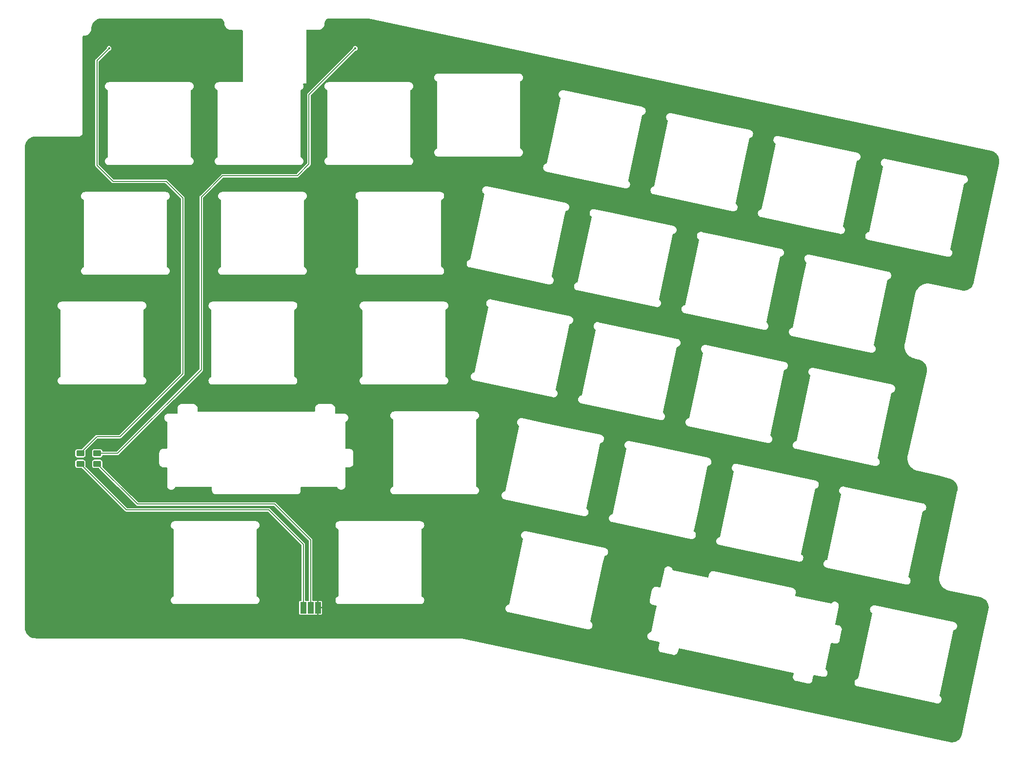
<source format=gbl>
G04 #@! TF.GenerationSoftware,KiCad,Pcbnew,(6.0.9)*
G04 #@! TF.CreationDate,2022-11-10T19:52:34+01:00*
G04 #@! TF.ProjectId,arisu,61726973-752e-46b6-9963-61645f706362,1.1*
G04 #@! TF.SameCoordinates,Original*
G04 #@! TF.FileFunction,Copper,L2,Bot*
G04 #@! TF.FilePolarity,Positive*
%FSLAX46Y46*%
G04 Gerber Fmt 4.6, Leading zero omitted, Abs format (unit mm)*
G04 Created by KiCad (PCBNEW (6.0.9)) date 2022-11-10 19:52:34*
%MOMM*%
%LPD*%
G01*
G04 APERTURE LIST*
G04 Aperture macros list*
%AMRoundRect*
0 Rectangle with rounded corners*
0 $1 Rounding radius*
0 $2 $3 $4 $5 $6 $7 $8 $9 X,Y pos of 4 corners*
0 Add a 4 corners polygon primitive as box body*
4,1,4,$2,$3,$4,$5,$6,$7,$8,$9,$2,$3,0*
0 Add four circle primitives for the rounded corners*
1,1,$1+$1,$2,$3*
1,1,$1+$1,$4,$5*
1,1,$1+$1,$6,$7*
1,1,$1+$1,$8,$9*
0 Add four rect primitives between the rounded corners*
20,1,$1+$1,$2,$3,$4,$5,0*
20,1,$1+$1,$4,$5,$6,$7,0*
20,1,$1+$1,$6,$7,$8,$9,0*
20,1,$1+$1,$8,$9,$2,$3,0*%
G04 Aperture macros list end*
G04 #@! TA.AperFunction,SMDPad,CuDef*
%ADD10RoundRect,0.250000X0.450000X-0.262500X0.450000X0.262500X-0.450000X0.262500X-0.450000X-0.262500X0*%
G04 #@! TD*
G04 #@! TA.AperFunction,SMDPad,CuDef*
%ADD11R,1.000000X2.000000*%
G04 #@! TD*
G04 #@! TA.AperFunction,ViaPad*
%ADD12C,0.400000*%
G04 #@! TD*
G04 #@! TA.AperFunction,Conductor*
%ADD13C,0.200000*%
G04 #@! TD*
G04 APERTURE END LIST*
D10*
X24250000Y-289012500D03*
X24250000Y-287187500D03*
D11*
X60000000Y-314000000D03*
X61270000Y-314000000D03*
X62540000Y-314000000D03*
D10*
X21300000Y-289012500D03*
X21300000Y-287187500D03*
D12*
X69010003Y-216900000D03*
X26300000Y-216900000D03*
X26300000Y-212800000D03*
X69010003Y-212800000D03*
D13*
X42300000Y-272700000D02*
X27812500Y-287187500D01*
X61000000Y-224910003D02*
X61000000Y-236974674D01*
X58974674Y-239000000D02*
X46000000Y-239000000D01*
X61000000Y-236974674D02*
X58974674Y-239000000D01*
X46000000Y-239000000D02*
X42300000Y-242700000D01*
X42300000Y-242700000D02*
X42300000Y-272700000D01*
X69010003Y-216900000D02*
X61000000Y-224910003D01*
X27812500Y-287187500D02*
X24250000Y-287187500D01*
X24200000Y-237200000D02*
X24200000Y-219000000D01*
X39100000Y-273400000D02*
X39100000Y-242900000D01*
X27000000Y-240000000D02*
X24200000Y-237200000D01*
X39100000Y-242900000D02*
X36200000Y-240000000D01*
X24200000Y-219000000D02*
X26300000Y-216900000D01*
X36200000Y-240000000D02*
X27000000Y-240000000D01*
X24187500Y-284300000D02*
X28200000Y-284300000D01*
X21300000Y-287187500D02*
X24187500Y-284300000D01*
X28200000Y-284300000D02*
X39100000Y-273400000D01*
X54000000Y-297000000D02*
X29287500Y-297000000D01*
X60000000Y-314000000D02*
X60000000Y-303000000D01*
X29287500Y-297000000D02*
X21300000Y-289012500D01*
X60000000Y-303000000D02*
X54000000Y-297000000D01*
X31237500Y-296000000D02*
X55000000Y-296000000D01*
X24250000Y-289012500D02*
X31237500Y-296000000D01*
X55000000Y-296000000D02*
X61270000Y-302270000D01*
X61270000Y-302270000D02*
X61270000Y-314000000D01*
G04 #@! TA.AperFunction,Conductor*
G36*
X45480242Y-211702466D02*
G01*
X45485811Y-211702476D01*
X45499641Y-211705656D01*
X45513482Y-211702524D01*
X45514605Y-211702526D01*
X45526731Y-211703133D01*
X45581618Y-211708539D01*
X45643626Y-211714646D01*
X45667848Y-211719464D01*
X45794085Y-211757757D01*
X45816897Y-211767206D01*
X45863623Y-211792182D01*
X45933232Y-211829389D01*
X45953770Y-211843112D01*
X46055739Y-211926796D01*
X46073204Y-211944261D01*
X46156888Y-212046230D01*
X46170610Y-212066766D01*
X46176511Y-212077807D01*
X46232793Y-212183102D01*
X46242242Y-212205912D01*
X46280538Y-212332156D01*
X46285354Y-212356374D01*
X46296916Y-212473763D01*
X46297502Y-212485905D01*
X46294344Y-212499641D01*
X46296515Y-212509234D01*
X46310614Y-212688380D01*
X46311768Y-212693187D01*
X46311769Y-212693193D01*
X46338841Y-212805955D01*
X46354726Y-212872122D01*
X46356619Y-212876693D01*
X46356620Y-212876695D01*
X46421884Y-213034255D01*
X46427039Y-213046701D01*
X46525772Y-213207818D01*
X46528979Y-213211573D01*
X46528982Y-213211577D01*
X46602762Y-213297961D01*
X46648494Y-213351506D01*
X46652250Y-213354714D01*
X46788423Y-213471018D01*
X46788427Y-213471021D01*
X46792182Y-213474228D01*
X46953299Y-213572961D01*
X46957869Y-213574854D01*
X46957873Y-213574856D01*
X47123305Y-213643380D01*
X47127878Y-213645274D01*
X47191085Y-213660448D01*
X47306807Y-213688231D01*
X47306813Y-213688232D01*
X47311620Y-213689386D01*
X47480105Y-213702647D01*
X47485214Y-213703437D01*
X47485238Y-213703228D01*
X47492333Y-213704045D01*
X47499282Y-213705655D01*
X47500000Y-213705656D01*
X47508775Y-213703654D01*
X47536790Y-213700500D01*
X49374000Y-213700500D01*
X49442121Y-213720502D01*
X49488614Y-213774158D01*
X49500000Y-213826500D01*
X49500000Y-222645801D01*
X49479998Y-222713922D01*
X49426342Y-222760415D01*
X49374000Y-222771801D01*
X45379670Y-222771801D01*
X45351217Y-222768546D01*
X45349975Y-222768258D01*
X45349968Y-222768257D01*
X45343017Y-222766646D01*
X45342299Y-222766645D01*
X45336045Y-222768072D01*
X45335689Y-222768112D01*
X45335688Y-222768112D01*
X45192470Y-222784248D01*
X45192466Y-222784249D01*
X45185436Y-222785041D01*
X45178755Y-222787379D01*
X45178754Y-222787379D01*
X45138776Y-222801368D01*
X45036440Y-222837178D01*
X45030453Y-222840940D01*
X45030449Y-222840942D01*
X45030443Y-222840946D01*
X44902781Y-222921162D01*
X44791161Y-223032782D01*
X44707177Y-223166441D01*
X44655041Y-223315438D01*
X44654249Y-223322465D01*
X44654249Y-223322466D01*
X44647795Y-223379748D01*
X44637367Y-223472300D01*
X44638159Y-223479329D01*
X44654249Y-223622129D01*
X44655041Y-223629162D01*
X44707177Y-223778159D01*
X44791161Y-223911818D01*
X44902781Y-224023438D01*
X45036440Y-224107422D01*
X45057417Y-224114762D01*
X45115106Y-224156139D01*
X45141268Y-224222139D01*
X45141799Y-224233690D01*
X45141799Y-235706310D01*
X45121797Y-235774431D01*
X45068141Y-235820924D01*
X45057436Y-235825231D01*
X45036440Y-235832578D01*
X44902781Y-235916562D01*
X44791161Y-236028182D01*
X44707177Y-236161841D01*
X44655041Y-236310838D01*
X44654249Y-236317865D01*
X44654249Y-236317866D01*
X44653842Y-236321481D01*
X44637367Y-236467700D01*
X44638159Y-236474729D01*
X44654249Y-236617529D01*
X44655041Y-236624562D01*
X44707177Y-236773559D01*
X44791161Y-236907218D01*
X44902781Y-237018838D01*
X44952569Y-237050122D01*
X45030449Y-237099058D01*
X45030452Y-237099059D01*
X45036440Y-237102822D01*
X45185436Y-237154959D01*
X45192459Y-237155750D01*
X45192462Y-237155751D01*
X45334833Y-237171792D01*
X45334829Y-237171831D01*
X45334951Y-237171819D01*
X45341581Y-237173356D01*
X45342299Y-237173357D01*
X45351074Y-237171355D01*
X45379089Y-237168201D01*
X59300328Y-237168201D01*
X59328781Y-237171456D01*
X59330023Y-237171744D01*
X59330030Y-237171745D01*
X59336981Y-237173356D01*
X59337699Y-237173357D01*
X59343988Y-237171922D01*
X59455651Y-237159341D01*
X59487533Y-237155749D01*
X59487534Y-237155749D01*
X59494561Y-237154957D01*
X59643557Y-237102821D01*
X59732715Y-237046800D01*
X59771224Y-237022604D01*
X59771226Y-237022602D01*
X59777217Y-237018838D01*
X59888837Y-236907218D01*
X59972821Y-236773558D01*
X60024957Y-236624562D01*
X60025750Y-236617529D01*
X60041839Y-236474729D01*
X60042631Y-236467700D01*
X60026156Y-236321481D01*
X60025749Y-236317866D01*
X60025749Y-236317865D01*
X60024957Y-236310838D01*
X59972821Y-236161842D01*
X59958289Y-236138714D01*
X59892604Y-236034177D01*
X59892604Y-236034176D01*
X59888837Y-236028182D01*
X59777217Y-235916562D01*
X59771225Y-235912797D01*
X59771224Y-235912796D01*
X59683469Y-235857657D01*
X59643557Y-235832579D01*
X59622583Y-235825240D01*
X59564891Y-235783861D01*
X59538729Y-235717860D01*
X59538199Y-235706311D01*
X59538199Y-224233689D01*
X59558201Y-224165568D01*
X59611857Y-224119075D01*
X59622583Y-224114760D01*
X59622586Y-224114759D01*
X59643557Y-224107421D01*
X59771219Y-224027207D01*
X59771224Y-224027204D01*
X59771226Y-224027202D01*
X59777217Y-224023438D01*
X59888837Y-223911818D01*
X59918482Y-223864639D01*
X59969056Y-223784150D01*
X59972821Y-223778158D01*
X60024957Y-223629162D01*
X60025750Y-223622129D01*
X60041839Y-223479329D01*
X60042631Y-223472300D01*
X60032203Y-223379748D01*
X60025749Y-223322466D01*
X60025749Y-223322465D01*
X60024957Y-223315438D01*
X59973231Y-223167613D01*
X59969611Y-223096711D01*
X60004900Y-223035106D01*
X60067893Y-223002359D01*
X60092160Y-223000000D01*
X60500000Y-223000000D01*
X60500000Y-213826500D01*
X60520002Y-213758379D01*
X60573658Y-213711886D01*
X60626000Y-213700500D01*
X62462629Y-213700500D01*
X62491082Y-213703755D01*
X62492324Y-213704043D01*
X62492331Y-213704044D01*
X62499282Y-213705655D01*
X62500000Y-213705656D01*
X62506931Y-213704075D01*
X62514013Y-213703282D01*
X62514033Y-213703463D01*
X62518833Y-213702729D01*
X62688380Y-213689386D01*
X62693187Y-213688232D01*
X62693193Y-213688231D01*
X62808915Y-213660448D01*
X62872122Y-213645274D01*
X62876695Y-213643380D01*
X63042127Y-213574856D01*
X63042131Y-213574854D01*
X63046701Y-213572961D01*
X63207818Y-213474228D01*
X63211573Y-213471021D01*
X63211577Y-213471018D01*
X63347750Y-213354714D01*
X63351506Y-213351506D01*
X63397238Y-213297961D01*
X63471018Y-213211577D01*
X63471021Y-213211573D01*
X63474228Y-213207818D01*
X63572961Y-213046701D01*
X63578117Y-213034255D01*
X63643380Y-212876695D01*
X63643381Y-212876693D01*
X63645274Y-212872122D01*
X63661159Y-212805955D01*
X63688231Y-212693193D01*
X63688232Y-212693187D01*
X63689386Y-212688380D01*
X63702647Y-212519895D01*
X63703437Y-212514786D01*
X63703228Y-212514762D01*
X63704045Y-212507667D01*
X63705655Y-212500718D01*
X63705656Y-212500000D01*
X63704074Y-212493064D01*
X63704010Y-212492493D01*
X63703836Y-212466133D01*
X63714646Y-212356374D01*
X63719462Y-212332156D01*
X63757758Y-212205912D01*
X63767207Y-212183102D01*
X63823489Y-212077807D01*
X63829390Y-212066766D01*
X63843112Y-212046230D01*
X63926796Y-211944261D01*
X63944261Y-211926796D01*
X64046230Y-211843112D01*
X64066768Y-211829389D01*
X64136378Y-211792182D01*
X64183103Y-211767206D01*
X64205912Y-211757758D01*
X64332156Y-211719462D01*
X64356373Y-211714646D01*
X64381186Y-211712202D01*
X64473770Y-211703083D01*
X64485905Y-211702497D01*
X64499641Y-211705656D01*
X64513480Y-211702525D01*
X64518310Y-211702533D01*
X64536504Y-211700500D01*
X71325686Y-211700500D01*
X71351881Y-211703253D01*
X179343786Y-234655970D01*
X179360327Y-234661496D01*
X179365768Y-234662662D01*
X179378631Y-234668647D01*
X179392817Y-234668461D01*
X179406374Y-234671368D01*
X179414162Y-234673299D01*
X179598651Y-234725330D01*
X179614183Y-234730829D01*
X179714740Y-234774032D01*
X179815292Y-234817233D01*
X179829977Y-234824716D01*
X180018075Y-234936622D01*
X180031657Y-234945957D01*
X180203538Y-235081456D01*
X180215781Y-235092478D01*
X180329888Y-235209611D01*
X180368513Y-235249260D01*
X180379216Y-235261792D01*
X180510173Y-235437161D01*
X180519150Y-235450983D01*
X180626102Y-235641953D01*
X180633197Y-235656829D01*
X180639021Y-235671427D01*
X180710513Y-235850615D01*
X180714302Y-235860113D01*
X180719395Y-235875786D01*
X180773235Y-236087763D01*
X180773275Y-236087922D01*
X180776278Y-236104125D01*
X180783902Y-236168523D01*
X180802008Y-236321481D01*
X180802871Y-236337939D01*
X180800011Y-236556795D01*
X180798720Y-236573209D01*
X180771099Y-236763741D01*
X180769609Y-236772041D01*
X180767108Y-236783706D01*
X180761123Y-236796572D01*
X180761309Y-236810762D01*
X180760296Y-236815487D01*
X180758503Y-236833693D01*
X176369686Y-257481467D01*
X176366076Y-257498452D01*
X176360550Y-257514990D01*
X176359383Y-257520432D01*
X176353397Y-257533299D01*
X176353583Y-257547488D01*
X176350680Y-257561031D01*
X176348749Y-257568822D01*
X176334354Y-257619866D01*
X176297153Y-257751774D01*
X176296715Y-257753326D01*
X176291214Y-257768858D01*
X176227789Y-257916488D01*
X176204818Y-257969955D01*
X176197335Y-257984641D01*
X176085430Y-258172736D01*
X176076095Y-258186319D01*
X175940594Y-258358202D01*
X175929566Y-258370450D01*
X175772789Y-258523177D01*
X175760256Y-258533881D01*
X175584886Y-258664835D01*
X175571064Y-258673811D01*
X175380103Y-258780755D01*
X175365226Y-258787851D01*
X175161938Y-258868954D01*
X175146263Y-258874047D01*
X174934132Y-258927921D01*
X174917926Y-258930925D01*
X174809246Y-258943788D01*
X174700563Y-258956650D01*
X174684111Y-258957512D01*
X174570399Y-258956023D01*
X174465263Y-258954646D01*
X174448832Y-258953353D01*
X174294156Y-258930925D01*
X174257683Y-258925636D01*
X174249355Y-258924141D01*
X174238341Y-258921780D01*
X174225476Y-258915794D01*
X174211288Y-258915980D01*
X174206568Y-258914968D01*
X174188351Y-258913174D01*
X168880792Y-257785015D01*
X168853634Y-257775913D01*
X168852505Y-257775385D01*
X168852501Y-257775384D01*
X168846017Y-257772353D01*
X168845314Y-257772203D01*
X168838665Y-257772302D01*
X168834205Y-257771749D01*
X168581809Y-257733851D01*
X168492921Y-257731343D01*
X168319518Y-257726450D01*
X168319510Y-257726450D01*
X168315708Y-257726343D01*
X168102122Y-257746183D01*
X168054442Y-257750612D01*
X168054440Y-257750612D01*
X168050643Y-257750965D01*
X168046915Y-257751773D01*
X168046909Y-257751774D01*
X167809573Y-257803218D01*
X167790478Y-257807357D01*
X167539007Y-257894697D01*
X167299897Y-258011712D01*
X167296713Y-258013779D01*
X167296707Y-258013783D01*
X167079825Y-258154622D01*
X167079820Y-258154626D01*
X167076635Y-258156694D01*
X166872476Y-258327531D01*
X166869877Y-258330303D01*
X166869876Y-258330304D01*
X166717002Y-258493355D01*
X166690398Y-258521730D01*
X166688158Y-258524787D01*
X166688153Y-258524793D01*
X166681494Y-258533881D01*
X166533055Y-258736461D01*
X166531189Y-258739784D01*
X166531187Y-258739788D01*
X166408901Y-258957620D01*
X166402742Y-258968591D01*
X166301359Y-259214736D01*
X166300344Y-259218404D01*
X166300344Y-259218405D01*
X166233267Y-259460889D01*
X166232151Y-259464537D01*
X166229425Y-259470369D01*
X166229275Y-259471071D01*
X166229380Y-259478177D01*
X166229380Y-259478178D01*
X166229408Y-259480068D01*
X166226669Y-259508128D01*
X165695776Y-262005783D01*
X164402542Y-268089977D01*
X164402069Y-268092200D01*
X164392966Y-268119361D01*
X164389406Y-268126978D01*
X164389256Y-268127680D01*
X164389353Y-268134215D01*
X164388873Y-268138079D01*
X164350868Y-268391182D01*
X164343359Y-268657286D01*
X164367981Y-268922356D01*
X164368789Y-268926084D01*
X164368790Y-268926090D01*
X164388352Y-269016336D01*
X164424374Y-269182524D01*
X164425625Y-269186125D01*
X164425625Y-269186126D01*
X164493347Y-269381107D01*
X164511717Y-269433998D01*
X164628734Y-269673111D01*
X164773721Y-269896375D01*
X164944563Y-270100534D01*
X165039595Y-270189632D01*
X165135990Y-270280008D01*
X165135995Y-270280012D01*
X165138768Y-270282612D01*
X165141834Y-270284859D01*
X165141837Y-270284861D01*
X165350427Y-270437700D01*
X165350434Y-270437704D01*
X165353504Y-270439954D01*
X165585640Y-270570264D01*
X165589150Y-270571710D01*
X165589159Y-270571714D01*
X165828279Y-270670197D01*
X165828285Y-270670199D01*
X165831791Y-270671643D01*
X165927352Y-270698075D01*
X166077952Y-270739732D01*
X166081598Y-270740847D01*
X166087429Y-270743572D01*
X166088131Y-270743722D01*
X166095235Y-270743617D01*
X166095239Y-270743617D01*
X166097130Y-270743589D01*
X166125190Y-270746328D01*
X166382850Y-270801095D01*
X166786550Y-270886904D01*
X166803084Y-270892429D01*
X166808528Y-270893596D01*
X166821394Y-270899582D01*
X166835584Y-270899396D01*
X166849129Y-270902300D01*
X166856901Y-270904227D01*
X167001274Y-270944942D01*
X167041421Y-270956264D01*
X167056958Y-270961766D01*
X167258052Y-271048161D01*
X167272737Y-271055643D01*
X167393869Y-271127707D01*
X167415397Y-271140514D01*
X167460838Y-271167548D01*
X167474421Y-271176883D01*
X167646311Y-271312387D01*
X167658553Y-271323409D01*
X167811281Y-271480187D01*
X167821984Y-271492719D01*
X167952943Y-271668090D01*
X167961920Y-271681913D01*
X168068865Y-271872874D01*
X168075961Y-271887750D01*
X168157068Y-272091043D01*
X168162161Y-272106719D01*
X168216036Y-272318851D01*
X168219040Y-272335055D01*
X168229654Y-272424725D01*
X168238549Y-272499872D01*
X168244768Y-272552417D01*
X168245630Y-272568877D01*
X168242766Y-272787722D01*
X168241473Y-272804153D01*
X168213828Y-272994819D01*
X168212333Y-273003150D01*
X168209870Y-273014639D01*
X168203885Y-273027504D01*
X168204071Y-273041693D01*
X168202306Y-273049924D01*
X168200812Y-273063978D01*
X164891756Y-287532229D01*
X164883077Y-287557483D01*
X164878435Y-287567416D01*
X164878284Y-287568118D01*
X164878378Y-287574448D01*
X164878047Y-287577104D01*
X164839835Y-287831611D01*
X164839728Y-287835412D01*
X164832576Y-288089014D01*
X164832330Y-288097719D01*
X164832682Y-288101506D01*
X164832682Y-288101512D01*
X164855523Y-288347366D01*
X164856956Y-288362792D01*
X164857764Y-288366518D01*
X164857764Y-288366520D01*
X164894680Y-288536816D01*
X164913354Y-288622964D01*
X164927827Y-288664631D01*
X164996107Y-288861211D01*
X165000702Y-288874441D01*
X165117725Y-289113555D01*
X165119800Y-289116750D01*
X165119801Y-289116752D01*
X165137632Y-289144209D01*
X165262718Y-289336820D01*
X165265157Y-289339734D01*
X165265161Y-289339740D01*
X165387560Y-289486005D01*
X165433565Y-289540980D01*
X165508951Y-289611656D01*
X165624999Y-289720455D01*
X165625004Y-289720459D01*
X165627776Y-289723058D01*
X165842518Y-289880399D01*
X166074660Y-290010707D01*
X166078182Y-290012157D01*
X166078183Y-290012158D01*
X166138639Y-290037056D01*
X166320816Y-290112083D01*
X166324490Y-290113099D01*
X166324504Y-290113104D01*
X166567014Y-290180179D01*
X166570624Y-290181282D01*
X166576459Y-290184009D01*
X166577162Y-290184159D01*
X166584259Y-290184054D01*
X166591321Y-290184746D01*
X166591267Y-290185302D01*
X166612827Y-290187760D01*
X170322479Y-291103049D01*
X172106959Y-291543337D01*
X172129734Y-291551359D01*
X172129820Y-291551377D01*
X172142684Y-291557362D01*
X172156870Y-291557176D01*
X172170410Y-291560078D01*
X172178200Y-291562009D01*
X172311624Y-291599635D01*
X172362710Y-291614042D01*
X172378244Y-291619543D01*
X172579354Y-291705943D01*
X172594039Y-291713425D01*
X172782132Y-291825324D01*
X172795715Y-291834659D01*
X172967608Y-291970163D01*
X172979857Y-291981191D01*
X173132584Y-292137965D01*
X173143288Y-292150498D01*
X173274254Y-292325877D01*
X173283230Y-292339699D01*
X173353309Y-292464828D01*
X173390175Y-292530655D01*
X173397269Y-292545528D01*
X173467045Y-292720416D01*
X173478377Y-292748818D01*
X173483470Y-292764491D01*
X173537177Y-292975944D01*
X173537354Y-292976642D01*
X173540356Y-292992842D01*
X173557832Y-293140482D01*
X173566084Y-293210195D01*
X173566947Y-293226654D01*
X173564084Y-293445510D01*
X173562791Y-293461941D01*
X173535218Y-293652125D01*
X173533723Y-293660456D01*
X173531158Y-293672423D01*
X173525173Y-293685287D01*
X173525359Y-293699476D01*
X173524347Y-293704197D01*
X173522553Y-293722411D01*
X170437190Y-308237904D01*
X170408841Y-308371277D01*
X170399742Y-308398429D01*
X170396177Y-308406056D01*
X170396027Y-308406759D01*
X170396120Y-308413036D01*
X170395770Y-308415862D01*
X170357582Y-308670250D01*
X170356370Y-308713257D01*
X170351746Y-308877299D01*
X170350081Y-308936357D01*
X170350433Y-308940144D01*
X170350433Y-308940148D01*
X170357000Y-309010818D01*
X170374711Y-309201428D01*
X170383786Y-309243290D01*
X170423038Y-309424352D01*
X170431112Y-309461597D01*
X170518460Y-309713072D01*
X170635484Y-309952184D01*
X170637561Y-309955382D01*
X170637562Y-309955384D01*
X170652745Y-309978763D01*
X170780475Y-310175447D01*
X170782918Y-310178367D01*
X170782920Y-310178369D01*
X170922904Y-310345649D01*
X170951321Y-310379607D01*
X170954092Y-310382205D01*
X170954094Y-310382207D01*
X171142751Y-310559081D01*
X171142756Y-310559085D01*
X171145529Y-310561685D01*
X171197315Y-310599629D01*
X171261386Y-310646574D01*
X171360268Y-310719026D01*
X171592407Y-310849337D01*
X171595918Y-310850783D01*
X171835048Y-310949271D01*
X171835054Y-310949273D01*
X171838560Y-310950717D01*
X171901003Y-310967989D01*
X172084722Y-311018807D01*
X172088373Y-311019924D01*
X172094200Y-311022647D01*
X172094902Y-311022797D01*
X172102006Y-311022692D01*
X172102010Y-311022692D01*
X172103902Y-311022664D01*
X172131962Y-311025403D01*
X177488428Y-312163953D01*
X177504971Y-312169480D01*
X177510409Y-312170646D01*
X177523273Y-312176630D01*
X177537457Y-312176444D01*
X177551002Y-312179347D01*
X177558793Y-312181278D01*
X177743296Y-312233309D01*
X177758834Y-312238811D01*
X177959928Y-312325206D01*
X177974612Y-312332688D01*
X178162717Y-312444595D01*
X178176292Y-312453924D01*
X178348180Y-312589428D01*
X178360423Y-312600452D01*
X178513153Y-312757232D01*
X178523856Y-312769764D01*
X178646599Y-312934136D01*
X178654812Y-312945135D01*
X178663782Y-312958947D01*
X178770736Y-313149931D01*
X178777825Y-313164795D01*
X178858926Y-313368080D01*
X178864018Y-313383750D01*
X178917856Y-313595746D01*
X178917894Y-313595897D01*
X178920897Y-313612101D01*
X178945946Y-313823763D01*
X178946619Y-313829454D01*
X178947481Y-313845910D01*
X178946079Y-313952824D01*
X178944612Y-314064757D01*
X178943319Y-314081188D01*
X178915579Y-314272477D01*
X178914084Y-314280807D01*
X178911752Y-314291684D01*
X178905767Y-314304548D01*
X178905952Y-314318737D01*
X178904940Y-314323458D01*
X178903146Y-314341674D01*
X177750279Y-319765486D01*
X175451851Y-330578738D01*
X174323593Y-335886772D01*
X174318069Y-335903302D01*
X174316901Y-335908751D01*
X174310915Y-335921616D01*
X174311101Y-335935803D01*
X174308198Y-335949341D01*
X174306267Y-335957128D01*
X174254232Y-336141632D01*
X174248731Y-336157168D01*
X174162330Y-336358273D01*
X174154847Y-336372959D01*
X174042941Y-336561057D01*
X174033614Y-336574628D01*
X173924807Y-336712650D01*
X173898108Y-336746517D01*
X173887080Y-336758765D01*
X173730303Y-336911491D01*
X173717771Y-336922194D01*
X173542396Y-337053154D01*
X173528587Y-337062122D01*
X173369779Y-337151059D01*
X173337618Y-337169070D01*
X173322743Y-337176165D01*
X173221096Y-337216719D01*
X173119447Y-337257273D01*
X173103777Y-337262364D01*
X172997710Y-337289302D01*
X172891647Y-337316238D01*
X172875443Y-337319242D01*
X172852962Y-337321903D01*
X172658078Y-337344970D01*
X172641624Y-337345832D01*
X172497951Y-337343951D01*
X172422775Y-337342967D01*
X172406345Y-337341674D01*
X172373243Y-337336875D01*
X172215342Y-337313981D01*
X172207013Y-337312487D01*
X172195861Y-337310096D01*
X172182993Y-337304109D01*
X172168802Y-337304295D01*
X172164044Y-337303275D01*
X172145871Y-337301484D01*
X87534723Y-319304527D01*
X87532704Y-319304080D01*
X87518766Y-319300875D01*
X87518757Y-319300874D01*
X87512781Y-319299500D01*
X87511086Y-319299500D01*
X87509605Y-319299185D01*
X87489162Y-319299485D01*
X87489113Y-319299486D01*
X87487262Y-319299500D01*
X13537080Y-319299500D01*
X13519758Y-319297534D01*
X13514189Y-319297524D01*
X13500359Y-319294344D01*
X13486516Y-319297476D01*
X13472652Y-319297452D01*
X13464644Y-319297182D01*
X13332107Y-319288496D01*
X13273360Y-319284645D01*
X13257020Y-319282494D01*
X13042355Y-319239795D01*
X13026434Y-319235529D01*
X12819180Y-319165175D01*
X12803954Y-319158868D01*
X12607658Y-319062066D01*
X12593384Y-319053825D01*
X12417906Y-318936574D01*
X119700634Y-318936574D01*
X119701532Y-318943597D01*
X119715627Y-319053825D01*
X119720884Y-319094941D01*
X119723321Y-319101584D01*
X119767443Y-319221864D01*
X119775868Y-319244832D01*
X119779722Y-319250766D01*
X119814348Y-319304080D01*
X119862829Y-319378728D01*
X119977406Y-319489916D01*
X120113852Y-319572818D01*
X120120564Y-319575054D01*
X120258550Y-319621021D01*
X120258551Y-319621021D01*
X120258599Y-319621037D01*
X120264484Y-319623787D01*
X120265186Y-319623937D01*
X120272295Y-319623831D01*
X120272297Y-319623831D01*
X120274165Y-319623803D01*
X120302242Y-319626542D01*
X121710867Y-319925955D01*
X121773340Y-319959683D01*
X121807662Y-320021833D01*
X121807917Y-320075399D01*
X121640645Y-320862351D01*
X121631547Y-320889502D01*
X121630994Y-320890685D01*
X121630993Y-320890689D01*
X121627983Y-320897129D01*
X121627832Y-320897832D01*
X121627938Y-320904972D01*
X121627760Y-320906778D01*
X121627152Y-320919387D01*
X121614026Y-321036889D01*
X121625888Y-321175946D01*
X121627607Y-321181892D01*
X121662928Y-321304066D01*
X121662930Y-321304071D01*
X121664649Y-321310017D01*
X121728822Y-321433949D01*
X121815939Y-321542981D01*
X121820672Y-321546970D01*
X121914572Y-321626111D01*
X121922654Y-321632923D01*
X121928074Y-321635912D01*
X122039445Y-321697330D01*
X122039448Y-321697331D01*
X122044864Y-321700318D01*
X122156479Y-321735779D01*
X122168528Y-321740486D01*
X122170378Y-321741109D01*
X122176813Y-321744116D01*
X122177515Y-321744267D01*
X122184663Y-321744161D01*
X122184664Y-321744161D01*
X122186515Y-321744134D01*
X122214575Y-321746873D01*
X124129629Y-322153930D01*
X124156781Y-322163029D01*
X124164405Y-322166593D01*
X124165107Y-322166743D01*
X124172210Y-322166638D01*
X124173967Y-322166810D01*
X124186687Y-322167424D01*
X124304168Y-322180553D01*
X124310337Y-322180027D01*
X124310338Y-322180027D01*
X124338375Y-322177636D01*
X124443227Y-322168695D01*
X124577301Y-322129934D01*
X124582799Y-322127087D01*
X124582802Y-322127086D01*
X124695741Y-322068607D01*
X124695743Y-322068606D01*
X124701237Y-322065761D01*
X124706066Y-322061903D01*
X124706070Y-322061900D01*
X124805437Y-321982504D01*
X124805440Y-321982501D01*
X124810271Y-321978641D01*
X124900213Y-321871924D01*
X124967607Y-321749709D01*
X125003063Y-321638094D01*
X125007744Y-321626111D01*
X125008371Y-321624243D01*
X125011402Y-321617757D01*
X125011552Y-321617054D01*
X125011419Y-321608060D01*
X125014158Y-321579999D01*
X125102334Y-321165161D01*
X125136062Y-321102688D01*
X125198212Y-321068366D01*
X125251778Y-321068111D01*
X130429620Y-322168695D01*
X144863058Y-325236616D01*
X144985905Y-325262728D01*
X145048378Y-325296456D01*
X145082700Y-325358606D01*
X145082955Y-325412172D01*
X144994898Y-325826447D01*
X144985801Y-325853597D01*
X144982236Y-325861225D01*
X144982085Y-325861927D01*
X144982191Y-325869072D01*
X144981974Y-325871269D01*
X144981400Y-325883169D01*
X144968237Y-326000985D01*
X144980100Y-326140050D01*
X145018866Y-326274128D01*
X145083047Y-326398067D01*
X145170175Y-326507102D01*
X145276901Y-326597042D01*
X145399124Y-326664432D01*
X145405016Y-326666303D01*
X145405020Y-326666305D01*
X145510747Y-326699884D01*
X145522756Y-326704574D01*
X145524615Y-326705198D01*
X145531085Y-326708221D01*
X145531787Y-326708371D01*
X145538896Y-326708265D01*
X145538898Y-326708265D01*
X145540767Y-326708237D01*
X145568844Y-326710976D01*
X145678777Y-326734343D01*
X147483900Y-327118034D01*
X147511046Y-327127130D01*
X147512194Y-327127667D01*
X147512197Y-327127668D01*
X147518677Y-327130696D01*
X147519380Y-327130846D01*
X147526477Y-327130740D01*
X147528851Y-327130973D01*
X147540444Y-327131532D01*
X147606636Y-327138922D01*
X147652284Y-327144019D01*
X147652287Y-327144019D01*
X147658431Y-327144705D01*
X147664593Y-327144179D01*
X147664598Y-327144179D01*
X147791325Y-327133361D01*
X147791330Y-327133360D01*
X147797493Y-327132834D01*
X147848676Y-327118033D01*
X147925627Y-327095781D01*
X147925630Y-327095780D01*
X147931567Y-327094063D01*
X147937054Y-327091221D01*
X147937060Y-327091219D01*
X148050002Y-327032728D01*
X148050003Y-327032727D01*
X148055501Y-327029880D01*
X148106217Y-326989353D01*
X155662737Y-326989353D01*
X155663635Y-326996376D01*
X155680829Y-327130846D01*
X155682759Y-327145942D01*
X155737125Y-327294149D01*
X155823109Y-327426542D01*
X155936398Y-327536481D01*
X155942439Y-327540151D01*
X155942441Y-327540153D01*
X156030951Y-327593930D01*
X156071312Y-327618453D01*
X156213954Y-327665973D01*
X156213943Y-327666006D01*
X156214052Y-327666019D01*
X156220231Y-327668906D01*
X156220933Y-327669056D01*
X156229916Y-327668922D01*
X156257987Y-327671661D01*
X169665374Y-330521489D01*
X169875008Y-330566048D01*
X169902159Y-330575146D01*
X169903307Y-330575683D01*
X169903314Y-330575685D01*
X169909786Y-330578710D01*
X169910488Y-330578860D01*
X169917346Y-330578758D01*
X169917515Y-330578774D01*
X169917516Y-330578775D01*
X170023522Y-330589114D01*
X170067751Y-330593428D01*
X170074766Y-330592531D01*
X170074768Y-330592531D01*
X170126938Y-330585860D01*
X170224324Y-330573409D01*
X170372518Y-330519051D01*
X170504900Y-330433080D01*
X170614833Y-330319807D01*
X170696804Y-330184912D01*
X170746703Y-330035159D01*
X170762028Y-329878056D01*
X170742011Y-329721483D01*
X170687654Y-329573289D01*
X170680356Y-329562050D01*
X170605541Y-329446844D01*
X170601685Y-329440906D01*
X170488413Y-329330972D01*
X170469431Y-329319437D01*
X170421606Y-329266971D01*
X170409737Y-329196973D01*
X170411619Y-329185564D01*
X170745500Y-327614780D01*
X172796914Y-317963633D01*
X172830642Y-317901160D01*
X172892792Y-317866838D01*
X172904184Y-317864847D01*
X172919203Y-317862927D01*
X172926220Y-317862030D01*
X172994272Y-317837069D01*
X173067777Y-317810108D01*
X173067780Y-317810107D01*
X173074420Y-317807671D01*
X173206808Y-317721698D01*
X173211736Y-317716620D01*
X173211740Y-317716617D01*
X173311819Y-317613498D01*
X173311820Y-317613496D01*
X173316745Y-317608422D01*
X173334404Y-317579363D01*
X173367140Y-317525490D01*
X173398720Y-317473522D01*
X173435395Y-317363458D01*
X173446385Y-317330477D01*
X173446385Y-317330475D01*
X173448622Y-317323763D01*
X173449559Y-317314163D01*
X173463260Y-317173695D01*
X173463947Y-317166654D01*
X173443928Y-317010075D01*
X173439772Y-316998743D01*
X173392006Y-316868519D01*
X173389569Y-316861875D01*
X173303595Y-316729488D01*
X173190317Y-316619551D01*
X173055417Y-316537577D01*
X173048703Y-316535340D01*
X173048701Y-316535339D01*
X172912787Y-316490053D01*
X172912798Y-316490019D01*
X172912688Y-316490007D01*
X172906510Y-316487119D01*
X172905808Y-316486969D01*
X172898704Y-316487074D01*
X172898700Y-316487074D01*
X172896811Y-316487102D01*
X172868750Y-316484363D01*
X159251731Y-313589977D01*
X159224572Y-313580875D01*
X159223397Y-313580326D01*
X159223395Y-313580325D01*
X159216955Y-313577315D01*
X159216253Y-313577164D01*
X159209668Y-313577261D01*
X159058988Y-313562555D01*
X159051970Y-313563452D01*
X159051966Y-313563452D01*
X158969644Y-313573974D01*
X158902403Y-313582568D01*
X158895759Y-313585005D01*
X158895758Y-313585005D01*
X158868500Y-313595002D01*
X158754198Y-313636923D01*
X158748266Y-313640775D01*
X158748264Y-313640776D01*
X158627736Y-313719043D01*
X158627733Y-313719046D01*
X158621805Y-313722895D01*
X158601838Y-313743468D01*
X158523908Y-313823763D01*
X158511863Y-313836173D01*
X158429884Y-313971075D01*
X158379981Y-314120838D01*
X158364656Y-314277950D01*
X158384677Y-314434534D01*
X158439040Y-314582736D01*
X158480599Y-314646727D01*
X158506833Y-314687121D01*
X158525019Y-314715124D01*
X158530094Y-314720049D01*
X158633222Y-314820131D01*
X158633226Y-314820134D01*
X158638303Y-314825061D01*
X158657289Y-314836597D01*
X158705118Y-314889064D01*
X158716989Y-314959061D01*
X158715108Y-314970464D01*
X156376739Y-325971623D01*
X156329824Y-326192343D01*
X156296096Y-326254816D01*
X156233946Y-326289138D01*
X156222550Y-326291129D01*
X156207536Y-326293048D01*
X156207529Y-326293050D01*
X156200507Y-326293947D01*
X156193860Y-326296385D01*
X156193859Y-326296385D01*
X156058938Y-326345867D01*
X156052296Y-326348303D01*
X155919897Y-326434277D01*
X155809950Y-326547558D01*
X155727968Y-326682466D01*
X155678063Y-326832234D01*
X155677376Y-326839275D01*
X155677376Y-326839276D01*
X155667283Y-326942753D01*
X155662737Y-326989353D01*
X148106217Y-326989353D01*
X148164532Y-326942753D01*
X148254472Y-326836029D01*
X148260267Y-326825520D01*
X148318873Y-326719230D01*
X148321862Y-326713809D01*
X148323735Y-326707912D01*
X148323739Y-326707903D01*
X148357316Y-326602194D01*
X148361999Y-326590205D01*
X148362630Y-326588323D01*
X148365655Y-326581852D01*
X148365805Y-326581150D01*
X148365671Y-326572166D01*
X148368410Y-326544093D01*
X148368754Y-326542478D01*
X148535800Y-325756586D01*
X148569528Y-325694113D01*
X148631678Y-325659791D01*
X148685244Y-325659536D01*
X150093310Y-325958829D01*
X150120469Y-325967931D01*
X150121644Y-325968480D01*
X150121646Y-325968481D01*
X150128086Y-325971491D01*
X150128788Y-325971642D01*
X150134565Y-325971557D01*
X150287834Y-325986515D01*
X150294852Y-325985618D01*
X150294856Y-325985618D01*
X150428943Y-325968480D01*
X150446211Y-325966273D01*
X150596112Y-325911295D01*
X150730021Y-325824339D01*
X150841222Y-325709764D01*
X150887664Y-325633339D01*
X150920462Y-325579368D01*
X150920462Y-325579367D01*
X150924139Y-325573317D01*
X150974613Y-325421840D01*
X150990114Y-325262928D01*
X150982135Y-325200520D01*
X150970761Y-325111567D01*
X150970761Y-325111566D01*
X150969864Y-325104552D01*
X150934183Y-325007281D01*
X150917317Y-324961302D01*
X150917316Y-324961299D01*
X150914878Y-324954654D01*
X150905172Y-324939708D01*
X150893248Y-324921349D01*
X150827915Y-324820749D01*
X150713334Y-324709554D01*
X150691180Y-324696093D01*
X150643350Y-324643626D01*
X150631478Y-324573629D01*
X150633361Y-324562215D01*
X151563219Y-320187576D01*
X151567221Y-320168746D01*
X151600949Y-320106273D01*
X151663099Y-320071951D01*
X151716665Y-320071696D01*
X152205493Y-320175599D01*
X152232636Y-320184694D01*
X152240272Y-320188262D01*
X152240974Y-320188413D01*
X152248123Y-320188306D01*
X152249942Y-320188486D01*
X152262532Y-320189092D01*
X152373881Y-320201525D01*
X152373883Y-320201525D01*
X152380027Y-320202211D01*
X152519078Y-320190343D01*
X152525017Y-320188626D01*
X152525021Y-320188625D01*
X152598555Y-320167363D01*
X152653142Y-320151579D01*
X152658637Y-320148734D01*
X152658641Y-320148732D01*
X152771571Y-320090255D01*
X152777069Y-320087408D01*
X152886098Y-320000295D01*
X152976039Y-319893587D01*
X153043436Y-319771384D01*
X153078905Y-319659769D01*
X153083609Y-319647731D01*
X153084232Y-319645881D01*
X153087241Y-319639443D01*
X153087392Y-319638741D01*
X153087259Y-319629734D01*
X153089998Y-319601679D01*
X153097426Y-319566734D01*
X153444250Y-317935053D01*
X153453350Y-317907902D01*
X153456912Y-317900281D01*
X153457062Y-317899579D01*
X153456957Y-317892476D01*
X153457127Y-317890740D01*
X153457742Y-317877989D01*
X153470179Y-317766669D01*
X153470866Y-317760520D01*
X153463067Y-317669073D01*
X153459532Y-317627629D01*
X153459532Y-317627628D01*
X153459006Y-317621463D01*
X153420245Y-317487391D01*
X153415071Y-317477397D01*
X153358922Y-317368960D01*
X153358922Y-317368959D01*
X153356073Y-317363458D01*
X153329722Y-317330477D01*
X153272821Y-317259262D01*
X153272820Y-317259261D01*
X153268956Y-317254425D01*
X153264228Y-317250440D01*
X153264224Y-317250436D01*
X153166973Y-317168471D01*
X153166971Y-317168470D01*
X153162241Y-317164483D01*
X153153454Y-317159637D01*
X153045452Y-317100078D01*
X153040030Y-317097088D01*
X153034131Y-317095214D01*
X153034122Y-317095210D01*
X152928423Y-317061630D01*
X152916419Y-317056941D01*
X152914552Y-317056314D01*
X152908081Y-317053290D01*
X152907379Y-317053140D01*
X152900275Y-317053245D01*
X152900271Y-317053245D01*
X152898380Y-317053273D01*
X152870320Y-317050534D01*
X152523416Y-316976798D01*
X152380943Y-316946515D01*
X152318471Y-316912787D01*
X152284149Y-316850637D01*
X152283894Y-316797071D01*
X152623255Y-315200500D01*
X152915890Y-313823759D01*
X152924990Y-313796608D01*
X152928552Y-313788987D01*
X152928702Y-313788285D01*
X152928602Y-313781564D01*
X152943461Y-313629234D01*
X152942530Y-313621948D01*
X152933338Y-313550054D01*
X152923215Y-313470875D01*
X152868238Y-313320992D01*
X152856439Y-313302822D01*
X152785140Y-313193032D01*
X152781288Y-313187100D01*
X152776213Y-313182175D01*
X152776210Y-313182171D01*
X152671805Y-313080845D01*
X152671804Y-313080844D01*
X152666723Y-313075913D01*
X152530290Y-312993007D01*
X152523578Y-312990771D01*
X152523577Y-312990770D01*
X152471918Y-312973557D01*
X152378829Y-312942539D01*
X152371787Y-312941852D01*
X152292688Y-312934136D01*
X152219936Y-312927039D01*
X152212920Y-312927936D01*
X152212919Y-312927936D01*
X152166586Y-312933860D01*
X152061577Y-312947285D01*
X152054937Y-312949721D01*
X152054935Y-312949721D01*
X152047239Y-312952544D01*
X151911693Y-313002261D01*
X151777801Y-313089211D01*
X151772873Y-313094289D01*
X151772869Y-313094292D01*
X151693473Y-313176100D01*
X151666614Y-313203775D01*
X151653161Y-313225914D01*
X151600693Y-313273739D01*
X151530695Y-313285607D01*
X151519288Y-313283725D01*
X146209130Y-312155017D01*
X145486037Y-312001319D01*
X145423564Y-311967591D01*
X145389242Y-311905441D01*
X145388987Y-311851875D01*
X145477042Y-311437611D01*
X145486143Y-311410454D01*
X145486671Y-311409325D01*
X145486673Y-311409318D01*
X145489703Y-311402837D01*
X145489853Y-311402134D01*
X145489748Y-311395040D01*
X145489876Y-311393738D01*
X145490529Y-311380212D01*
X145503625Y-311263069D01*
X145500090Y-311221582D01*
X145492299Y-311130178D01*
X145491774Y-311124013D01*
X145453022Y-310989940D01*
X145450177Y-310984445D01*
X145450175Y-310984440D01*
X145391702Y-310871502D01*
X145388856Y-310866005D01*
X145328938Y-310791008D01*
X145305603Y-310761800D01*
X145305602Y-310761799D01*
X145301744Y-310756970D01*
X145195033Y-310667026D01*
X145072825Y-310599629D01*
X144961205Y-310564166D01*
X144949165Y-310559463D01*
X144947320Y-310558842D01*
X144940877Y-310555831D01*
X144940175Y-310555680D01*
X144933027Y-310555786D01*
X144933026Y-310555786D01*
X144931174Y-310555813D01*
X144903114Y-310553074D01*
X131310924Y-307663965D01*
X131283778Y-307654869D01*
X131282631Y-307654333D01*
X131276145Y-307651302D01*
X131275442Y-307651152D01*
X131268348Y-307651257D01*
X131266183Y-307651045D01*
X131254206Y-307650468D01*
X131218993Y-307646536D01*
X131142533Y-307637997D01*
X131142531Y-307637997D01*
X131136388Y-307637311D01*
X131090134Y-307641258D01*
X131003498Y-307648650D01*
X131003494Y-307648651D01*
X130997327Y-307649177D01*
X130991375Y-307650898D01*
X130946185Y-307663965D01*
X130863253Y-307687945D01*
X130739319Y-307752125D01*
X130630287Y-307839249D01*
X130540347Y-307945971D01*
X130537358Y-307951392D01*
X130484267Y-308047675D01*
X130472955Y-308068189D01*
X130471080Y-308074092D01*
X130471079Y-308074094D01*
X130437498Y-308179812D01*
X130432795Y-308191851D01*
X130432171Y-308193705D01*
X130429162Y-308200144D01*
X130429011Y-308200846D01*
X130429145Y-308209828D01*
X130426406Y-308237901D01*
X130389085Y-308413483D01*
X130338230Y-308652737D01*
X130304501Y-308715210D01*
X130242352Y-308749532D01*
X130188786Y-308749787D01*
X124155517Y-307467376D01*
X124093044Y-307433648D01*
X124058722Y-307371498D01*
X124056731Y-307360104D01*
X124054343Y-307341424D01*
X124053446Y-307334402D01*
X124030214Y-307271056D01*
X124000909Y-307191149D01*
X124000908Y-307191146D01*
X123998472Y-307184505D01*
X123994622Y-307178577D01*
X123994620Y-307178572D01*
X123915370Y-307056530D01*
X123915369Y-307056528D01*
X123911519Y-307050600D01*
X123796949Y-306939402D01*
X123660506Y-306856488D01*
X123653791Y-306854251D01*
X123653788Y-306854249D01*
X123515748Y-306808252D01*
X123515746Y-306808252D01*
X123509034Y-306806015D01*
X123501993Y-306805328D01*
X123501992Y-306805328D01*
X123357172Y-306791202D01*
X123357171Y-306791202D01*
X123350128Y-306790515D01*
X123343105Y-306791413D01*
X123198779Y-306809867D01*
X123198777Y-306809868D01*
X123191758Y-306810765D01*
X123185117Y-306813201D01*
X123048507Y-306863312D01*
X123048505Y-306863313D01*
X123041864Y-306865749D01*
X123035927Y-306869605D01*
X122913897Y-306948857D01*
X122913894Y-306948859D01*
X122907965Y-306952710D01*
X122903040Y-306957785D01*
X122801703Y-307062207D01*
X122801700Y-307062211D01*
X122796774Y-307067287D01*
X122793100Y-307073333D01*
X122793099Y-307073335D01*
X122717542Y-307197689D01*
X122717540Y-307197693D01*
X122713869Y-307203735D01*
X122711634Y-307210443D01*
X122711632Y-307210448D01*
X122665648Y-307348481D01*
X122665641Y-307348479D01*
X122665639Y-307348501D01*
X122662897Y-307354368D01*
X122662746Y-307355071D01*
X122662880Y-307364051D01*
X122660141Y-307392125D01*
X122031417Y-310350041D01*
X122028028Y-310365987D01*
X121994300Y-310428460D01*
X121932150Y-310462782D01*
X121878584Y-310463037D01*
X121389777Y-310359138D01*
X121362627Y-310350041D01*
X121362122Y-310349805D01*
X121354999Y-310346476D01*
X121354297Y-310346326D01*
X121347190Y-310346431D01*
X121345718Y-310346287D01*
X121332499Y-310345649D01*
X121280176Y-310339802D01*
X121215236Y-310332545D01*
X121181807Y-310335395D01*
X121082347Y-310343876D01*
X121082345Y-310343876D01*
X121076181Y-310344402D01*
X120942112Y-310383159D01*
X120936618Y-310386004D01*
X120936617Y-310386004D01*
X120823673Y-310444481D01*
X120823670Y-310444483D01*
X120818179Y-310447326D01*
X120709147Y-310534439D01*
X120619204Y-310641149D01*
X120551807Y-310763355D01*
X120517445Y-310871502D01*
X120516345Y-310874964D01*
X120511636Y-310887016D01*
X120511014Y-310888865D01*
X120508006Y-310895300D01*
X120507855Y-310896002D01*
X120507961Y-310903150D01*
X120507988Y-310905003D01*
X120505249Y-310933062D01*
X120404016Y-311409325D01*
X120152092Y-312594540D01*
X120150997Y-312599690D01*
X120141900Y-312626837D01*
X120138334Y-312634469D01*
X120138184Y-312635171D01*
X120138290Y-312642283D01*
X120138119Y-312644026D01*
X120137505Y-312656761D01*
X120125076Y-312768077D01*
X120124390Y-312774225D01*
X120136257Y-312913275D01*
X120175021Y-313047339D01*
X120239191Y-313171266D01*
X120243052Y-313176098D01*
X120243053Y-313176100D01*
X120321066Y-313273739D01*
X120326303Y-313280294D01*
X120335062Y-313287677D01*
X120428278Y-313366247D01*
X120428281Y-313366249D01*
X120433010Y-313370235D01*
X120438424Y-313373221D01*
X120438427Y-313373223D01*
X120549795Y-313434646D01*
X120555211Y-313437633D01*
X120561106Y-313439506D01*
X120561110Y-313439508D01*
X120666815Y-313473099D01*
X120678790Y-313477777D01*
X120680663Y-313478406D01*
X120687151Y-313481439D01*
X120687853Y-313481589D01*
X120696856Y-313481456D01*
X120724911Y-313484195D01*
X121114906Y-313567091D01*
X121214305Y-313588219D01*
X121276778Y-313621948D01*
X121311100Y-313684097D01*
X121311355Y-313737663D01*
X121167348Y-314415165D01*
X120447069Y-317803817D01*
X120377481Y-318131201D01*
X120343753Y-318193674D01*
X120281603Y-318227996D01*
X120270204Y-318229988D01*
X120244514Y-318233271D01*
X120094619Y-318288243D01*
X119960715Y-318375193D01*
X119955789Y-318380268D01*
X119955787Y-318380270D01*
X119936881Y-318399750D01*
X119849519Y-318489761D01*
X119845842Y-318495812D01*
X119781510Y-318601676D01*
X119766606Y-318626201D01*
X119764369Y-318632916D01*
X119764367Y-318632919D01*
X119742880Y-318697404D01*
X119716134Y-318777670D01*
X119715447Y-318784711D01*
X119715447Y-318784712D01*
X119701321Y-318929530D01*
X119700634Y-318936574D01*
X12417906Y-318936574D01*
X12411399Y-318932226D01*
X12398324Y-318922193D01*
X12329658Y-318861975D01*
X12233763Y-318777878D01*
X12222122Y-318766237D01*
X12077807Y-318601676D01*
X12067774Y-318588601D01*
X11946175Y-318406616D01*
X11937934Y-318392342D01*
X11841132Y-318196046D01*
X11834825Y-318180820D01*
X11764471Y-317973566D01*
X11760205Y-317957645D01*
X11717506Y-317742980D01*
X11715355Y-317726640D01*
X11702850Y-317535855D01*
X11703406Y-317513209D01*
X11704043Y-317507673D01*
X11705655Y-317500718D01*
X11705656Y-317500000D01*
X11703654Y-317491225D01*
X11700500Y-317463210D01*
X11700500Y-312667700D01*
X37009869Y-312667700D01*
X37010661Y-312674729D01*
X37026750Y-312817528D01*
X37026751Y-312817532D01*
X37027543Y-312824562D01*
X37029880Y-312831240D01*
X37029881Y-312831244D01*
X37034254Y-312843740D01*
X37079680Y-312973559D01*
X37083443Y-312979547D01*
X37083444Y-312979550D01*
X37100136Y-313006115D01*
X37163664Y-313107219D01*
X37275285Y-313218839D01*
X37408945Y-313302822D01*
X37557942Y-313354958D01*
X37564969Y-313355750D01*
X37564970Y-313355750D01*
X37707337Y-313371790D01*
X37707333Y-313371829D01*
X37707456Y-313371818D01*
X37714086Y-313373354D01*
X37714804Y-313373355D01*
X37721738Y-313371773D01*
X37721740Y-313371773D01*
X37722591Y-313371579D01*
X37723572Y-313371355D01*
X37751594Y-313368199D01*
X51672834Y-313368199D01*
X51701287Y-313371454D01*
X51702528Y-313371742D01*
X51702535Y-313371743D01*
X51709486Y-313373354D01*
X51710204Y-313373355D01*
X51716458Y-313371928D01*
X51716815Y-313371888D01*
X51716816Y-313371888D01*
X51860040Y-313355750D01*
X51860043Y-313355749D01*
X51867066Y-313354958D01*
X52016062Y-313302821D01*
X52107915Y-313245105D01*
X52143730Y-313222601D01*
X52143731Y-313222600D01*
X52149720Y-313218837D01*
X52261340Y-313107217D01*
X52281010Y-313075913D01*
X52341558Y-312979550D01*
X52345323Y-312973558D01*
X52397459Y-312824562D01*
X52398252Y-312817529D01*
X52414341Y-312674729D01*
X52415133Y-312667700D01*
X52406890Y-312594540D01*
X52398251Y-312517866D01*
X52398251Y-312517865D01*
X52397459Y-312510838D01*
X52345323Y-312361842D01*
X52339679Y-312352859D01*
X52265107Y-312234178D01*
X52265105Y-312234175D01*
X52261340Y-312228183D01*
X52149720Y-312116563D01*
X52016062Y-312032579D01*
X51995085Y-312025239D01*
X51937396Y-311983862D01*
X51911234Y-311917862D01*
X51910703Y-311906311D01*
X51910703Y-300433689D01*
X51930705Y-300365568D01*
X51984361Y-300319075D01*
X51995066Y-300314768D01*
X52016062Y-300307421D01*
X52149720Y-300223437D01*
X52261340Y-300111817D01*
X52345323Y-299978158D01*
X52397459Y-299829162D01*
X52398252Y-299822129D01*
X52414341Y-299679329D01*
X52415133Y-299672300D01*
X52398252Y-299522472D01*
X52398251Y-299522466D01*
X52398251Y-299522465D01*
X52397459Y-299515438D01*
X52345323Y-299366442D01*
X52261340Y-299232783D01*
X52149720Y-299121163D01*
X52016062Y-299037179D01*
X51867066Y-298985042D01*
X51860041Y-298984250D01*
X51860039Y-298984250D01*
X51717670Y-298968208D01*
X51717674Y-298968169D01*
X51717552Y-298968181D01*
X51710922Y-298966644D01*
X51710204Y-298966643D01*
X51703269Y-298968225D01*
X51703259Y-298968226D01*
X51701433Y-298968643D01*
X51673411Y-298971799D01*
X37752172Y-298971799D01*
X37723720Y-298968544D01*
X37715522Y-298966644D01*
X37714804Y-298966643D01*
X37708515Y-298968078D01*
X37630804Y-298976833D01*
X37564978Y-298984249D01*
X37564975Y-298984250D01*
X37557942Y-298985042D01*
X37551258Y-298987381D01*
X37551257Y-298987381D01*
X37501914Y-299004647D01*
X37408945Y-299037178D01*
X37275285Y-299121161D01*
X37163664Y-299232781D01*
X37079680Y-299366441D01*
X37057439Y-299430002D01*
X37029882Y-299508755D01*
X37027543Y-299515438D01*
X37026751Y-299522466D01*
X37026751Y-299522471D01*
X37009869Y-299672300D01*
X37010661Y-299679329D01*
X37026750Y-299822128D01*
X37026751Y-299822132D01*
X37027543Y-299829162D01*
X37029880Y-299835840D01*
X37029881Y-299835844D01*
X37034254Y-299848340D01*
X37079680Y-299978159D01*
X37083443Y-299984147D01*
X37083444Y-299984150D01*
X37100679Y-300011579D01*
X37163664Y-300111819D01*
X37275285Y-300223439D01*
X37408945Y-300307422D01*
X37429905Y-300314756D01*
X37429919Y-300314761D01*
X37487611Y-300356140D01*
X37513773Y-300422141D01*
X37514303Y-300433690D01*
X37514303Y-311906310D01*
X37494301Y-311974431D01*
X37440645Y-312020924D01*
X37429920Y-312025239D01*
X37408945Y-312032578D01*
X37275285Y-312116561D01*
X37163664Y-312228181D01*
X37134739Y-312274215D01*
X37085324Y-312352859D01*
X37079680Y-312361841D01*
X37057439Y-312425402D01*
X37029882Y-312504155D01*
X37027543Y-312510838D01*
X37026751Y-312517866D01*
X37026750Y-312517872D01*
X37018112Y-312594540D01*
X37009869Y-312667700D01*
X11700500Y-312667700D01*
X11700500Y-289328834D01*
X20399500Y-289328834D01*
X20400255Y-289336820D01*
X20401559Y-289350611D01*
X20402481Y-289360369D01*
X20447366Y-289488184D01*
X20452958Y-289495754D01*
X20452959Y-289495757D01*
X20497247Y-289555717D01*
X20527850Y-289597150D01*
X20535421Y-289602742D01*
X20629243Y-289672041D01*
X20629246Y-289672042D01*
X20636816Y-289677634D01*
X20764631Y-289722519D01*
X20772277Y-289723242D01*
X20772278Y-289723242D01*
X20778248Y-289723806D01*
X20796166Y-289725500D01*
X21535839Y-289725500D01*
X21603960Y-289745502D01*
X21624934Y-289762405D01*
X29037981Y-297175452D01*
X29039737Y-297177486D01*
X29042075Y-297182269D01*
X29050604Y-297190181D01*
X29050605Y-297190182D01*
X29077977Y-297215573D01*
X29081382Y-297218853D01*
X29094777Y-297232248D01*
X29098747Y-297234972D01*
X29101395Y-297237297D01*
X29124146Y-297258401D01*
X29134953Y-297262713D01*
X29138938Y-297265232D01*
X29149747Y-297271004D01*
X29154052Y-297272911D01*
X29163646Y-297279493D01*
X29187599Y-297285177D01*
X29187636Y-297285186D01*
X29205232Y-297290751D01*
X29228122Y-297299883D01*
X29234415Y-297300500D01*
X29237497Y-297300500D01*
X29240567Y-297300650D01*
X29240556Y-297300866D01*
X29251931Y-297302198D01*
X29261245Y-297302653D01*
X29272566Y-297305340D01*
X29284095Y-297303771D01*
X29284096Y-297303771D01*
X29299673Y-297301651D01*
X29316664Y-297300500D01*
X53823339Y-297300500D01*
X53891460Y-297320502D01*
X53912434Y-297337405D01*
X59662595Y-303087567D01*
X59696621Y-303149879D01*
X59699500Y-303176662D01*
X59699500Y-312673500D01*
X59679498Y-312741621D01*
X59625842Y-312788114D01*
X59573500Y-312799500D01*
X59480252Y-312799500D01*
X59474184Y-312800707D01*
X59433939Y-312808712D01*
X59433938Y-312808712D01*
X59421769Y-312811133D01*
X59355448Y-312855448D01*
X59311133Y-312921769D01*
X59308712Y-312933938D01*
X59308712Y-312933939D01*
X59305573Y-312949721D01*
X59299500Y-312980252D01*
X59299500Y-315019748D01*
X59311133Y-315078231D01*
X59355448Y-315144552D01*
X59421769Y-315188867D01*
X59433938Y-315191288D01*
X59433939Y-315191288D01*
X59469338Y-315198329D01*
X59480252Y-315200500D01*
X60519748Y-315200500D01*
X60530662Y-315198329D01*
X60566061Y-315191288D01*
X60566062Y-315191288D01*
X60578231Y-315188867D01*
X60587582Y-315182619D01*
X60657371Y-315175115D01*
X60682020Y-315182353D01*
X60691769Y-315188867D01*
X60703938Y-315191288D01*
X60703939Y-315191288D01*
X60739338Y-315198329D01*
X60750252Y-315200500D01*
X61789748Y-315200500D01*
X61848231Y-315188867D01*
X61857946Y-315182375D01*
X61928036Y-315174839D01*
X61953885Y-315182429D01*
X61974134Y-315190817D01*
X62014234Y-315198793D01*
X62026489Y-315200000D01*
X62391885Y-315200000D01*
X62407124Y-315195525D01*
X62408329Y-315194135D01*
X62410000Y-315186452D01*
X62410000Y-315181885D01*
X62670000Y-315181885D01*
X62674475Y-315197124D01*
X62675865Y-315198329D01*
X62683548Y-315200000D01*
X63053511Y-315200000D01*
X63065766Y-315198793D01*
X63105864Y-315190817D01*
X63128355Y-315181501D01*
X63173876Y-315151085D01*
X63191085Y-315133876D01*
X63221501Y-315088355D01*
X63230817Y-315065864D01*
X63238793Y-315025766D01*
X63240000Y-315013511D01*
X63240000Y-314148115D01*
X63235525Y-314132876D01*
X63234135Y-314131671D01*
X63226452Y-314130000D01*
X62688115Y-314130000D01*
X62672876Y-314134475D01*
X62671671Y-314135865D01*
X62670000Y-314143548D01*
X62670000Y-315181885D01*
X62410000Y-315181885D01*
X62410000Y-314117038D01*
X95103246Y-314117038D01*
X95104143Y-314124055D01*
X95104143Y-314124057D01*
X95110084Y-314170528D01*
X95123261Y-314273613D01*
X95177615Y-314421808D01*
X95263581Y-314554193D01*
X95268659Y-314559121D01*
X95268660Y-314559123D01*
X95294456Y-314584160D01*
X95376849Y-314664131D01*
X95511739Y-314746110D01*
X95518456Y-314748349D01*
X95654360Y-314793643D01*
X95654349Y-314793675D01*
X95654453Y-314793687D01*
X95660637Y-314796577D01*
X95661339Y-314796727D01*
X95668445Y-314796622D01*
X95668446Y-314796622D01*
X95670342Y-314796594D01*
X95698401Y-314799333D01*
X109315450Y-317693726D01*
X109342594Y-317702821D01*
X109350231Y-317706390D01*
X109350933Y-317706540D01*
X109357272Y-317706446D01*
X109357648Y-317706483D01*
X109357649Y-317706483D01*
X109501145Y-317720472D01*
X109501149Y-317720472D01*
X109508186Y-317721158D01*
X109664759Y-317701131D01*
X109671394Y-317698697D01*
X109671398Y-317698696D01*
X109754281Y-317668291D01*
X109812952Y-317646768D01*
X109818884Y-317642916D01*
X109818889Y-317642913D01*
X109939395Y-317564649D01*
X109939396Y-317564648D01*
X109945332Y-317560793D01*
X110055263Y-317447517D01*
X110137233Y-317312620D01*
X110183524Y-317173695D01*
X110184895Y-317169579D01*
X110184895Y-317169578D01*
X110187132Y-317162865D01*
X110202458Y-317005762D01*
X110182443Y-316849187D01*
X110128089Y-316700991D01*
X110060281Y-316596568D01*
X110045977Y-316574540D01*
X110042123Y-316568605D01*
X110013944Y-316541254D01*
X109933930Y-316463592D01*
X109933926Y-316463589D01*
X109928854Y-316458666D01*
X109922287Y-316454675D01*
X109909860Y-316447122D01*
X109862035Y-316394650D01*
X109850171Y-316324652D01*
X109852052Y-316313251D01*
X111964418Y-306375344D01*
X150306658Y-306375344D01*
X150326676Y-306531920D01*
X150381033Y-306680117D01*
X150467004Y-306812502D01*
X150472079Y-306817427D01*
X150472081Y-306817430D01*
X150575197Y-306917509D01*
X150580277Y-306922439D01*
X150586325Y-306926114D01*
X150586326Y-306926115D01*
X150638443Y-306957785D01*
X150715174Y-307004413D01*
X150839001Y-307045675D01*
X150857799Y-307051939D01*
X150857788Y-307051971D01*
X150857893Y-307051983D01*
X150864077Y-307054873D01*
X150864779Y-307055023D01*
X150871885Y-307054918D01*
X150871886Y-307054918D01*
X150873776Y-307054890D01*
X150901836Y-307057629D01*
X164518858Y-309952016D01*
X164546015Y-309961117D01*
X164547191Y-309961667D01*
X164547198Y-309961669D01*
X164553632Y-309964677D01*
X164554334Y-309964828D01*
X164560829Y-309964732D01*
X164604961Y-309969040D01*
X164704559Y-309978763D01*
X164704562Y-309978763D01*
X164711600Y-309979450D01*
X164868188Y-309959439D01*
X164874823Y-309957006D01*
X164874826Y-309957005D01*
X165009759Y-309907520D01*
X165009763Y-309907518D01*
X165016397Y-309905085D01*
X165108291Y-309845413D01*
X165142863Y-309822964D01*
X165142865Y-309822962D01*
X165148793Y-309819113D01*
X165258739Y-309705834D01*
X165340719Y-309570929D01*
X165343399Y-309562889D01*
X165388387Y-309427877D01*
X165388387Y-309427875D01*
X165390624Y-309421163D01*
X165405949Y-309264048D01*
X165397483Y-309197838D01*
X165386825Y-309114481D01*
X165386824Y-309114478D01*
X165385927Y-309107461D01*
X165331562Y-308959257D01*
X165245580Y-308826866D01*
X165132292Y-308716929D01*
X165113305Y-308705392D01*
X165065475Y-308652925D01*
X165053604Y-308582928D01*
X165055487Y-308571515D01*
X167440764Y-297349664D01*
X167474492Y-297287191D01*
X167536642Y-297252869D01*
X167548039Y-297250877D01*
X167563065Y-297248957D01*
X167563066Y-297248957D01*
X167570084Y-297248060D01*
X167718299Y-297193705D01*
X167850701Y-297107731D01*
X167868026Y-297089881D01*
X167955724Y-296999526D01*
X167955727Y-296999523D01*
X167960652Y-296994448D01*
X167964539Y-296988053D01*
X168030948Y-296878771D01*
X168042636Y-296859538D01*
X168073395Y-296767228D01*
X168090305Y-296716481D01*
X168090305Y-296716479D01*
X168092542Y-296709767D01*
X168093544Y-296699500D01*
X168107181Y-296559689D01*
X168107181Y-296559688D01*
X168107868Y-296552645D01*
X168087845Y-296396053D01*
X168033476Y-296247843D01*
X167947490Y-296115448D01*
X167834197Y-296005509D01*
X167699279Y-295923537D01*
X167556634Y-295876019D01*
X167556645Y-295875986D01*
X167556536Y-295875973D01*
X167550356Y-295873086D01*
X167549654Y-295872936D01*
X167542545Y-295873042D01*
X167542543Y-295873042D01*
X167540674Y-295873070D01*
X167512597Y-295870331D01*
X153895578Y-292975944D01*
X153868435Y-292966850D01*
X153860801Y-292963282D01*
X153860099Y-292963132D01*
X153853150Y-292963235D01*
X153853007Y-292963221D01*
X153709882Y-292949264D01*
X153702837Y-292948577D01*
X153624552Y-292958587D01*
X153553289Y-292967700D01*
X153553288Y-292967700D01*
X153546267Y-292968598D01*
X153497897Y-292986341D01*
X153404720Y-293020520D01*
X153404718Y-293020521D01*
X153398077Y-293022957D01*
X153392141Y-293026812D01*
X153392139Y-293026813D01*
X153360539Y-293047335D01*
X153265699Y-293108927D01*
X153155769Y-293222199D01*
X153152099Y-293228238D01*
X153152097Y-293228241D01*
X153097454Y-293318166D01*
X153073800Y-293357092D01*
X153023902Y-293506842D01*
X153008577Y-293663942D01*
X153028593Y-293820512D01*
X153031029Y-293827155D01*
X153031030Y-293827157D01*
X153080511Y-293962062D01*
X153082947Y-293968703D01*
X153168914Y-294101085D01*
X153173993Y-294106014D01*
X153173995Y-294106017D01*
X153277104Y-294206090D01*
X153277106Y-294206092D01*
X153282182Y-294211018D01*
X153288227Y-294214692D01*
X153288229Y-294214693D01*
X153301159Y-294222550D01*
X153348987Y-294275019D01*
X153360855Y-294345017D01*
X153358974Y-294356420D01*
X150982577Y-305536495D01*
X150973675Y-305578374D01*
X150939947Y-305640847D01*
X150877797Y-305675169D01*
X150866410Y-305677159D01*
X150851397Y-305679079D01*
X150851391Y-305679080D01*
X150844371Y-305679978D01*
X150696175Y-305734337D01*
X150563791Y-305820309D01*
X150453856Y-305933585D01*
X150412427Y-306001762D01*
X150386072Y-306045133D01*
X150371883Y-306068482D01*
X150369647Y-306075194D01*
X150369646Y-306075195D01*
X150369212Y-306076497D01*
X150321983Y-306218239D01*
X150306658Y-306375344D01*
X111964418Y-306375344D01*
X112237337Y-305091358D01*
X112271065Y-305028885D01*
X112333215Y-304994563D01*
X112344598Y-304992573D01*
X112359633Y-304990650D01*
X112366655Y-304989752D01*
X112514854Y-304935388D01*
X112647240Y-304849411D01*
X112698341Y-304796756D01*
X112752250Y-304741207D01*
X112752251Y-304741206D01*
X112757176Y-304736131D01*
X112839150Y-304601229D01*
X112843452Y-304588320D01*
X112863722Y-304527485D01*
X112889051Y-304451469D01*
X112904377Y-304294359D01*
X112901723Y-304273594D01*
X112885257Y-304144798D01*
X112884360Y-304137779D01*
X112881923Y-304131134D01*
X112832439Y-303996218D01*
X112832438Y-303996216D01*
X112830003Y-303989577D01*
X112744033Y-303857187D01*
X112630758Y-303747245D01*
X112624716Y-303743573D01*
X112501903Y-303668937D01*
X112501900Y-303668936D01*
X112495860Y-303665265D01*
X112489152Y-303663030D01*
X112489149Y-303663028D01*
X112353230Y-303617731D01*
X112353240Y-303617700D01*
X112353138Y-303617688D01*
X112346955Y-303614798D01*
X112346253Y-303614648D01*
X112339147Y-303614753D01*
X112339146Y-303614753D01*
X112337251Y-303614781D01*
X112309192Y-303612042D01*
X106675857Y-302414640D01*
X131672983Y-302414640D01*
X131692998Y-302571208D01*
X131747351Y-302719397D01*
X131833315Y-302851777D01*
X131946580Y-302961709D01*
X131998684Y-302993373D01*
X132075423Y-303040009D01*
X132075427Y-303040011D01*
X132081468Y-303043682D01*
X132224076Y-303091207D01*
X132224065Y-303091240D01*
X132224173Y-303091253D01*
X132230361Y-303094145D01*
X132231063Y-303094295D01*
X132238169Y-303094190D01*
X132238170Y-303094190D01*
X132240063Y-303094162D01*
X132268122Y-303096901D01*
X134959341Y-303668937D01*
X145885146Y-305991288D01*
X145912313Y-306000395D01*
X145919915Y-306003949D01*
X145920617Y-306004099D01*
X145926667Y-306004010D01*
X145952724Y-306006554D01*
X146070842Y-306018088D01*
X146070846Y-306018088D01*
X146077882Y-306018775D01*
X146234479Y-305998767D01*
X146382697Y-305944413D01*
X146515102Y-305858438D01*
X146555854Y-305816452D01*
X146620127Y-305750231D01*
X146625055Y-305745154D01*
X146707041Y-305610242D01*
X146756948Y-305460468D01*
X146772274Y-305303344D01*
X146752250Y-305146749D01*
X146697880Y-304998537D01*
X146611891Y-304866141D01*
X146595532Y-304850266D01*
X146503677Y-304761131D01*
X146503674Y-304761129D01*
X146498595Y-304756200D01*
X146492545Y-304752524D01*
X146492542Y-304752522D01*
X146479601Y-304744660D01*
X146431769Y-304692195D01*
X146419895Y-304622198D01*
X146421778Y-304610780D01*
X146422523Y-304607275D01*
X148807086Y-293388785D01*
X148840814Y-293326313D01*
X148902964Y-293291991D01*
X148914321Y-293290005D01*
X148936372Y-293287184D01*
X148960247Y-293278425D01*
X149077904Y-293235259D01*
X149077905Y-293235259D01*
X149084549Y-293232821D01*
X149090479Y-293228969D01*
X149090482Y-293228968D01*
X149210987Y-293150701D01*
X149210988Y-293150700D01*
X149216916Y-293146850D01*
X149326835Y-293033583D01*
X149388321Y-292932393D01*
X149405122Y-292904744D01*
X149405123Y-292904742D01*
X149408796Y-292898697D01*
X149411031Y-292891989D01*
X149411033Y-292891985D01*
X149456453Y-292755670D01*
X149456453Y-292755669D01*
X149458690Y-292748956D01*
X149474015Y-292591867D01*
X149454003Y-292435306D01*
X149399657Y-292287123D01*
X149313701Y-292154746D01*
X149200446Y-292044814D01*
X149093875Y-291980041D01*
X149071615Y-291966511D01*
X149071614Y-291966511D01*
X149065570Y-291962837D01*
X148922962Y-291915301D01*
X148922972Y-291915270D01*
X148922872Y-291915259D01*
X148916687Y-291912368D01*
X148915985Y-291912218D01*
X148908877Y-291912323D01*
X148908872Y-291912322D01*
X148906966Y-291912350D01*
X148878924Y-291909611D01*
X135261870Y-289015217D01*
X135234727Y-289006123D01*
X135227093Y-289002555D01*
X135226391Y-289002405D01*
X135220752Y-289002489D01*
X135220120Y-289002427D01*
X135220119Y-289002427D01*
X135076187Y-288988389D01*
X135076186Y-288988389D01*
X135069142Y-288987702D01*
X134912554Y-289007724D01*
X134764348Y-289062088D01*
X134758412Y-289065943D01*
X134637894Y-289144209D01*
X134637891Y-289144211D01*
X134631954Y-289148067D01*
X134627021Y-289153149D01*
X134627022Y-289153149D01*
X134576258Y-289205456D01*
X134522011Y-289261351D01*
X134518334Y-289267402D01*
X134459637Y-289363997D01*
X134440032Y-289396259D01*
X134437796Y-289402970D01*
X134437795Y-289402972D01*
X134425001Y-289441369D01*
X134390129Y-289546027D01*
X134389442Y-289553069D01*
X134386202Y-289586282D01*
X134374802Y-289703144D01*
X134375699Y-289710160D01*
X134375699Y-289710162D01*
X134377015Y-289720455D01*
X134394821Y-289859732D01*
X134449182Y-290007940D01*
X134502442Y-290089955D01*
X134530400Y-290133007D01*
X134535159Y-290140336D01*
X134648440Y-290250281D01*
X134654486Y-290253955D01*
X134667448Y-290261832D01*
X134715276Y-290314302D01*
X134727143Y-290384300D01*
X134725262Y-290395697D01*
X132339952Y-301617704D01*
X132306224Y-301680177D01*
X132244074Y-301714499D01*
X132232691Y-301716489D01*
X132210662Y-301719306D01*
X132062475Y-301773665D01*
X131930099Y-301859635D01*
X131893296Y-301897557D01*
X131828572Y-301964250D01*
X131820172Y-301972905D01*
X131816497Y-301978952D01*
X131816496Y-301978954D01*
X131741880Y-302101748D01*
X131738205Y-302107796D01*
X131735969Y-302114508D01*
X131735968Y-302114509D01*
X131735446Y-302116076D01*
X131688308Y-302257544D01*
X131672983Y-302414640D01*
X106675857Y-302414640D01*
X102338065Y-301492614D01*
X98692139Y-300717649D01*
X98664997Y-300708554D01*
X98657361Y-300704986D01*
X98656659Y-300704835D01*
X98649912Y-300704936D01*
X98585211Y-300698630D01*
X98506446Y-300690952D01*
X98506443Y-300690952D01*
X98499404Y-300690266D01*
X98384326Y-300704986D01*
X98360834Y-300707991D01*
X98342837Y-300710293D01*
X98336192Y-300712731D01*
X98336191Y-300712731D01*
X98285041Y-300731496D01*
X98194652Y-300764656D01*
X98062278Y-300850629D01*
X97952353Y-300963900D01*
X97870387Y-301098792D01*
X97820490Y-301248540D01*
X97805165Y-301405636D01*
X97806062Y-301412653D01*
X97806062Y-301412655D01*
X97817184Y-301499657D01*
X97825179Y-301562204D01*
X97827615Y-301568846D01*
X97827616Y-301568850D01*
X97845534Y-301617704D01*
X97879529Y-301710394D01*
X97965491Y-301842775D01*
X98078753Y-301952711D01*
X98084798Y-301956385D01*
X98097739Y-301964250D01*
X98145563Y-302016723D01*
X98157427Y-302086721D01*
X98155547Y-302098113D01*
X95771257Y-313315323D01*
X95770248Y-313320068D01*
X95736520Y-313382541D01*
X95674370Y-313416863D01*
X95662989Y-313418853D01*
X95647954Y-313420776D01*
X95647953Y-313420776D01*
X95640942Y-313421673D01*
X95634305Y-313424108D01*
X95634304Y-313424108D01*
X95605919Y-313434521D01*
X95492750Y-313476036D01*
X95486818Y-313479888D01*
X95486813Y-313479891D01*
X95410204Y-313529646D01*
X95360370Y-313562011D01*
X95250440Y-313675286D01*
X95246765Y-313681333D01*
X95246764Y-313681335D01*
X95181683Y-313788438D01*
X95168470Y-313810182D01*
X95166233Y-313816896D01*
X95166232Y-313816898D01*
X95148539Y-313870000D01*
X95118572Y-313959936D01*
X95103246Y-314117038D01*
X62410000Y-314117038D01*
X62410000Y-313851885D01*
X62670000Y-313851885D01*
X62674475Y-313867124D01*
X62675865Y-313868329D01*
X62683548Y-313870000D01*
X63221885Y-313870000D01*
X63237124Y-313865525D01*
X63238329Y-313864135D01*
X63240000Y-313856452D01*
X63240000Y-312986489D01*
X63238793Y-312974234D01*
X63230817Y-312934136D01*
X63221501Y-312911645D01*
X63191085Y-312866124D01*
X63173876Y-312848915D01*
X63128355Y-312818499D01*
X63105864Y-312809183D01*
X63065766Y-312801207D01*
X63053511Y-312800000D01*
X62688115Y-312800000D01*
X62672876Y-312804475D01*
X62671671Y-312805865D01*
X62670000Y-312813548D01*
X62670000Y-313851885D01*
X62410000Y-313851885D01*
X62410000Y-312818115D01*
X62405525Y-312802876D01*
X62404135Y-312801671D01*
X62396452Y-312800000D01*
X62026489Y-312800000D01*
X62014234Y-312801207D01*
X61974134Y-312809183D01*
X61953885Y-312817571D01*
X61883296Y-312825161D01*
X61858194Y-312817790D01*
X61848231Y-312811133D01*
X61789748Y-312799500D01*
X61696500Y-312799500D01*
X61628379Y-312779498D01*
X61581886Y-312725842D01*
X61570500Y-312673500D01*
X61570500Y-312667700D01*
X65584865Y-312667700D01*
X65585657Y-312674729D01*
X65601298Y-312813548D01*
X65602539Y-312824563D01*
X65654676Y-312973560D01*
X65658439Y-312979548D01*
X65658440Y-312979551D01*
X65734891Y-313101222D01*
X65738660Y-313107220D01*
X65850280Y-313218840D01*
X65856274Y-313222607D01*
X65856275Y-313222607D01*
X65977949Y-313299060D01*
X65977952Y-313299061D01*
X65983940Y-313302824D01*
X66132937Y-313354961D01*
X66139960Y-313355752D01*
X66139963Y-313355753D01*
X66282334Y-313371794D01*
X66282330Y-313371833D01*
X66282452Y-313371821D01*
X66289082Y-313373358D01*
X66289800Y-313373359D01*
X66298575Y-313371357D01*
X66326590Y-313368203D01*
X80247829Y-313368203D01*
X80276282Y-313371458D01*
X80277524Y-313371746D01*
X80277531Y-313371747D01*
X80284482Y-313373358D01*
X80285200Y-313373359D01*
X80291524Y-313371916D01*
X80291853Y-313371879D01*
X80291854Y-313371879D01*
X80435033Y-313355747D01*
X80435034Y-313355747D01*
X80442061Y-313354955D01*
X80591057Y-313302819D01*
X80713455Y-313225912D01*
X80718721Y-313222603D01*
X80718724Y-313222601D01*
X80724716Y-313218836D01*
X80836336Y-313107216D01*
X80853734Y-313079528D01*
X80916554Y-312979549D01*
X80920319Y-312973557D01*
X80972455Y-312824561D01*
X80990129Y-312667700D01*
X80972455Y-312510839D01*
X80920319Y-312361843D01*
X80836336Y-312228184D01*
X80724716Y-312116564D01*
X80718715Y-312112793D01*
X80597049Y-312036346D01*
X80591057Y-312032581D01*
X80570085Y-312025243D01*
X80512394Y-311983867D01*
X80486231Y-311917867D01*
X80485700Y-311906314D01*
X80485700Y-300433686D01*
X80505702Y-300365565D01*
X80559358Y-300319072D01*
X80570080Y-300314759D01*
X80591057Y-300307419D01*
X80597049Y-300303654D01*
X80718721Y-300227203D01*
X80718724Y-300227201D01*
X80724716Y-300223436D01*
X80836336Y-300111816D01*
X80840444Y-300105279D01*
X80916554Y-299984149D01*
X80920319Y-299978157D01*
X80972455Y-299829161D01*
X80990129Y-299672300D01*
X80972455Y-299515439D01*
X80920319Y-299366443D01*
X80836336Y-299232784D01*
X80724716Y-299121164D01*
X80718715Y-299117393D01*
X80597049Y-299040946D01*
X80591057Y-299037181D01*
X80442061Y-298985045D01*
X80292667Y-298968212D01*
X80292671Y-298968173D01*
X80292549Y-298968185D01*
X80285918Y-298966648D01*
X80285200Y-298966647D01*
X80276425Y-298968649D01*
X80248410Y-298971803D01*
X66327171Y-298971803D01*
X66298718Y-298968548D01*
X66297476Y-298968260D01*
X66297469Y-298968259D01*
X66290518Y-298966648D01*
X66289800Y-298966647D01*
X66283580Y-298968066D01*
X66283206Y-298968108D01*
X66283205Y-298968108D01*
X66139971Y-298984246D01*
X66139967Y-298984247D01*
X66132937Y-298985039D01*
X66126256Y-298987377D01*
X66126255Y-298987377D01*
X66126244Y-298987381D01*
X65983940Y-299037176D01*
X65977952Y-299040939D01*
X65977949Y-299040940D01*
X65907524Y-299085191D01*
X65850280Y-299121160D01*
X65738660Y-299232780D01*
X65734895Y-299238772D01*
X65734893Y-299238775D01*
X65734891Y-299238779D01*
X65654676Y-299366440D01*
X65602539Y-299515437D01*
X65601747Y-299522466D01*
X65601746Y-299522471D01*
X65586673Y-299656254D01*
X65584865Y-299672300D01*
X65585657Y-299679329D01*
X65595293Y-299764850D01*
X65602539Y-299829163D01*
X65654676Y-299978160D01*
X65658439Y-299984148D01*
X65658440Y-299984151D01*
X65734891Y-300105822D01*
X65738660Y-300111820D01*
X65850280Y-300223440D01*
X65856274Y-300227207D01*
X65856275Y-300227207D01*
X65977949Y-300303660D01*
X65977952Y-300303661D01*
X65983940Y-300307424D01*
X66004893Y-300314756D01*
X66004916Y-300314764D01*
X66062608Y-300356143D01*
X66088770Y-300422143D01*
X66089300Y-300433693D01*
X66089300Y-311906307D01*
X66069298Y-311974428D01*
X66015642Y-312020921D01*
X66004916Y-312025236D01*
X65983940Y-312032576D01*
X65977952Y-312036339D01*
X65977949Y-312036340D01*
X65856275Y-312112793D01*
X65850280Y-312116560D01*
X65738660Y-312228180D01*
X65734895Y-312234172D01*
X65734893Y-312234175D01*
X65660124Y-312353170D01*
X65654676Y-312361840D01*
X65602539Y-312510837D01*
X65601747Y-312517866D01*
X65601746Y-312517871D01*
X65593684Y-312589424D01*
X65584865Y-312667700D01*
X61570500Y-312667700D01*
X61570500Y-302322366D01*
X61570696Y-302319693D01*
X61572425Y-302314658D01*
X61570589Y-302265745D01*
X61570500Y-302261019D01*
X61570500Y-302242052D01*
X61569618Y-302237317D01*
X61569390Y-302233791D01*
X61568662Y-302214415D01*
X61568226Y-302202792D01*
X61563636Y-302192107D01*
X61562599Y-302187507D01*
X61559038Y-302175786D01*
X61557339Y-302171383D01*
X61555209Y-302159947D01*
X61542272Y-302138959D01*
X61533769Y-302122589D01*
X61527549Y-302108112D01*
X61527547Y-302108108D01*
X61524036Y-302099937D01*
X61520022Y-302095051D01*
X61517837Y-302092866D01*
X61515785Y-302090603D01*
X61515945Y-302090458D01*
X61508825Y-302081451D01*
X61502573Y-302074556D01*
X61496468Y-302064652D01*
X61474680Y-302048084D01*
X61461861Y-302036890D01*
X57878814Y-298453843D01*
X113039208Y-298453843D01*
X113040105Y-298460859D01*
X113040105Y-298460861D01*
X113053435Y-298565130D01*
X113059226Y-298610429D01*
X113113586Y-298758635D01*
X113199561Y-298891029D01*
X113312840Y-299000973D01*
X113318882Y-299004645D01*
X113318885Y-299004647D01*
X113441698Y-299079280D01*
X113447744Y-299082954D01*
X113454453Y-299085190D01*
X113454456Y-299085191D01*
X113590388Y-299130488D01*
X113590370Y-299130542D01*
X113590548Y-299130563D01*
X113596656Y-299133418D01*
X113597358Y-299133569D01*
X113605684Y-299133446D01*
X113606359Y-299133436D01*
X113634418Y-299136175D01*
X127251471Y-302030569D01*
X127278608Y-302039661D01*
X127279774Y-302040206D01*
X127279780Y-302040208D01*
X127286250Y-302043231D01*
X127286952Y-302043381D01*
X127293936Y-302043277D01*
X127444208Y-302057920D01*
X127564257Y-302042562D01*
X127593751Y-302038789D01*
X127593753Y-302038789D01*
X127600769Y-302037891D01*
X127748949Y-301983528D01*
X127754879Y-301979676D01*
X127754884Y-301979674D01*
X127875388Y-301901408D01*
X127875389Y-301901407D01*
X127881317Y-301897557D01*
X127991239Y-301784288D01*
X128073201Y-301649400D01*
X128075436Y-301642692D01*
X128075438Y-301642688D01*
X128120859Y-301506371D01*
X128120859Y-301506370D01*
X128123096Y-301499657D01*
X128138421Y-301342566D01*
X128118408Y-301186003D01*
X128113474Y-301172548D01*
X128066497Y-301044460D01*
X128064061Y-301037818D01*
X127978104Y-300905440D01*
X127864847Y-300795507D01*
X127858804Y-300791834D01*
X127858800Y-300791831D01*
X127845865Y-300783969D01*
X127798042Y-300731496D01*
X127786179Y-300661498D01*
X127788060Y-300650100D01*
X127850543Y-300356143D01*
X128499795Y-297301651D01*
X130173366Y-289428115D01*
X130207094Y-289365642D01*
X130269244Y-289331320D01*
X130280627Y-289329330D01*
X130302665Y-289326511D01*
X130450851Y-289272148D01*
X130583225Y-289186175D01*
X130693152Y-289072902D01*
X130775118Y-288938010D01*
X130777484Y-288930911D01*
X130795922Y-288875574D01*
X130825015Y-288788261D01*
X130840340Y-288631164D01*
X130828520Y-288538692D01*
X130821224Y-288481619D01*
X130821224Y-288481618D01*
X130820326Y-288474595D01*
X130765976Y-288326404D01*
X130680014Y-288194022D01*
X130607247Y-288123392D01*
X130571829Y-288089014D01*
X130571825Y-288089011D01*
X130566751Y-288084086D01*
X130431866Y-288002108D01*
X130425157Y-287999872D01*
X130425155Y-287999871D01*
X130289251Y-287954574D01*
X130289261Y-287954544D01*
X130289162Y-287954532D01*
X130282974Y-287951640D01*
X130282272Y-287951490D01*
X130273268Y-287951623D01*
X130245213Y-287948884D01*
X125495201Y-286939238D01*
X119953199Y-285761249D01*
X144950531Y-285761249D01*
X144970552Y-285917836D01*
X144972987Y-285924475D01*
X144972988Y-285924478D01*
X144982760Y-285951119D01*
X145024915Y-286066042D01*
X145110895Y-286198434D01*
X145115975Y-286203364D01*
X145204786Y-286289553D01*
X145224180Y-286308375D01*
X145359089Y-286390350D01*
X145415970Y-286409301D01*
X145501730Y-286437874D01*
X145501719Y-286437906D01*
X145501824Y-286437918D01*
X145508005Y-286440806D01*
X145508707Y-286440956D01*
X145517691Y-286440822D01*
X145545762Y-286443561D01*
X159131601Y-289331320D01*
X159162783Y-289337948D01*
X159189935Y-289347047D01*
X159197559Y-289350611D01*
X159198261Y-289350761D01*
X159205237Y-289350658D01*
X159355529Y-289365322D01*
X159362546Y-289364425D01*
X159362549Y-289364425D01*
X159433817Y-289355315D01*
X159512105Y-289345307D01*
X159518746Y-289342871D01*
X159518751Y-289342870D01*
X159592488Y-289315824D01*
X159660302Y-289290952D01*
X159666230Y-289287103D01*
X159666233Y-289287101D01*
X159786756Y-289208835D01*
X159786759Y-289208833D01*
X159792687Y-289204983D01*
X159797611Y-289199909D01*
X159797614Y-289199907D01*
X159897696Y-289096786D01*
X159897698Y-289096784D01*
X159902623Y-289091709D01*
X159910507Y-289078735D01*
X159980921Y-288962863D01*
X159980923Y-288962860D01*
X159984597Y-288956813D01*
X160034497Y-288807057D01*
X160036021Y-288791439D01*
X160049135Y-288656994D01*
X160049822Y-288649953D01*
X160029803Y-288493377D01*
X160008545Y-288435421D01*
X159977881Y-288351826D01*
X159975444Y-288345182D01*
X159971593Y-288339252D01*
X159971591Y-288339248D01*
X159907658Y-288240803D01*
X159889471Y-288212798D01*
X159776195Y-288102865D01*
X159757220Y-288091335D01*
X159709391Y-288038869D01*
X159697519Y-287968872D01*
X159699402Y-287957458D01*
X159701225Y-287948884D01*
X161078669Y-281468516D01*
X162084696Y-276735530D01*
X162118424Y-276673057D01*
X162180574Y-276638735D01*
X162191970Y-276636744D01*
X162206978Y-276634826D01*
X162206981Y-276634825D01*
X162214001Y-276633928D01*
X162362204Y-276579573D01*
X162494595Y-276493601D01*
X162604536Y-276380324D01*
X162608385Y-276373991D01*
X162682837Y-276251471D01*
X162686513Y-276245422D01*
X162736416Y-276095661D01*
X162751741Y-275938551D01*
X162731721Y-275781969D01*
X162677359Y-275633768D01*
X162591381Y-275501381D01*
X162478099Y-275391445D01*
X162414571Y-275352844D01*
X162349246Y-275313151D01*
X162349244Y-275313150D01*
X162343194Y-275309474D01*
X162200569Y-275261956D01*
X162200579Y-275261927D01*
X162200483Y-275261916D01*
X162194284Y-275259019D01*
X162193581Y-275258869D01*
X162184596Y-275259003D01*
X162156525Y-275256264D01*
X148539504Y-272361877D01*
X148512346Y-272352775D01*
X148511204Y-272352241D01*
X148511200Y-272352240D01*
X148504729Y-272349215D01*
X148504027Y-272349065D01*
X148497550Y-272349161D01*
X148497239Y-272349131D01*
X148497237Y-272349130D01*
X148355959Y-272335347D01*
X148346765Y-272334450D01*
X148339748Y-272335347D01*
X148339746Y-272335347D01*
X148243995Y-272347587D01*
X148190184Y-272354466D01*
X148141521Y-272372315D01*
X148048629Y-272406386D01*
X148048626Y-272406387D01*
X148041983Y-272408824D01*
X148036046Y-272412680D01*
X148036045Y-272412680D01*
X148035154Y-272413259D01*
X147909593Y-272494797D01*
X147904670Y-272499870D01*
X147904667Y-272499872D01*
X147868846Y-272536781D01*
X147799653Y-272608075D01*
X147795981Y-272614118D01*
X147795980Y-272614119D01*
X147759498Y-272674154D01*
X147717677Y-272742976D01*
X147667775Y-272892737D01*
X147652450Y-273049847D01*
X147653347Y-273056863D01*
X147653347Y-273056864D01*
X147669865Y-273186063D01*
X147672469Y-273206428D01*
X147726830Y-273354628D01*
X147730683Y-273360561D01*
X147730685Y-273360565D01*
X147748390Y-273387827D01*
X147812805Y-273487017D01*
X147926084Y-273596954D01*
X147945072Y-273608492D01*
X147992901Y-273660960D01*
X148004770Y-273730958D01*
X148002888Y-273742368D01*
X145617606Y-284964242D01*
X145583878Y-285026715D01*
X145521728Y-285061037D01*
X145510335Y-285063028D01*
X145495304Y-285064949D01*
X145495302Y-285064950D01*
X145488288Y-285065846D01*
X145340080Y-285120204D01*
X145207685Y-285206179D01*
X145175607Y-285239230D01*
X145103125Y-285313912D01*
X145097740Y-285319460D01*
X145015761Y-285454367D01*
X144965857Y-285604133D01*
X144950531Y-285761249D01*
X119953199Y-285761249D01*
X116628159Y-285054490D01*
X116601019Y-285045397D01*
X116593380Y-285041827D01*
X116592678Y-285041677D01*
X116586602Y-285041767D01*
X116435426Y-285027027D01*
X116278847Y-285047052D01*
X116130649Y-285101415D01*
X115998263Y-285187392D01*
X115888327Y-285300671D01*
X115884652Y-285306718D01*
X115884651Y-285306720D01*
X115825144Y-285404649D01*
X115806354Y-285435572D01*
X115756453Y-285585332D01*
X115741127Y-285742441D01*
X115742024Y-285749457D01*
X115742024Y-285749459D01*
X115755353Y-285853720D01*
X115761144Y-285899021D01*
X115815500Y-286047221D01*
X115819352Y-286053152D01*
X115819353Y-286053155D01*
X115834403Y-286076331D01*
X115901471Y-286179611D01*
X115906545Y-286184536D01*
X115906546Y-286184537D01*
X116009665Y-286284623D01*
X116009668Y-286284625D01*
X116014745Y-286289553D01*
X116020792Y-286293228D01*
X116020796Y-286293231D01*
X116033743Y-286301099D01*
X116081570Y-286353570D01*
X116093436Y-286423568D01*
X116091554Y-286434972D01*
X113706276Y-297656825D01*
X113672548Y-297719298D01*
X113610398Y-297753620D01*
X113599012Y-297755610D01*
X113597469Y-297755807D01*
X113576951Y-297758431D01*
X113428747Y-297812795D01*
X113296355Y-297898774D01*
X113186414Y-298012057D01*
X113182744Y-298018096D01*
X113182742Y-298018099D01*
X113135067Y-298096557D01*
X113104437Y-298146963D01*
X113102201Y-298153675D01*
X113102200Y-298153676D01*
X113096874Y-298169661D01*
X113054534Y-298296728D01*
X113039208Y-298453843D01*
X57878814Y-298453843D01*
X55249519Y-295824548D01*
X55247763Y-295822514D01*
X55245425Y-295817731D01*
X55209523Y-295784427D01*
X55206118Y-295781147D01*
X55192723Y-295767752D01*
X55188753Y-295765028D01*
X55186105Y-295762703D01*
X55171881Y-295749508D01*
X55171878Y-295749506D01*
X55163354Y-295741599D01*
X55152550Y-295737289D01*
X55148561Y-295734767D01*
X55137773Y-295729006D01*
X55133448Y-295727089D01*
X55123854Y-295720508D01*
X55112535Y-295717822D01*
X55112533Y-295717821D01*
X55099873Y-295714817D01*
X55082276Y-295709252D01*
X55067638Y-295703412D01*
X55067635Y-295703411D01*
X55059378Y-295700117D01*
X55053085Y-295699500D01*
X55050006Y-295699500D01*
X55046933Y-295699350D01*
X55046944Y-295699134D01*
X55035569Y-295697802D01*
X55026254Y-295697346D01*
X55014934Y-295694660D01*
X55003405Y-295696229D01*
X55003404Y-295696229D01*
X54987827Y-295698349D01*
X54970836Y-295699500D01*
X31414161Y-295699500D01*
X31346040Y-295679498D01*
X31325066Y-295662595D01*
X30155610Y-294493139D01*
X94405531Y-294493139D01*
X94425547Y-294649717D01*
X94479902Y-294797915D01*
X94565870Y-294930304D01*
X94570948Y-294935232D01*
X94570949Y-294935234D01*
X94674068Y-295035321D01*
X94674072Y-295035324D01*
X94679141Y-295040244D01*
X94685176Y-295043912D01*
X94685179Y-295043914D01*
X94771324Y-295096268D01*
X94814035Y-295122225D01*
X94820749Y-295124463D01*
X94820750Y-295124463D01*
X94956670Y-295169761D01*
X94956658Y-295169796D01*
X94956769Y-295169807D01*
X94962937Y-295172691D01*
X94963639Y-295172841D01*
X94972641Y-295172708D01*
X95000696Y-295175447D01*
X108617754Y-298069842D01*
X108644899Y-298078938D01*
X108652531Y-298082504D01*
X108653233Y-298082654D01*
X108659818Y-298082556D01*
X108660100Y-298082583D01*
X108660101Y-298082584D01*
X108803447Y-298096557D01*
X108803450Y-298096557D01*
X108810488Y-298097243D01*
X108967058Y-298077217D01*
X108979001Y-298072836D01*
X109108604Y-298025292D01*
X109115247Y-298022855D01*
X109224744Y-297951741D01*
X109241692Y-297940734D01*
X109241694Y-297940732D01*
X109247624Y-297936881D01*
X109357553Y-297823607D01*
X109420936Y-297719298D01*
X109435846Y-297694762D01*
X109435848Y-297694757D01*
X109439521Y-297688713D01*
X109489419Y-297538962D01*
X109504744Y-297381862D01*
X109494962Y-297305340D01*
X109485627Y-297232313D01*
X109485626Y-297232310D01*
X109484729Y-297225291D01*
X109474038Y-297196140D01*
X109440400Y-297104426D01*
X109430377Y-297077098D01*
X109416051Y-297055035D01*
X109348264Y-296950645D01*
X109348263Y-296950643D01*
X109344413Y-296944715D01*
X109325340Y-296926202D01*
X109236227Y-296839709D01*
X109231147Y-296834778D01*
X109225101Y-296831103D01*
X109225095Y-296831099D01*
X109212158Y-296823237D01*
X109164333Y-296770765D01*
X109152469Y-296700767D01*
X109154350Y-296689366D01*
X110810302Y-288898719D01*
X111539642Y-285467442D01*
X111573370Y-285404970D01*
X111635520Y-285370648D01*
X111646904Y-285368658D01*
X111661934Y-285366736D01*
X111661936Y-285366736D01*
X111668954Y-285365838D01*
X111675596Y-285363401D01*
X111675598Y-285363401D01*
X111776384Y-285326429D01*
X111817149Y-285311475D01*
X111914635Y-285248163D01*
X111943600Y-285229352D01*
X111943603Y-285229350D01*
X111949532Y-285225499D01*
X112041213Y-285131030D01*
X112054537Y-285117301D01*
X112054537Y-285117300D01*
X112059466Y-285112222D01*
X112063142Y-285106173D01*
X112137762Y-284983372D01*
X112137764Y-284983367D01*
X112141437Y-284977323D01*
X112191337Y-284827566D01*
X112206663Y-284670460D01*
X112186647Y-284513883D01*
X112149211Y-284411815D01*
X112134727Y-284372325D01*
X112134725Y-284372321D01*
X112132291Y-284365685D01*
X112046323Y-284233297D01*
X112026038Y-284213608D01*
X111952398Y-284142135D01*
X111933051Y-284123357D01*
X111851066Y-284073532D01*
X111804209Y-284045056D01*
X111798157Y-284041378D01*
X111655525Y-283993844D01*
X111655543Y-283993790D01*
X111655365Y-283993769D01*
X111649255Y-283990913D01*
X111648553Y-283990762D01*
X111640260Y-283990885D01*
X111639550Y-283990895D01*
X111611491Y-283988156D01*
X104529502Y-282482833D01*
X101319590Y-281800545D01*
X126316857Y-281800545D01*
X126336875Y-281957124D01*
X126391234Y-282105322D01*
X126477207Y-282237708D01*
X126482286Y-282242638D01*
X126482290Y-282242642D01*
X126566012Y-282323895D01*
X126590484Y-282347645D01*
X126596532Y-282351320D01*
X126719333Y-282425942D01*
X126719335Y-282425943D01*
X126725383Y-282429618D01*
X126732097Y-282431855D01*
X126868003Y-282477140D01*
X126867992Y-282477173D01*
X126868101Y-282477186D01*
X126874288Y-282480077D01*
X126874990Y-282480227D01*
X126882094Y-282480122D01*
X126882098Y-282480122D01*
X126883989Y-282480094D01*
X126912049Y-282482833D01*
X140529067Y-285377219D01*
X140556226Y-285386321D01*
X140557364Y-285386853D01*
X140557369Y-285386855D01*
X140563843Y-285389881D01*
X140564545Y-285390031D01*
X140571058Y-285389935D01*
X140721810Y-285404649D01*
X140728828Y-285403752D01*
X140728832Y-285403752D01*
X140811310Y-285393210D01*
X140878396Y-285384636D01*
X140891040Y-285379999D01*
X141019960Y-285332717D01*
X141026602Y-285330281D01*
X141158997Y-285244309D01*
X141268940Y-285131030D01*
X141311474Y-285061037D01*
X141347242Y-285002178D01*
X141347242Y-285002177D01*
X141350919Y-284996127D01*
X141353597Y-284988092D01*
X141398586Y-284853077D01*
X141398586Y-284853075D01*
X141400823Y-284846363D01*
X141402657Y-284827566D01*
X141415461Y-284696291D01*
X141416148Y-284689249D01*
X141404991Y-284601989D01*
X141397024Y-284539678D01*
X141397023Y-284539675D01*
X141396127Y-284532665D01*
X141381159Y-284491861D01*
X141344200Y-284391104D01*
X141344198Y-284391100D01*
X141341763Y-284384462D01*
X141255783Y-284252072D01*
X141239421Y-284236193D01*
X141147577Y-284147064D01*
X141147578Y-284147064D01*
X141142498Y-284142135D01*
X141123513Y-284130599D01*
X141075683Y-284078135D01*
X141063810Y-284008138D01*
X141065693Y-283996722D01*
X141065715Y-283996621D01*
X143450973Y-272774861D01*
X143484701Y-272712388D01*
X143546851Y-272678066D01*
X143558248Y-272676074D01*
X143559668Y-272675892D01*
X143580292Y-272673257D01*
X143728504Y-272618901D01*
X143734437Y-272615049D01*
X143734440Y-272615047D01*
X143854970Y-272536781D01*
X143854971Y-272536780D01*
X143860905Y-272532927D01*
X143970853Y-272419645D01*
X144022625Y-272334450D01*
X144049159Y-272290787D01*
X144049159Y-272290786D01*
X144052836Y-272284736D01*
X144102741Y-272134967D01*
X144105497Y-272106719D01*
X144117380Y-271984891D01*
X144117380Y-271984890D01*
X144118067Y-271977847D01*
X144115413Y-271957088D01*
X144098942Y-271828278D01*
X144098942Y-271828276D01*
X144098044Y-271821257D01*
X144085836Y-271787977D01*
X144046115Y-271679690D01*
X144046113Y-271679686D01*
X144043678Y-271673048D01*
X143957693Y-271540654D01*
X143844403Y-271430715D01*
X143776945Y-271389728D01*
X143715537Y-271352417D01*
X143715535Y-271352416D01*
X143709488Y-271348742D01*
X143566842Y-271301222D01*
X143566853Y-271301189D01*
X143566744Y-271301176D01*
X143560567Y-271298290D01*
X143559865Y-271298140D01*
X143552756Y-271298246D01*
X143552754Y-271298246D01*
X143550885Y-271298274D01*
X143522808Y-271295535D01*
X129905791Y-268401148D01*
X129878641Y-268392050D01*
X129877495Y-268391514D01*
X129877484Y-268391510D01*
X129871013Y-268388486D01*
X129870311Y-268388336D01*
X129863390Y-268388439D01*
X129713047Y-268373775D01*
X129706032Y-268374672D01*
X129706030Y-268374672D01*
X129606311Y-268387422D01*
X129556475Y-268393794D01*
X129549836Y-268396229D01*
X129549833Y-268396230D01*
X129414925Y-268445715D01*
X129414923Y-268445716D01*
X129408282Y-268448152D01*
X129402352Y-268452003D01*
X129402348Y-268452005D01*
X129281835Y-268530269D01*
X129281833Y-268530271D01*
X129275901Y-268534123D01*
X129270975Y-268539199D01*
X129270971Y-268539202D01*
X129238898Y-268572250D01*
X129165969Y-268647395D01*
X129162292Y-268653446D01*
X129102578Y-268751715D01*
X129083999Y-268782289D01*
X129034100Y-268932042D01*
X129018775Y-269089143D01*
X129019672Y-269096159D01*
X129019672Y-269096161D01*
X129030713Y-269182524D01*
X129038792Y-269245716D01*
X129093148Y-269393909D01*
X129179116Y-269526291D01*
X129218769Y-269564776D01*
X129270484Y-269614967D01*
X129292387Y-269636225D01*
X129298439Y-269639903D01*
X129298442Y-269639905D01*
X129311367Y-269647760D01*
X129359194Y-269700230D01*
X129371061Y-269770228D01*
X129369179Y-269781633D01*
X128317108Y-274731240D01*
X126985860Y-280994277D01*
X126983884Y-281003572D01*
X126950156Y-281066045D01*
X126888006Y-281100367D01*
X126876617Y-281102357D01*
X126854579Y-281105175D01*
X126847939Y-281107611D01*
X126847937Y-281107611D01*
X126713024Y-281157096D01*
X126713021Y-281157097D01*
X126706381Y-281159533D01*
X126700447Y-281163386D01*
X126700446Y-281163387D01*
X126670793Y-281182644D01*
X126573994Y-281245505D01*
X126569066Y-281250583D01*
X126569062Y-281250586D01*
X126475633Y-281346853D01*
X126464057Y-281358781D01*
X126460385Y-281364824D01*
X126460384Y-281364825D01*
X126422624Y-281426965D01*
X126382083Y-281493680D01*
X126332182Y-281643438D01*
X126331495Y-281650479D01*
X126331495Y-281650480D01*
X126329715Y-281668733D01*
X126316857Y-281800545D01*
X101319590Y-281800545D01*
X97994438Y-281093762D01*
X97967292Y-281084666D01*
X97966139Y-281084127D01*
X97959661Y-281081100D01*
X97958959Y-281080950D01*
X97952465Y-281081047D01*
X97952151Y-281081016D01*
X97952150Y-281081016D01*
X97808747Y-281067038D01*
X97808744Y-281067038D01*
X97801706Y-281066352D01*
X97681177Y-281081769D01*
X97652156Y-281085481D01*
X97652155Y-281085481D01*
X97645136Y-281086379D01*
X97496947Y-281140743D01*
X97491012Y-281144597D01*
X97491013Y-281144597D01*
X97370502Y-281222864D01*
X97370500Y-281222866D01*
X97364570Y-281226717D01*
X97254642Y-281339991D01*
X97216111Y-281403401D01*
X97176349Y-281468837D01*
X97176347Y-281468841D01*
X97172674Y-281474886D01*
X97170438Y-281481598D01*
X97170437Y-281481599D01*
X97164037Y-281500807D01*
X97122776Y-281624637D01*
X97107451Y-281781737D01*
X97127466Y-281938308D01*
X97129902Y-281944950D01*
X97129903Y-281944954D01*
X97146570Y-281990398D01*
X97181817Y-282086501D01*
X97267781Y-282218885D01*
X97272857Y-282223812D01*
X97272858Y-282223813D01*
X97375968Y-282323895D01*
X97375972Y-282323898D01*
X97381046Y-282328823D01*
X97387091Y-282332497D01*
X97387095Y-282332500D01*
X97400035Y-282340364D01*
X97447861Y-282392835D01*
X97459726Y-282462833D01*
X97457846Y-282474228D01*
X95073433Y-293692018D01*
X95072554Y-293696152D01*
X95038826Y-293758625D01*
X94976676Y-293792947D01*
X94965295Y-293794937D01*
X94950252Y-293796861D01*
X94950251Y-293796861D01*
X94943240Y-293797758D01*
X94936605Y-293800192D01*
X94936601Y-293800193D01*
X94881213Y-293820512D01*
X94795045Y-293852122D01*
X94777495Y-293863520D01*
X94668594Y-293934245D01*
X94668591Y-293934247D01*
X94662662Y-293938098D01*
X94552728Y-294051376D01*
X94549054Y-294057423D01*
X94549052Y-294057425D01*
X94474432Y-294180227D01*
X94474430Y-294180231D01*
X94470757Y-294186276D01*
X94468521Y-294192988D01*
X94468520Y-294192989D01*
X94462513Y-294211018D01*
X94420857Y-294336033D01*
X94405531Y-294493139D01*
X30155610Y-294493139D01*
X25171167Y-289508696D01*
X25137141Y-289446384D01*
X25141380Y-289377852D01*
X25144973Y-289367620D01*
X25144974Y-289367616D01*
X25147519Y-289360369D01*
X25148442Y-289350611D01*
X25149745Y-289336820D01*
X25150500Y-289328834D01*
X25150500Y-288898001D01*
X35001096Y-288898001D01*
X35002678Y-288904934D01*
X35002822Y-288906222D01*
X35005000Y-288919611D01*
X35016549Y-289036883D01*
X35018347Y-289042810D01*
X35018347Y-289042811D01*
X35051816Y-289153149D01*
X35057057Y-289170429D01*
X35122839Y-289293506D01*
X35126761Y-289298285D01*
X35126764Y-289298290D01*
X35188013Y-289372927D01*
X35211367Y-289401387D01*
X35216154Y-289405316D01*
X35216155Y-289405317D01*
X35272502Y-289451564D01*
X35319239Y-289489924D01*
X35324706Y-289492846D01*
X35324705Y-289492846D01*
X35436853Y-289552800D01*
X35436855Y-289552801D01*
X35442310Y-289555717D01*
X35575852Y-289596238D01*
X35582009Y-289596845D01*
X35692390Y-289607727D01*
X35705113Y-289609820D01*
X35707067Y-289610045D01*
X35714015Y-289611656D01*
X35714733Y-289611657D01*
X35723519Y-289609654D01*
X35751529Y-289606501D01*
X36251852Y-289606501D01*
X36319973Y-289626503D01*
X36366466Y-289680159D01*
X36377852Y-289732501D01*
X36377852Y-292772521D01*
X36375886Y-292789844D01*
X36375876Y-292795412D01*
X36372696Y-292809242D01*
X36373956Y-292814810D01*
X36378632Y-292856308D01*
X36389272Y-292950742D01*
X36391245Y-292968255D01*
X36393583Y-292974936D01*
X36393583Y-292974937D01*
X36411995Y-293027554D01*
X36443977Y-293118953D01*
X36447740Y-293124941D01*
X36447740Y-293124942D01*
X36523985Y-293246286D01*
X36528919Y-293254139D01*
X36641814Y-293367034D01*
X36647805Y-293370798D01*
X36647807Y-293370800D01*
X36760579Y-293441658D01*
X36777000Y-293451976D01*
X36927698Y-293504708D01*
X36934721Y-293505499D01*
X36934724Y-293505500D01*
X37079323Y-293521792D01*
X37086352Y-293522584D01*
X37093381Y-293521792D01*
X37237980Y-293505500D01*
X37237983Y-293505499D01*
X37245006Y-293504708D01*
X37395704Y-293451976D01*
X37412125Y-293441658D01*
X37524897Y-293370800D01*
X37524899Y-293370798D01*
X37530890Y-293367034D01*
X37643785Y-293254139D01*
X37648720Y-293246286D01*
X37715052Y-293140717D01*
X37728727Y-293118953D01*
X37737289Y-293094484D01*
X37778665Y-293036795D01*
X37844665Y-293010632D01*
X37856217Y-293010101D01*
X44024252Y-293010101D01*
X44092373Y-293030103D01*
X44138866Y-293083759D01*
X44150252Y-293136101D01*
X44150252Y-293559630D01*
X44146997Y-293588083D01*
X44146709Y-293589325D01*
X44146708Y-293589332D01*
X44145097Y-293596283D01*
X44145096Y-293597001D01*
X44146678Y-293603934D01*
X44146822Y-293605222D01*
X44149000Y-293618611D01*
X44160549Y-293735883D01*
X44162347Y-293741810D01*
X44162347Y-293741811D01*
X44198198Y-293860002D01*
X44201057Y-293869429D01*
X44266839Y-293992506D01*
X44270761Y-293997285D01*
X44270764Y-293997290D01*
X44315148Y-294051376D01*
X44355367Y-294100387D01*
X44360154Y-294104316D01*
X44360155Y-294104317D01*
X44378754Y-294119582D01*
X44463239Y-294188924D01*
X44468706Y-294191846D01*
X44468705Y-294191846D01*
X44580853Y-294251800D01*
X44580855Y-294251801D01*
X44586310Y-294254717D01*
X44719852Y-294295238D01*
X44726009Y-294295845D01*
X44836390Y-294306727D01*
X44849113Y-294308820D01*
X44851067Y-294309045D01*
X44858015Y-294310656D01*
X44858733Y-294310657D01*
X44867519Y-294308654D01*
X44895529Y-294305501D01*
X58791367Y-294305501D01*
X58819830Y-294308758D01*
X58821058Y-294309043D01*
X58821060Y-294309043D01*
X58828015Y-294310656D01*
X58828733Y-294310657D01*
X58835667Y-294309076D01*
X58836937Y-294308934D01*
X58850360Y-294306752D01*
X58961459Y-294295820D01*
X58961463Y-294295819D01*
X58967623Y-294295213D01*
X59101178Y-294254711D01*
X59111760Y-294249056D01*
X59218806Y-294191847D01*
X59218807Y-294191847D01*
X59224264Y-294188930D01*
X59229043Y-294185008D01*
X59229048Y-294185005D01*
X59327366Y-294104326D01*
X59327369Y-294104323D01*
X59332151Y-294100399D01*
X59420692Y-293992521D01*
X59486485Y-293869441D01*
X59527000Y-293735890D01*
X59529526Y-293710250D01*
X59534780Y-293656901D01*
X59538479Y-293619344D01*
X59538749Y-293617700D01*
X75097367Y-293617700D01*
X75098159Y-293624729D01*
X75105741Y-293692018D01*
X75115041Y-293774563D01*
X75167177Y-293923559D01*
X75170939Y-293929547D01*
X75170940Y-293929548D01*
X75222690Y-294011906D01*
X75251162Y-294057219D01*
X75362782Y-294168839D01*
X75368774Y-294172604D01*
X75368777Y-294172606D01*
X75429910Y-294211018D01*
X75496442Y-294252823D01*
X75612448Y-294293415D01*
X75638752Y-294302619D01*
X75645439Y-294304959D01*
X75652468Y-294305751D01*
X75794835Y-294321792D01*
X75794831Y-294321831D01*
X75794953Y-294321819D01*
X75801583Y-294323356D01*
X75802301Y-294323357D01*
X75811076Y-294321355D01*
X75839091Y-294318201D01*
X89760330Y-294318201D01*
X89788783Y-294321456D01*
X89790025Y-294321744D01*
X89790032Y-294321745D01*
X89796983Y-294323356D01*
X89797701Y-294323357D01*
X89803990Y-294321922D01*
X89852151Y-294316496D01*
X89947529Y-294305750D01*
X89947533Y-294305749D01*
X89954563Y-294304957D01*
X89961244Y-294302619D01*
X89961245Y-294302619D01*
X90040119Y-294275019D01*
X90103559Y-294252820D01*
X90109547Y-294249057D01*
X90109550Y-294249056D01*
X90231223Y-294172604D01*
X90231224Y-294172603D01*
X90237218Y-294168837D01*
X90348838Y-294057217D01*
X90355700Y-294046297D01*
X90429056Y-293929550D01*
X90429057Y-293929548D01*
X90432821Y-293923558D01*
X90484957Y-293774562D01*
X90490009Y-293729729D01*
X90501839Y-293624729D01*
X90502631Y-293617700D01*
X90484957Y-293460838D01*
X90432821Y-293311842D01*
X90348838Y-293178183D01*
X90237218Y-293066563D01*
X90192812Y-293038661D01*
X90109550Y-292986344D01*
X90109547Y-292986343D01*
X90103559Y-292982580D01*
X90082584Y-292975240D01*
X90024894Y-292933863D01*
X89998732Y-292867863D01*
X89998201Y-292856312D01*
X89998201Y-281383688D01*
X90018203Y-281315567D01*
X90071859Y-281269074D01*
X90082574Y-281264763D01*
X90103559Y-281257420D01*
X90109547Y-281253657D01*
X90109550Y-281253656D01*
X90231223Y-281177204D01*
X90231224Y-281177203D01*
X90237218Y-281173437D01*
X90348838Y-281061817D01*
X90352630Y-281055783D01*
X90429056Y-280934150D01*
X90429057Y-280934148D01*
X90432821Y-280928158D01*
X90484957Y-280779162D01*
X90502631Y-280622300D01*
X90493221Y-280538782D01*
X90485749Y-280472466D01*
X90485749Y-280472465D01*
X90484957Y-280465438D01*
X90432821Y-280316442D01*
X90419662Y-280295499D01*
X90352605Y-280188778D01*
X90352604Y-280188777D01*
X90348838Y-280182783D01*
X90237218Y-280071163D01*
X90181237Y-280035988D01*
X90109550Y-279990944D01*
X90109546Y-279990942D01*
X90103559Y-279987180D01*
X89954563Y-279935043D01*
X89947540Y-279934252D01*
X89947537Y-279934251D01*
X89805167Y-279918210D01*
X89805171Y-279918171D01*
X89805049Y-279918183D01*
X89798419Y-279916646D01*
X89797701Y-279916645D01*
X89788926Y-279918647D01*
X89760911Y-279921801D01*
X75839672Y-279921801D01*
X75811219Y-279918546D01*
X75809977Y-279918258D01*
X75809970Y-279918257D01*
X75803019Y-279916646D01*
X75802301Y-279916645D01*
X75796047Y-279918072D01*
X75795691Y-279918112D01*
X75795690Y-279918112D01*
X75652467Y-279934249D01*
X75652466Y-279934249D01*
X75645439Y-279935041D01*
X75496442Y-279987177D01*
X75362782Y-280071161D01*
X75251162Y-280182781D01*
X75247399Y-280188770D01*
X75247398Y-280188771D01*
X75173778Y-280305935D01*
X75167177Y-280316441D01*
X75115041Y-280465437D01*
X75097367Y-280622300D01*
X75098159Y-280629329D01*
X75110132Y-280735590D01*
X75115041Y-280779163D01*
X75167177Y-280928159D01*
X75170939Y-280934147D01*
X75170940Y-280934148D01*
X75233127Y-281033116D01*
X75251162Y-281061819D01*
X75362782Y-281173439D01*
X75368774Y-281177204D01*
X75368777Y-281177206D01*
X75490451Y-281253659D01*
X75490454Y-281253660D01*
X75496442Y-281257423D01*
X75503114Y-281259757D01*
X75503121Y-281259761D01*
X75517417Y-281264763D01*
X75575109Y-281306142D01*
X75601271Y-281372143D01*
X75601801Y-281383692D01*
X75601801Y-292856308D01*
X75581799Y-292924429D01*
X75528143Y-292970922D01*
X75517417Y-292975237D01*
X75503121Y-292980239D01*
X75503114Y-292980243D01*
X75496442Y-292982577D01*
X75490454Y-292986340D01*
X75490451Y-292986341D01*
X75368777Y-293062794D01*
X75362782Y-293066561D01*
X75251162Y-293178181D01*
X75247399Y-293184170D01*
X75247398Y-293184171D01*
X75170941Y-293305850D01*
X75167177Y-293311841D01*
X75115041Y-293460837D01*
X75114249Y-293467864D01*
X75114249Y-293467865D01*
X75109765Y-293507662D01*
X75097367Y-293617700D01*
X59538749Y-293617700D01*
X59540570Y-293606628D01*
X59540795Y-293604674D01*
X59542407Y-293597719D01*
X59542408Y-293597001D01*
X59540406Y-293588226D01*
X59537252Y-293560211D01*
X59537252Y-293136101D01*
X59557254Y-293067980D01*
X59610910Y-293021487D01*
X59663252Y-293010101D01*
X65831287Y-293010101D01*
X65899408Y-293030103D01*
X65945901Y-293083759D01*
X65950209Y-293094467D01*
X65958777Y-293118953D01*
X65972452Y-293140717D01*
X66038785Y-293246286D01*
X66043719Y-293254139D01*
X66156614Y-293367034D01*
X66162605Y-293370798D01*
X66162607Y-293370800D01*
X66275379Y-293441658D01*
X66291800Y-293451976D01*
X66442498Y-293504708D01*
X66449521Y-293505499D01*
X66449524Y-293505500D01*
X66594123Y-293521792D01*
X66601152Y-293522584D01*
X66608181Y-293521792D01*
X66752780Y-293505500D01*
X66752783Y-293505499D01*
X66759806Y-293504708D01*
X66910504Y-293451976D01*
X66926925Y-293441658D01*
X67039697Y-293370800D01*
X67039699Y-293370798D01*
X67045690Y-293367034D01*
X67158585Y-293254139D01*
X67163520Y-293246286D01*
X67239764Y-293124942D01*
X67239764Y-293124941D01*
X67243527Y-293118953D01*
X67275509Y-293027554D01*
X67293923Y-292974931D01*
X67296259Y-292968255D01*
X67298233Y-292950742D01*
X67313338Y-292816674D01*
X67313342Y-292816639D01*
X67314807Y-292810319D01*
X67314808Y-292809601D01*
X67312806Y-292800826D01*
X67309652Y-292772811D01*
X67309652Y-289732501D01*
X67329654Y-289664380D01*
X67383310Y-289617887D01*
X67435652Y-289606501D01*
X67935367Y-289606501D01*
X67963830Y-289609758D01*
X67965058Y-289610043D01*
X67965060Y-289610043D01*
X67972015Y-289611656D01*
X67972733Y-289611657D01*
X67979667Y-289610076D01*
X67980937Y-289609934D01*
X67994360Y-289607752D01*
X68105459Y-289596820D01*
X68105463Y-289596819D01*
X68111623Y-289596213D01*
X68245178Y-289555711D01*
X68267870Y-289543584D01*
X68362806Y-289492847D01*
X68362807Y-289492847D01*
X68368264Y-289489930D01*
X68373043Y-289486008D01*
X68373048Y-289486005D01*
X68471366Y-289405326D01*
X68471369Y-289405323D01*
X68476151Y-289401399D01*
X68564692Y-289293521D01*
X68630485Y-289170441D01*
X68671000Y-289036890D01*
X68674395Y-289002427D01*
X68678887Y-288956813D01*
X68682479Y-288920344D01*
X68684570Y-288907628D01*
X68684795Y-288905674D01*
X68686407Y-288898719D01*
X68686408Y-288898001D01*
X68684406Y-288889226D01*
X68681252Y-288861211D01*
X68681252Y-287157372D01*
X68684507Y-287128919D01*
X68684795Y-287127677D01*
X68684796Y-287127670D01*
X68686407Y-287120719D01*
X68686408Y-287120001D01*
X68684826Y-287113065D01*
X68684579Y-287110859D01*
X68682670Y-287099117D01*
X68682527Y-287097658D01*
X68671046Y-286981103D01*
X68630529Y-286847543D01*
X68619839Y-286827544D01*
X68567652Y-286729916D01*
X68567651Y-286729914D01*
X68564732Y-286724454D01*
X68476185Y-286616568D01*
X68368291Y-286528031D01*
X68362841Y-286525119D01*
X68362836Y-286525115D01*
X68250658Y-286465165D01*
X68245196Y-286462246D01*
X68239270Y-286460449D01*
X68239268Y-286460448D01*
X68174993Y-286440956D01*
X68111633Y-286421741D01*
X68043769Y-286415063D01*
X67995080Y-286410272D01*
X67982344Y-286408180D01*
X67980401Y-286407956D01*
X67973451Y-286406346D01*
X67972733Y-286406345D01*
X67963976Y-286408343D01*
X67935945Y-286411501D01*
X67435652Y-286411501D01*
X67367531Y-286391499D01*
X67321038Y-286337843D01*
X67309652Y-286285501D01*
X67309652Y-281793885D01*
X67329654Y-281725764D01*
X67383310Y-281679271D01*
X67394045Y-281674953D01*
X67394137Y-281674921D01*
X67397592Y-281673712D01*
X67411826Y-281668733D01*
X67411829Y-281668732D01*
X67418508Y-281666395D01*
X67424565Y-281662590D01*
X67547714Y-281585221D01*
X67553707Y-281581456D01*
X67558710Y-281576453D01*
X67558713Y-281576451D01*
X67638828Y-281496343D01*
X67666614Y-281468560D01*
X67682497Y-281443285D01*
X67747797Y-281339367D01*
X67751566Y-281333369D01*
X67804304Y-281182663D01*
X67822182Y-281024000D01*
X67804304Y-280865337D01*
X67751566Y-280714631D01*
X67727887Y-280676949D01*
X67670381Y-280585434D01*
X67670379Y-280585431D01*
X67666614Y-280579440D01*
X67597276Y-280510109D01*
X67558713Y-280471549D01*
X67558710Y-280471547D01*
X67553707Y-280466544D01*
X67467702Y-280412511D01*
X67424501Y-280385370D01*
X67424500Y-280385370D01*
X67418508Y-280381605D01*
X67411829Y-280379268D01*
X67411826Y-280379267D01*
X67274478Y-280331218D01*
X67274476Y-280331218D01*
X67267797Y-280328881D01*
X67260766Y-280328089D01*
X67260764Y-280328089D01*
X67213794Y-280322801D01*
X67116171Y-280311810D01*
X67109851Y-280310346D01*
X67109133Y-280310345D01*
X67100376Y-280312343D01*
X67072345Y-280315501D01*
X65632252Y-280315501D01*
X65564131Y-280295499D01*
X65517638Y-280241843D01*
X65506252Y-280189501D01*
X65506252Y-279384972D01*
X65509507Y-279356519D01*
X65509795Y-279355277D01*
X65509796Y-279355270D01*
X65511407Y-279348319D01*
X65511408Y-279347601D01*
X65509826Y-279340665D01*
X65509579Y-279338459D01*
X65507670Y-279326717D01*
X65507527Y-279325258D01*
X65496046Y-279208703D01*
X65455529Y-279075143D01*
X65444839Y-279055144D01*
X65392652Y-278957516D01*
X65392651Y-278957514D01*
X65389732Y-278952054D01*
X65301185Y-278844168D01*
X65193291Y-278755631D01*
X65187841Y-278752719D01*
X65187836Y-278752715D01*
X65075658Y-278692765D01*
X65070196Y-278689846D01*
X65064270Y-278688049D01*
X65064268Y-278688048D01*
X65021890Y-278675196D01*
X64936633Y-278649341D01*
X64868769Y-278642663D01*
X64820080Y-278637872D01*
X64807344Y-278635780D01*
X64805401Y-278635556D01*
X64798451Y-278633946D01*
X64797733Y-278633945D01*
X64788976Y-278635943D01*
X64760945Y-278639101D01*
X62803104Y-278639101D01*
X62774666Y-278635849D01*
X62766451Y-278633946D01*
X62765733Y-278633945D01*
X62758793Y-278635529D01*
X62756539Y-278635781D01*
X62744861Y-278637682D01*
X62687783Y-278643308D01*
X62632998Y-278648709D01*
X62632997Y-278648709D01*
X62626842Y-278649316D01*
X62620929Y-278651110D01*
X62620925Y-278651111D01*
X62499211Y-278688043D01*
X62493292Y-278689839D01*
X62487837Y-278692755D01*
X62487835Y-278692756D01*
X62375669Y-278752719D01*
X62375664Y-278752723D01*
X62370212Y-278755637D01*
X62365430Y-278759562D01*
X62267135Y-278840240D01*
X62262333Y-278844181D01*
X62258415Y-278848956D01*
X62258409Y-278848962D01*
X62190458Y-278931768D01*
X62173799Y-278952069D01*
X62108013Y-279075155D01*
X62106217Y-279081077D01*
X62069299Y-279202787D01*
X62069298Y-279202792D01*
X62067503Y-279208710D01*
X62066897Y-279214864D01*
X62066896Y-279214869D01*
X62056025Y-279325258D01*
X62053937Y-279337953D01*
X62053710Y-279339924D01*
X62052097Y-279346883D01*
X62052096Y-279347601D01*
X62054098Y-279356376D01*
X62057252Y-279384391D01*
X62057252Y-279808501D01*
X62037250Y-279876622D01*
X61983594Y-279923115D01*
X61931252Y-279934501D01*
X41756252Y-279934501D01*
X41688131Y-279914499D01*
X41641638Y-279860843D01*
X41630252Y-279808501D01*
X41630252Y-279384972D01*
X41633507Y-279356519D01*
X41633795Y-279355277D01*
X41633796Y-279355270D01*
X41635407Y-279348319D01*
X41635408Y-279347601D01*
X41633826Y-279340665D01*
X41633579Y-279338459D01*
X41631670Y-279326717D01*
X41631527Y-279325258D01*
X41620046Y-279208703D01*
X41579529Y-279075143D01*
X41568839Y-279055144D01*
X41516652Y-278957516D01*
X41516651Y-278957514D01*
X41513732Y-278952054D01*
X41425185Y-278844168D01*
X41317291Y-278755631D01*
X41311841Y-278752719D01*
X41311836Y-278752715D01*
X41199658Y-278692765D01*
X41194196Y-278689846D01*
X41188270Y-278688049D01*
X41188268Y-278688048D01*
X41145890Y-278675196D01*
X41060633Y-278649341D01*
X40992769Y-278642663D01*
X40944080Y-278637872D01*
X40931344Y-278635780D01*
X40929401Y-278635556D01*
X40922451Y-278633946D01*
X40921733Y-278633945D01*
X40912976Y-278635943D01*
X40884945Y-278639101D01*
X38927104Y-278639101D01*
X38898666Y-278635849D01*
X38890451Y-278633946D01*
X38889733Y-278633945D01*
X38882793Y-278635529D01*
X38880539Y-278635781D01*
X38868861Y-278637682D01*
X38811783Y-278643308D01*
X38756998Y-278648709D01*
X38756997Y-278648709D01*
X38750842Y-278649316D01*
X38744929Y-278651110D01*
X38744925Y-278651111D01*
X38623211Y-278688043D01*
X38617292Y-278689839D01*
X38611837Y-278692755D01*
X38611835Y-278692756D01*
X38499669Y-278752719D01*
X38499664Y-278752723D01*
X38494212Y-278755637D01*
X38489430Y-278759562D01*
X38391135Y-278840240D01*
X38386333Y-278844181D01*
X38382415Y-278848956D01*
X38382409Y-278848962D01*
X38314458Y-278931768D01*
X38297799Y-278952069D01*
X38232013Y-279075155D01*
X38230217Y-279081077D01*
X38193299Y-279202787D01*
X38193298Y-279202792D01*
X38191503Y-279208710D01*
X38190897Y-279214864D01*
X38190896Y-279214869D01*
X38180025Y-279325258D01*
X38177937Y-279337953D01*
X38177710Y-279339924D01*
X38176097Y-279346883D01*
X38176096Y-279347601D01*
X38178098Y-279356376D01*
X38181252Y-279384391D01*
X38181252Y-280189501D01*
X38161250Y-280257622D01*
X38107594Y-280304115D01*
X38055252Y-280315501D01*
X36615704Y-280315501D01*
X36587266Y-280312249D01*
X36579051Y-280310346D01*
X36578333Y-280310345D01*
X36572520Y-280311671D01*
X36571978Y-280311732D01*
X36426729Y-280328111D01*
X36426727Y-280328111D01*
X36419690Y-280328905D01*
X36269004Y-280381644D01*
X36133832Y-280466591D01*
X36090318Y-280510109D01*
X36025953Y-280574479D01*
X36025951Y-280574482D01*
X36020949Y-280579484D01*
X36017186Y-280585473D01*
X36017183Y-280585477D01*
X35993464Y-280623229D01*
X35936015Y-280714665D01*
X35883290Y-280865356D01*
X35865416Y-281024000D01*
X35883290Y-281182644D01*
X35936015Y-281333335D01*
X35955976Y-281365105D01*
X36017183Y-281462523D01*
X36017186Y-281462527D01*
X36020949Y-281468516D01*
X36025951Y-281473518D01*
X36025953Y-281473521D01*
X36061406Y-281508977D01*
X36133832Y-281581409D01*
X36269004Y-281666356D01*
X36293478Y-281674922D01*
X36351165Y-281716304D01*
X36377322Y-281782307D01*
X36377852Y-281793847D01*
X36377852Y-286285501D01*
X36357850Y-286353622D01*
X36304194Y-286400115D01*
X36251852Y-286411501D01*
X35752104Y-286411501D01*
X35723666Y-286408249D01*
X35715451Y-286406346D01*
X35714733Y-286406345D01*
X35707793Y-286407929D01*
X35705539Y-286408181D01*
X35693861Y-286410082D01*
X35636783Y-286415708D01*
X35581998Y-286421109D01*
X35581997Y-286421109D01*
X35575842Y-286421716D01*
X35569929Y-286423510D01*
X35569925Y-286423511D01*
X35503848Y-286443561D01*
X35442292Y-286462239D01*
X35436837Y-286465155D01*
X35436835Y-286465156D01*
X35324669Y-286525119D01*
X35324664Y-286525123D01*
X35319212Y-286528037D01*
X35314430Y-286531962D01*
X35216135Y-286612640D01*
X35211333Y-286616581D01*
X35207415Y-286621356D01*
X35207409Y-286621362D01*
X35141905Y-286701186D01*
X35122799Y-286724469D01*
X35057013Y-286847555D01*
X35049851Y-286871166D01*
X35018299Y-286975187D01*
X35018298Y-286975192D01*
X35016503Y-286981110D01*
X35015897Y-286987264D01*
X35015896Y-286987269D01*
X35005025Y-287097658D01*
X35002937Y-287110353D01*
X35002710Y-287112324D01*
X35001097Y-287119283D01*
X35001096Y-287120001D01*
X35003098Y-287128776D01*
X35006252Y-287156791D01*
X35006252Y-288860630D01*
X35002997Y-288889083D01*
X35002709Y-288890325D01*
X35002708Y-288890332D01*
X35001097Y-288897283D01*
X35001096Y-288898001D01*
X25150500Y-288898001D01*
X25150500Y-288696166D01*
X25147519Y-288664631D01*
X25102634Y-288536816D01*
X25097042Y-288529246D01*
X25097041Y-288529243D01*
X25027742Y-288435421D01*
X25022150Y-288427850D01*
X24986000Y-288401149D01*
X24920757Y-288352959D01*
X24920754Y-288352958D01*
X24913184Y-288347366D01*
X24785369Y-288302481D01*
X24777723Y-288301758D01*
X24777722Y-288301758D01*
X24771752Y-288301194D01*
X24753834Y-288299500D01*
X23746166Y-288299500D01*
X23728248Y-288301194D01*
X23722278Y-288301758D01*
X23722277Y-288301758D01*
X23714631Y-288302481D01*
X23586816Y-288347366D01*
X23579246Y-288352958D01*
X23579243Y-288352959D01*
X23514000Y-288401149D01*
X23477850Y-288427850D01*
X23472258Y-288435421D01*
X23402959Y-288529243D01*
X23402958Y-288529246D01*
X23397366Y-288536816D01*
X23352481Y-288664631D01*
X23349500Y-288696166D01*
X23349500Y-289328834D01*
X23350255Y-289336820D01*
X23351559Y-289350611D01*
X23352481Y-289360369D01*
X23397366Y-289488184D01*
X23402958Y-289495754D01*
X23402959Y-289495757D01*
X23447247Y-289555717D01*
X23477850Y-289597150D01*
X23485421Y-289602742D01*
X23579243Y-289672041D01*
X23579246Y-289672042D01*
X23586816Y-289677634D01*
X23714631Y-289722519D01*
X23722277Y-289723242D01*
X23722278Y-289723242D01*
X23728248Y-289723806D01*
X23746166Y-289725500D01*
X24485839Y-289725500D01*
X24553960Y-289745502D01*
X24574934Y-289762405D01*
X27783450Y-292970922D01*
X30987984Y-296175456D01*
X30989738Y-296177487D01*
X30992075Y-296182269D01*
X31000604Y-296190181D01*
X31000605Y-296190182D01*
X31027963Y-296215560D01*
X31031368Y-296218840D01*
X31044776Y-296232248D01*
X31048755Y-296234978D01*
X31051384Y-296237286D01*
X31074146Y-296258401D01*
X31084953Y-296262712D01*
X31088948Y-296265238D01*
X31099742Y-296271001D01*
X31104054Y-296272912D01*
X31113646Y-296279492D01*
X31124963Y-296282178D01*
X31124964Y-296282178D01*
X31137627Y-296285183D01*
X31155224Y-296290748D01*
X31169862Y-296296588D01*
X31169865Y-296296589D01*
X31178122Y-296299883D01*
X31184415Y-296300500D01*
X31187494Y-296300500D01*
X31190567Y-296300650D01*
X31190556Y-296300866D01*
X31201931Y-296302198D01*
X31211246Y-296302654D01*
X31222566Y-296305340D01*
X31234095Y-296303771D01*
X31234096Y-296303771D01*
X31249673Y-296301651D01*
X31266664Y-296300500D01*
X54823339Y-296300500D01*
X54891460Y-296320502D01*
X54912434Y-296337405D01*
X60932595Y-302357566D01*
X60966621Y-302419878D01*
X60969500Y-302446661D01*
X60969500Y-312673500D01*
X60949498Y-312741621D01*
X60895842Y-312788114D01*
X60843500Y-312799500D01*
X60750252Y-312799500D01*
X60744184Y-312800707D01*
X60703939Y-312808712D01*
X60703938Y-312808712D01*
X60691769Y-312811133D01*
X60682418Y-312817381D01*
X60612629Y-312824885D01*
X60587980Y-312817647D01*
X60578231Y-312811133D01*
X60566062Y-312808712D01*
X60566061Y-312808712D01*
X60525816Y-312800707D01*
X60519748Y-312799500D01*
X60426500Y-312799500D01*
X60358379Y-312779498D01*
X60311886Y-312725842D01*
X60300500Y-312673500D01*
X60300500Y-303052366D01*
X60300696Y-303049693D01*
X60302425Y-303044658D01*
X60300589Y-302995744D01*
X60300500Y-302991018D01*
X60300500Y-302972052D01*
X60299619Y-302967317D01*
X60299390Y-302963790D01*
X60298662Y-302944415D01*
X60298226Y-302932791D01*
X60293634Y-302922104D01*
X60292595Y-302917492D01*
X60289043Y-302905800D01*
X60287339Y-302901383D01*
X60285209Y-302889947D01*
X60272272Y-302868959D01*
X60263769Y-302852589D01*
X60257549Y-302838112D01*
X60257547Y-302838108D01*
X60254036Y-302829937D01*
X60250022Y-302825051D01*
X60247837Y-302822866D01*
X60245785Y-302820603D01*
X60245945Y-302820458D01*
X60238825Y-302811451D01*
X60232573Y-302804556D01*
X60226468Y-302794652D01*
X60204680Y-302778084D01*
X60191861Y-302766890D01*
X54249519Y-296824548D01*
X54247763Y-296822514D01*
X54245425Y-296817731D01*
X54209523Y-296784427D01*
X54206118Y-296781147D01*
X54192723Y-296767752D01*
X54188753Y-296765028D01*
X54186105Y-296762703D01*
X54171881Y-296749508D01*
X54171878Y-296749506D01*
X54163354Y-296741599D01*
X54152550Y-296737289D01*
X54148561Y-296734767D01*
X54137773Y-296729006D01*
X54133448Y-296727089D01*
X54123854Y-296720508D01*
X54112535Y-296717822D01*
X54112533Y-296717821D01*
X54099873Y-296714817D01*
X54082276Y-296709252D01*
X54067638Y-296703412D01*
X54067635Y-296703411D01*
X54059378Y-296700117D01*
X54053085Y-296699500D01*
X54050006Y-296699500D01*
X54046933Y-296699350D01*
X54046944Y-296699134D01*
X54035569Y-296697802D01*
X54026254Y-296697346D01*
X54014934Y-296694660D01*
X54003405Y-296696229D01*
X54003404Y-296696229D01*
X53987827Y-296698349D01*
X53970836Y-296699500D01*
X29464161Y-296699500D01*
X29396040Y-296679498D01*
X29375066Y-296662595D01*
X22221167Y-289508696D01*
X22187141Y-289446384D01*
X22191380Y-289377852D01*
X22194973Y-289367620D01*
X22194974Y-289367616D01*
X22197519Y-289360369D01*
X22198442Y-289350611D01*
X22199745Y-289336820D01*
X22200500Y-289328834D01*
X22200500Y-288696166D01*
X22197519Y-288664631D01*
X22152634Y-288536816D01*
X22147042Y-288529246D01*
X22147041Y-288529243D01*
X22077742Y-288435421D01*
X22072150Y-288427850D01*
X22036000Y-288401149D01*
X21970757Y-288352959D01*
X21970754Y-288352958D01*
X21963184Y-288347366D01*
X21835369Y-288302481D01*
X21827723Y-288301758D01*
X21827722Y-288301758D01*
X21821752Y-288301194D01*
X21803834Y-288299500D01*
X20796166Y-288299500D01*
X20778248Y-288301194D01*
X20772278Y-288301758D01*
X20772277Y-288301758D01*
X20764631Y-288302481D01*
X20636816Y-288347366D01*
X20629246Y-288352958D01*
X20629243Y-288352959D01*
X20564000Y-288401149D01*
X20527850Y-288427850D01*
X20522258Y-288435421D01*
X20452959Y-288529243D01*
X20452958Y-288529246D01*
X20447366Y-288536816D01*
X20402481Y-288664631D01*
X20399500Y-288696166D01*
X20399500Y-289328834D01*
X11700500Y-289328834D01*
X11700500Y-287503834D01*
X20399500Y-287503834D01*
X20402481Y-287535369D01*
X20447366Y-287663184D01*
X20452958Y-287670754D01*
X20452959Y-287670757D01*
X20515335Y-287755206D01*
X20527850Y-287772150D01*
X20535421Y-287777742D01*
X20629243Y-287847041D01*
X20629246Y-287847042D01*
X20636816Y-287852634D01*
X20764631Y-287897519D01*
X20772277Y-287898242D01*
X20772278Y-287898242D01*
X20778248Y-287898806D01*
X20796166Y-287900500D01*
X21803834Y-287900500D01*
X21821752Y-287898806D01*
X21827722Y-287898242D01*
X21827723Y-287898242D01*
X21835369Y-287897519D01*
X21963184Y-287852634D01*
X21970754Y-287847042D01*
X21970757Y-287847041D01*
X22064579Y-287777742D01*
X22072150Y-287772150D01*
X22084665Y-287755206D01*
X22147041Y-287670757D01*
X22147042Y-287670754D01*
X22152634Y-287663184D01*
X22197519Y-287535369D01*
X22200500Y-287503834D01*
X23349500Y-287503834D01*
X23352481Y-287535369D01*
X23397366Y-287663184D01*
X23402958Y-287670754D01*
X23402959Y-287670757D01*
X23465335Y-287755206D01*
X23477850Y-287772150D01*
X23485421Y-287777742D01*
X23579243Y-287847041D01*
X23579246Y-287847042D01*
X23586816Y-287852634D01*
X23714631Y-287897519D01*
X23722277Y-287898242D01*
X23722278Y-287898242D01*
X23728248Y-287898806D01*
X23746166Y-287900500D01*
X24753834Y-287900500D01*
X24771752Y-287898806D01*
X24777722Y-287898242D01*
X24777723Y-287898242D01*
X24785369Y-287897519D01*
X24913184Y-287852634D01*
X24920754Y-287847042D01*
X24920757Y-287847041D01*
X25014579Y-287777742D01*
X25022150Y-287772150D01*
X25034665Y-287755206D01*
X25097041Y-287670757D01*
X25097042Y-287670754D01*
X25102634Y-287663184D01*
X25134567Y-287572251D01*
X25176011Y-287514606D01*
X25242040Y-287488518D01*
X25253450Y-287488000D01*
X27760134Y-287488000D01*
X27762807Y-287488196D01*
X27767842Y-287489925D01*
X27779464Y-287489489D01*
X27779466Y-287489489D01*
X27816755Y-287488089D01*
X27821481Y-287488000D01*
X27840448Y-287488000D01*
X27845183Y-287487118D01*
X27848709Y-287486890D01*
X27852449Y-287486749D01*
X27879708Y-287485726D01*
X27890393Y-287481136D01*
X27894993Y-287480099D01*
X27906714Y-287476538D01*
X27911117Y-287474839D01*
X27922553Y-287472709D01*
X27943541Y-287459772D01*
X27959911Y-287451269D01*
X27974388Y-287445049D01*
X27974392Y-287445047D01*
X27982563Y-287441536D01*
X27987449Y-287437522D01*
X27989634Y-287435337D01*
X27991897Y-287433285D01*
X27992042Y-287433445D01*
X28001049Y-287426325D01*
X28007944Y-287420073D01*
X28017848Y-287413968D01*
X28034416Y-287392180D01*
X28045610Y-287379361D01*
X37585129Y-277839842D01*
X107683179Y-277839842D01*
X107703195Y-277996413D01*
X107757550Y-278144604D01*
X107843517Y-278276985D01*
X107848595Y-278281913D01*
X107848597Y-278281916D01*
X107951707Y-278381990D01*
X107951709Y-278381992D01*
X107956785Y-278386918D01*
X108091676Y-278468891D01*
X108098385Y-278471127D01*
X108098388Y-278471128D01*
X108234288Y-278516414D01*
X108234277Y-278516447D01*
X108234385Y-278516459D01*
X108240572Y-278519351D01*
X108241274Y-278519501D01*
X108248380Y-278519396D01*
X108248381Y-278519396D01*
X108250274Y-278519368D01*
X108278333Y-278522107D01*
X111537524Y-279214869D01*
X121895356Y-281416493D01*
X121922523Y-281425600D01*
X121930127Y-281429155D01*
X121930829Y-281429305D01*
X121936942Y-281429215D01*
X121937393Y-281429259D01*
X122081053Y-281443285D01*
X122081056Y-281443285D01*
X122088093Y-281443972D01*
X122244687Y-281423962D01*
X122300753Y-281403401D01*
X122386260Y-281372043D01*
X122386261Y-281372042D01*
X122392902Y-281369607D01*
X122454806Y-281329410D01*
X122519363Y-281287490D01*
X122519364Y-281287489D01*
X122525304Y-281283632D01*
X122601863Y-281204753D01*
X122630327Y-281175427D01*
X122630330Y-281175424D01*
X122635255Y-281170349D01*
X122650905Y-281144597D01*
X122713563Y-281041488D01*
X122717239Y-281035439D01*
X122751728Y-280931935D01*
X122764908Y-280892382D01*
X122764908Y-280892380D01*
X122767145Y-280885668D01*
X122776883Y-280785840D01*
X122781784Y-280735590D01*
X122781784Y-280735589D01*
X122782471Y-280728546D01*
X122777126Y-280686747D01*
X122763346Y-280578973D01*
X122763345Y-280578970D01*
X122762448Y-280571953D01*
X122723375Y-280465437D01*
X122710519Y-280430391D01*
X122710518Y-280430389D01*
X122708080Y-280423743D01*
X122680713Y-280381605D01*
X122625947Y-280297282D01*
X122622093Y-280291348D01*
X122553216Y-280224509D01*
X122513875Y-280186331D01*
X122513871Y-280186328D01*
X122508801Y-280181408D01*
X122489806Y-280169867D01*
X122441975Y-280117400D01*
X122430103Y-280047403D01*
X122431986Y-280035988D01*
X122441561Y-279990944D01*
X123206106Y-276394038D01*
X124817253Y-268814188D01*
X124850981Y-268751715D01*
X124913131Y-268717393D01*
X124924528Y-268715401D01*
X124939563Y-268713480D01*
X124939564Y-268713480D01*
X124946583Y-268712583D01*
X125094804Y-268658227D01*
X125227212Y-268572250D01*
X125337167Y-268458964D01*
X125419155Y-268324049D01*
X125469064Y-268174271D01*
X125472593Y-268138097D01*
X125483703Y-268024188D01*
X125483703Y-268024187D01*
X125484390Y-268017144D01*
X125464365Y-267860545D01*
X125409994Y-267712330D01*
X125406139Y-267706394D01*
X125327857Y-267585863D01*
X125327854Y-267585859D01*
X125324003Y-267579930D01*
X125210705Y-267469987D01*
X125075781Y-267388014D01*
X124933119Y-267340493D01*
X124933130Y-267340459D01*
X124933020Y-267340447D01*
X124926851Y-267337564D01*
X124926149Y-267337414D01*
X124919041Y-267337520D01*
X124919039Y-267337520D01*
X124917174Y-267337548D01*
X124889096Y-267334809D01*
X122215261Y-266766468D01*
X119255521Y-266137356D01*
X144252830Y-266137356D01*
X144272854Y-266293950D01*
X144327224Y-266442161D01*
X144331078Y-266448095D01*
X144331079Y-266448097D01*
X144409358Y-266568624D01*
X144409361Y-266568628D01*
X144413212Y-266574557D01*
X144526507Y-266684497D01*
X144661427Y-266766468D01*
X144668140Y-266768704D01*
X144668144Y-266768706D01*
X144804085Y-266813988D01*
X144804074Y-266814022D01*
X144804184Y-266814034D01*
X144810353Y-266816917D01*
X144811055Y-266817067D01*
X144818163Y-266816961D01*
X144818165Y-266816961D01*
X144820030Y-266816933D01*
X144848108Y-266819672D01*
X158465128Y-269714059D01*
X158492275Y-269723155D01*
X158499907Y-269726722D01*
X158500609Y-269726872D01*
X158507585Y-269726768D01*
X158657871Y-269741422D01*
X158814439Y-269721399D01*
X158888627Y-269694185D01*
X158955982Y-269669478D01*
X158955985Y-269669476D01*
X158962627Y-269667040D01*
X159095004Y-269581069D01*
X159204932Y-269467798D01*
X159248963Y-269395339D01*
X159283224Y-269338957D01*
X159283225Y-269338955D01*
X159286900Y-269332907D01*
X159336797Y-269183157D01*
X159352122Y-269026060D01*
X159340103Y-268932042D01*
X159333004Y-268876513D01*
X159333003Y-268876510D01*
X159332106Y-268869491D01*
X159277754Y-268721301D01*
X159272676Y-268713480D01*
X159195644Y-268594857D01*
X159191789Y-268588920D01*
X159078523Y-268478987D01*
X159072476Y-268475312D01*
X159072472Y-268475309D01*
X159059543Y-268467452D01*
X159011717Y-268414981D01*
X158999851Y-268344983D01*
X159001733Y-268333580D01*
X161387033Y-257111622D01*
X161420761Y-257049149D01*
X161482911Y-257014827D01*
X161494297Y-257012837D01*
X161495030Y-257012743D01*
X161516335Y-257010019D01*
X161522974Y-257007584D01*
X161522977Y-257007583D01*
X161657888Y-256958095D01*
X161664529Y-256955659D01*
X161796911Y-256869687D01*
X161857250Y-256807513D01*
X161901914Y-256761492D01*
X161901914Y-256761491D01*
X161906844Y-256756412D01*
X161935558Y-256709159D01*
X161985138Y-256627568D01*
X161985140Y-256627564D01*
X161988815Y-256621516D01*
X162038715Y-256471761D01*
X162054040Y-256314658D01*
X162034023Y-256158083D01*
X162002671Y-256072605D01*
X161982102Y-256016526D01*
X161982101Y-256016524D01*
X161979667Y-256009888D01*
X161893698Y-255877503D01*
X161831563Y-255817198D01*
X161785504Y-255772495D01*
X161785502Y-255772493D01*
X161780426Y-255767567D01*
X161645532Y-255685592D01*
X161638822Y-255683356D01*
X161638820Y-255683355D01*
X161502916Y-255638067D01*
X161502927Y-255638034D01*
X161502819Y-255638022D01*
X161496632Y-255635130D01*
X161495930Y-255634980D01*
X161488824Y-255635085D01*
X161488823Y-255635085D01*
X161486930Y-255635113D01*
X161458871Y-255632374D01*
X157337316Y-254756311D01*
X147841848Y-252737988D01*
X147814681Y-252728881D01*
X147807077Y-252725326D01*
X147806375Y-252725176D01*
X147799917Y-252725271D01*
X147761143Y-252721486D01*
X147656149Y-252711235D01*
X147656146Y-252711235D01*
X147649108Y-252710548D01*
X147492518Y-252730557D01*
X147344307Y-252784911D01*
X147307975Y-252808503D01*
X147217841Y-252867030D01*
X147217838Y-252867032D01*
X147211908Y-252870883D01*
X147101961Y-252984163D01*
X147098289Y-252990205D01*
X147098287Y-252990208D01*
X147038567Y-253088481D01*
X147019979Y-253119069D01*
X146970074Y-253268837D01*
X146954749Y-253425954D01*
X146955647Y-253432977D01*
X146971854Y-253559719D01*
X146974772Y-253582542D01*
X147029138Y-253730748D01*
X147115122Y-253863139D01*
X147120201Y-253868067D01*
X147120202Y-253868069D01*
X147149360Y-253896364D01*
X147228412Y-253973076D01*
X147234461Y-253976751D01*
X147234462Y-253976752D01*
X147247398Y-253984612D01*
X147295229Y-254037078D01*
X147307102Y-254107075D01*
X147305219Y-254118488D01*
X146745798Y-256750361D01*
X144919943Y-265340333D01*
X144886215Y-265402806D01*
X144824065Y-265437128D01*
X144812663Y-265439120D01*
X144807432Y-265439788D01*
X144790622Y-265441936D01*
X144783978Y-265444372D01*
X144783976Y-265444373D01*
X144649049Y-265493854D01*
X144649045Y-265493856D01*
X144642405Y-265496291D01*
X144636468Y-265500146D01*
X144625729Y-265507119D01*
X144510000Y-265582265D01*
X144505072Y-265587342D01*
X144505070Y-265587344D01*
X144404976Y-265690471D01*
X144404973Y-265690474D01*
X144400048Y-265695549D01*
X144396376Y-265701591D01*
X144396374Y-265701594D01*
X144357208Y-265766045D01*
X144318063Y-265830460D01*
X144268156Y-265980233D01*
X144252830Y-266137356D01*
X119255521Y-266137356D01*
X111272077Y-264440423D01*
X111244926Y-264431323D01*
X111237305Y-264427761D01*
X111236603Y-264427611D01*
X111231026Y-264427694D01*
X111079353Y-264412899D01*
X111072337Y-264413796D01*
X111072336Y-264413796D01*
X111001058Y-264422909D01*
X110922762Y-264432919D01*
X110774553Y-264487282D01*
X110642156Y-264573262D01*
X110637231Y-264578336D01*
X110637228Y-264578339D01*
X110539930Y-264678593D01*
X110532211Y-264686547D01*
X110528539Y-264692590D01*
X110528538Y-264692591D01*
X110468838Y-264790835D01*
X110450230Y-264821456D01*
X110400326Y-264971226D01*
X110384999Y-265128346D01*
X110405019Y-265284936D01*
X110407455Y-265291576D01*
X110407455Y-265291578D01*
X110438866Y-265377215D01*
X110459381Y-265433146D01*
X110463234Y-265439079D01*
X110463236Y-265439083D01*
X110503492Y-265501071D01*
X110545361Y-265565543D01*
X110658645Y-265675488D01*
X110668871Y-265681702D01*
X110677655Y-265687040D01*
X110725483Y-265739510D01*
X110737350Y-265809508D01*
X110735468Y-265820914D01*
X108350162Y-277042898D01*
X108316434Y-277105371D01*
X108254284Y-277139693D01*
X108242899Y-277141683D01*
X108231651Y-277143121D01*
X108220870Y-277144500D01*
X108214225Y-277146938D01*
X108214223Y-277146938D01*
X108124915Y-277179698D01*
X108072680Y-277198858D01*
X108066751Y-277202709D01*
X108066746Y-277202711D01*
X107985462Y-277255499D01*
X107940301Y-277284828D01*
X107830371Y-277398100D01*
X107826694Y-277404151D01*
X107753720Y-277524241D01*
X107748402Y-277532992D01*
X107698504Y-277682743D01*
X107683179Y-277839842D01*
X37585129Y-277839842D01*
X40857271Y-274567700D01*
X43553567Y-274567700D01*
X43571243Y-274724572D01*
X43623386Y-274873576D01*
X43627155Y-274879574D01*
X43703597Y-275001222D01*
X43707379Y-275007241D01*
X43763182Y-275063039D01*
X43814010Y-275113862D01*
X43814013Y-275113864D01*
X43819012Y-275118863D01*
X43952685Y-275202844D01*
X43959371Y-275205183D01*
X44095010Y-275252634D01*
X44095012Y-275252635D01*
X44101694Y-275254972D01*
X44108727Y-275255764D01*
X44108728Y-275255764D01*
X44251101Y-275271792D01*
X44251096Y-275271833D01*
X44251226Y-275271821D01*
X44257850Y-275273356D01*
X44258568Y-275273357D01*
X44267323Y-275271359D01*
X44295357Y-275268201D01*
X58216593Y-275268201D01*
X58245032Y-275271452D01*
X58253250Y-275273356D01*
X58253968Y-275273357D01*
X58260256Y-275271922D01*
X58261046Y-275271833D01*
X58270789Y-275270734D01*
X58410818Y-275254944D01*
X58559802Y-275202800D01*
X58565790Y-275199037D01*
X58565794Y-275199035D01*
X58687457Y-275122578D01*
X58693448Y-275118813D01*
X58805055Y-275007195D01*
X58889029Y-274873541D01*
X58941159Y-274724552D01*
X58958831Y-274567700D01*
X69747367Y-274567700D01*
X69765041Y-274724563D01*
X69817177Y-274873559D01*
X69820939Y-274879547D01*
X69820940Y-274879548D01*
X69820957Y-274879574D01*
X69901162Y-275007219D01*
X70012782Y-275118839D01*
X70146442Y-275202823D01*
X70269479Y-275245875D01*
X70288752Y-275252619D01*
X70295439Y-275254959D01*
X70302468Y-275255751D01*
X70444835Y-275271792D01*
X70444831Y-275271831D01*
X70444953Y-275271819D01*
X70451583Y-275273356D01*
X70452301Y-275273357D01*
X70461076Y-275271355D01*
X70489091Y-275268201D01*
X84410330Y-275268201D01*
X84438783Y-275271456D01*
X84440025Y-275271744D01*
X84440032Y-275271745D01*
X84446983Y-275273356D01*
X84447701Y-275273357D01*
X84453990Y-275271922D01*
X84502151Y-275266496D01*
X84597529Y-275255750D01*
X84597533Y-275255749D01*
X84604563Y-275254957D01*
X84611244Y-275252619D01*
X84611245Y-275252619D01*
X84651223Y-275238630D01*
X84753559Y-275202820D01*
X84759547Y-275199057D01*
X84759550Y-275199056D01*
X84881223Y-275122604D01*
X84881224Y-275122603D01*
X84887218Y-275118837D01*
X84998838Y-275007217D01*
X85082821Y-274873558D01*
X85134957Y-274724562D01*
X85152631Y-274567700D01*
X85136686Y-274426182D01*
X85135749Y-274417866D01*
X85135748Y-274417860D01*
X85134957Y-274410838D01*
X85082821Y-274261842D01*
X85016648Y-274156527D01*
X85002605Y-274134178D01*
X85002604Y-274134177D01*
X84998838Y-274128183D01*
X84887218Y-274016563D01*
X84759583Y-273936365D01*
X84759550Y-273936344D01*
X84759546Y-273936342D01*
X84753559Y-273932580D01*
X84732584Y-273925240D01*
X84674894Y-273883863D01*
X84672984Y-273879045D01*
X89049404Y-273879045D01*
X89050301Y-273886061D01*
X89050301Y-273886063D01*
X89056729Y-273936341D01*
X89069423Y-274035633D01*
X89071859Y-274042274D01*
X89120676Y-274175365D01*
X89123785Y-274183842D01*
X89209763Y-274316237D01*
X89214838Y-274321162D01*
X89214840Y-274321165D01*
X89314488Y-274417877D01*
X89323045Y-274426182D01*
X89329093Y-274429857D01*
X89329094Y-274429858D01*
X89403628Y-274475150D01*
X89457953Y-274508162D01*
X89600597Y-274555694D01*
X89600588Y-274555722D01*
X89600679Y-274555732D01*
X89606867Y-274558625D01*
X89607570Y-274558775D01*
X89614667Y-274558670D01*
X89616566Y-274558642D01*
X89644626Y-274561381D01*
X103261646Y-277455768D01*
X103288805Y-277464870D01*
X103289943Y-277465402D01*
X103289948Y-277465404D01*
X103296422Y-277468430D01*
X103297124Y-277468580D01*
X103304226Y-277468475D01*
X103310866Y-277469127D01*
X103311595Y-277469157D01*
X103447359Y-277482410D01*
X103447363Y-277482410D01*
X103454401Y-277483097D01*
X103610976Y-277463088D01*
X103617615Y-277460653D01*
X103617620Y-277460652D01*
X103752530Y-277411174D01*
X103752533Y-277411173D01*
X103759174Y-277408737D01*
X103868610Y-277337674D01*
X103885630Y-277326622D01*
X103885632Y-277326621D01*
X103891560Y-277322771D01*
X104001497Y-277209501D01*
X104049600Y-277130344D01*
X104079794Y-277080657D01*
X104079794Y-277080656D01*
X104083471Y-277074606D01*
X104086126Y-277066641D01*
X104131135Y-276931566D01*
X104131135Y-276931564D01*
X104133372Y-276924852D01*
X104148696Y-276767749D01*
X104144576Y-276735530D01*
X104129574Y-276618194D01*
X104129573Y-276618190D01*
X104128676Y-276611174D01*
X104094852Y-276518966D01*
X104076753Y-276469626D01*
X104076751Y-276469623D01*
X104074315Y-276462981D01*
X104070463Y-276457050D01*
X104070461Y-276457046D01*
X104016519Y-276373991D01*
X103988339Y-276330601D01*
X103875061Y-276220672D01*
X103856096Y-276209149D01*
X103808265Y-276156682D01*
X103796393Y-276086685D01*
X103798276Y-276075270D01*
X105910644Y-266137356D01*
X106183577Y-264853308D01*
X106217305Y-264790835D01*
X106279455Y-264756513D01*
X106290832Y-264754524D01*
X106293851Y-264754138D01*
X106312873Y-264751704D01*
X106461055Y-264697340D01*
X106593427Y-264611367D01*
X106703350Y-264498096D01*
X106746179Y-264427611D01*
X106781640Y-264369253D01*
X106781641Y-264369250D01*
X106785314Y-264363206D01*
X106787549Y-264356498D01*
X106787551Y-264356494D01*
X106832973Y-264220174D01*
X106832973Y-264220173D01*
X106835210Y-264213460D01*
X106850535Y-264056366D01*
X106830522Y-263899800D01*
X106776173Y-263751611D01*
X106690215Y-263619231D01*
X106576955Y-263509296D01*
X106442074Y-263427317D01*
X106435368Y-263425082D01*
X106435364Y-263425080D01*
X106299470Y-263379785D01*
X106299481Y-263379753D01*
X106299376Y-263379741D01*
X106293186Y-263376847D01*
X106292484Y-263376697D01*
X106283477Y-263376830D01*
X106255423Y-263374091D01*
X101360731Y-262333692D01*
X100621921Y-262176653D01*
X125619157Y-262176653D01*
X125620055Y-262183676D01*
X125637762Y-262322155D01*
X125639179Y-262333238D01*
X125693544Y-262481441D01*
X125779526Y-262613830D01*
X125892812Y-262723767D01*
X125898853Y-262727437D01*
X125898855Y-262727439D01*
X125984794Y-262779654D01*
X126027722Y-262805736D01*
X126170363Y-262853255D01*
X126170352Y-262853287D01*
X126170458Y-262853299D01*
X126176638Y-262856187D01*
X126177340Y-262856337D01*
X126184449Y-262856231D01*
X126184451Y-262856231D01*
X126186320Y-262856203D01*
X126214397Y-262858942D01*
X139831414Y-265753329D01*
X139858564Y-265762427D01*
X139859755Y-265762983D01*
X139859758Y-265762984D01*
X139866192Y-265765991D01*
X139866894Y-265766142D01*
X139873406Y-265766045D01*
X139873803Y-265766084D01*
X139873804Y-265766084D01*
X139949145Y-265773432D01*
X140024153Y-265780748D01*
X140041368Y-265778547D01*
X140102442Y-265770738D01*
X140180731Y-265760728D01*
X140187370Y-265758293D01*
X140187373Y-265758292D01*
X140278986Y-265724687D01*
X140328928Y-265706368D01*
X140461313Y-265620395D01*
X140466243Y-265615316D01*
X140466247Y-265615312D01*
X140566319Y-265512199D01*
X140566320Y-265512198D01*
X140571249Y-265507119D01*
X140609349Y-265444420D01*
X140649545Y-265378272D01*
X140649547Y-265378268D01*
X140653222Y-265372220D01*
X140703123Y-265222463D01*
X140718448Y-265065356D01*
X140698430Y-264908779D01*
X140695995Y-264902141D01*
X140695994Y-264902136D01*
X140664183Y-264815408D01*
X140644073Y-264760581D01*
X140603005Y-264697340D01*
X140561954Y-264634127D01*
X140561953Y-264634126D01*
X140558101Y-264628194D01*
X140444827Y-264518257D01*
X140438787Y-264514587D01*
X140438781Y-264514582D01*
X140425838Y-264506717D01*
X140378011Y-264454246D01*
X140366144Y-264384249D01*
X140368026Y-264372843D01*
X142189699Y-255802540D01*
X142753311Y-253150954D01*
X142787039Y-253088481D01*
X142849189Y-253054159D01*
X142860577Y-253052169D01*
X142875603Y-253050248D01*
X142875612Y-253050246D01*
X142882627Y-253049349D01*
X142923371Y-253034404D01*
X143024188Y-252997426D01*
X143024191Y-252997424D01*
X143030831Y-252994989D01*
X143163222Y-252909014D01*
X143168150Y-252903936D01*
X143168154Y-252903933D01*
X143268237Y-252800810D01*
X143268238Y-252800808D01*
X143273163Y-252795734D01*
X143281220Y-252782476D01*
X143351465Y-252666878D01*
X143351466Y-252666877D01*
X143355140Y-252660830D01*
X143357627Y-252653368D01*
X143396539Y-252536585D01*
X143405042Y-252511067D01*
X143420368Y-252353954D01*
X143400349Y-252197370D01*
X143345988Y-252049167D01*
X143260012Y-251916776D01*
X143254938Y-251911851D01*
X143254935Y-251911848D01*
X143151808Y-251811762D01*
X143151806Y-251811761D01*
X143146732Y-251806836D01*
X143072281Y-251761594D01*
X143017876Y-251728534D01*
X143017875Y-251728533D01*
X143011828Y-251724859D01*
X143005116Y-251722623D01*
X143005115Y-251722622D01*
X142869187Y-251677330D01*
X142869199Y-251677295D01*
X142869088Y-251677284D01*
X142862917Y-251674400D01*
X142862215Y-251674250D01*
X142855111Y-251674355D01*
X142855107Y-251674355D01*
X142853216Y-251674383D01*
X142825156Y-251671644D01*
X132533310Y-249484045D01*
X157530593Y-249484045D01*
X157550610Y-249640615D01*
X157604966Y-249788805D01*
X157690934Y-249921184D01*
X157696012Y-249926112D01*
X157788653Y-250016022D01*
X157804204Y-250031115D01*
X157939096Y-250113085D01*
X157945807Y-250115321D01*
X157945809Y-250115322D01*
X158081720Y-250160608D01*
X158081708Y-250160645D01*
X158081825Y-250160657D01*
X158087994Y-250163541D01*
X158088696Y-250163691D01*
X158095800Y-250163586D01*
X158095804Y-250163586D01*
X158097695Y-250163558D01*
X158125755Y-250166297D01*
X171742772Y-253060683D01*
X171769931Y-253069785D01*
X171771069Y-253070317D01*
X171771074Y-253070319D01*
X171777548Y-253073345D01*
X171778250Y-253073495D01*
X171784109Y-253073408D01*
X171935509Y-253088186D01*
X171942527Y-253087289D01*
X171942532Y-253087289D01*
X172056869Y-253072676D01*
X172092103Y-253068173D01*
X172240318Y-253013815D01*
X172246250Y-253009963D01*
X172246252Y-253009962D01*
X172366782Y-252931693D01*
X172372719Y-252927838D01*
X172482669Y-252814554D01*
X172536983Y-252725176D01*
X172560976Y-252685694D01*
X172560976Y-252685693D01*
X172564653Y-252679643D01*
X172614559Y-252529871D01*
X172615739Y-252517779D01*
X172629198Y-252379789D01*
X172629885Y-252372748D01*
X172627231Y-252351987D01*
X172610760Y-252223170D01*
X172610760Y-252223169D01*
X172609863Y-252216155D01*
X172555496Y-252067944D01*
X172469511Y-251935548D01*
X172356220Y-251825605D01*
X172337219Y-251814060D01*
X172289390Y-251761594D01*
X172277518Y-251691597D01*
X172279401Y-251680183D01*
X174664708Y-240458192D01*
X174698436Y-240395719D01*
X174760586Y-240361397D01*
X174771981Y-240359406D01*
X174786975Y-240357490D01*
X174786980Y-240357489D01*
X174793996Y-240356592D01*
X174896315Y-240319064D01*
X174935546Y-240304676D01*
X174935547Y-240304675D01*
X174942190Y-240302239D01*
X174948121Y-240298387D01*
X174948124Y-240298386D01*
X175068642Y-240220124D01*
X175068641Y-240220124D01*
X175074574Y-240216272D01*
X175137548Y-240151387D01*
X175179579Y-240108081D01*
X175179581Y-240108079D01*
X175184509Y-240103001D01*
X175266481Y-239968107D01*
X175316381Y-239818354D01*
X175331705Y-239661252D01*
X175311686Y-239504679D01*
X175299488Y-239471423D01*
X175259765Y-239363132D01*
X175259764Y-239363131D01*
X175257327Y-239356486D01*
X175220536Y-239299834D01*
X175175214Y-239230048D01*
X175171355Y-239224106D01*
X175058080Y-239114175D01*
X174923183Y-239032208D01*
X174780558Y-238984690D01*
X174780570Y-238984655D01*
X174780457Y-238984643D01*
X174774281Y-238981756D01*
X174773579Y-238981606D01*
X174764595Y-238981740D01*
X174736524Y-238979001D01*
X161119501Y-236084613D01*
X161092343Y-236075511D01*
X161091201Y-236074977D01*
X161091197Y-236074976D01*
X161084726Y-236071951D01*
X161084024Y-236071801D01*
X161078193Y-236071887D01*
X160926769Y-236057113D01*
X160919752Y-236058010D01*
X160919750Y-236058010D01*
X160823073Y-236070369D01*
X160770179Y-236077130D01*
X160621969Y-236131490D01*
X160616039Y-236135341D01*
X160495502Y-236213615D01*
X160495499Y-236213617D01*
X160489571Y-236217467D01*
X160484647Y-236222541D01*
X160484644Y-236222543D01*
X160452573Y-236255588D01*
X160379625Y-236330751D01*
X160375953Y-236336794D01*
X160375952Y-236336795D01*
X160375257Y-236337939D01*
X160297644Y-236465660D01*
X160247739Y-236615429D01*
X160232413Y-236772548D01*
X160233310Y-236779564D01*
X160233310Y-236779565D01*
X160235669Y-236798013D01*
X160252434Y-236929138D01*
X160254869Y-236935777D01*
X160254870Y-236935780D01*
X160288193Y-237026626D01*
X160306798Y-237077347D01*
X160392778Y-237209742D01*
X160397852Y-237214666D01*
X160397855Y-237214670D01*
X160432438Y-237248232D01*
X160506065Y-237319686D01*
X160512111Y-237323360D01*
X160512114Y-237323362D01*
X160525067Y-237331233D01*
X160572896Y-237383702D01*
X160584765Y-237453699D01*
X160582884Y-237465103D01*
X158206517Y-248645037D01*
X158197574Y-248687109D01*
X158163846Y-248749582D01*
X158101696Y-248783904D01*
X158090308Y-248785895D01*
X158068286Y-248788710D01*
X157920096Y-248843066D01*
X157914166Y-248846917D01*
X157914164Y-248846918D01*
X157839605Y-248895337D01*
X157787716Y-248929034D01*
X157782788Y-248934112D01*
X157782784Y-248934115D01*
X157683171Y-249036754D01*
X157677785Y-249042304D01*
X157674109Y-249048354D01*
X157599493Y-249171144D01*
X157599491Y-249171148D01*
X157595816Y-249177196D01*
X157545917Y-249326946D01*
X157530593Y-249484045D01*
X132533310Y-249484045D01*
X129208138Y-248777258D01*
X129180979Y-248768156D01*
X129179841Y-248767624D01*
X129179836Y-248767622D01*
X129173362Y-248764596D01*
X129172660Y-248764446D01*
X129165729Y-248764548D01*
X129015390Y-248749875D01*
X129008372Y-248750772D01*
X129008368Y-248750772D01*
X128925597Y-248761351D01*
X128858810Y-248769887D01*
X128852166Y-248772324D01*
X128852165Y-248772324D01*
X128838712Y-248777258D01*
X128710609Y-248824240D01*
X128704677Y-248828092D01*
X128704675Y-248828093D01*
X128675686Y-248846918D01*
X128578219Y-248910210D01*
X128468279Y-249023484D01*
X128386303Y-249158383D01*
X128336401Y-249308142D01*
X128321076Y-249465250D01*
X128321973Y-249472266D01*
X128335302Y-249576512D01*
X128341096Y-249621830D01*
X128343531Y-249628468D01*
X128390758Y-249757214D01*
X128395458Y-249770028D01*
X128481436Y-249902413D01*
X128486516Y-249907343D01*
X128589635Y-250007416D01*
X128589639Y-250007419D01*
X128594716Y-250012346D01*
X128600766Y-250016022D01*
X128613692Y-250023876D01*
X128661522Y-250076343D01*
X128673394Y-250146340D01*
X128671511Y-250157754D01*
X126724433Y-259318043D01*
X126305821Y-261287459D01*
X126286222Y-261379663D01*
X126252494Y-261442136D01*
X126190344Y-261476458D01*
X126178949Y-261478449D01*
X126163935Y-261480368D01*
X126163928Y-261480370D01*
X126156914Y-261481266D01*
X126150279Y-261483699D01*
X126150276Y-261483700D01*
X126015344Y-261533185D01*
X126015340Y-261533187D01*
X126008706Y-261535620D01*
X126002777Y-261539470D01*
X126002775Y-261539471D01*
X125894547Y-261609750D01*
X125876311Y-261621592D01*
X125766366Y-261734870D01*
X125762689Y-261740921D01*
X125689674Y-261861073D01*
X125684386Y-261869774D01*
X125682149Y-261876489D01*
X125682147Y-261876492D01*
X125639069Y-262005773D01*
X125634482Y-262019538D01*
X125633795Y-262026577D01*
X125633795Y-262026579D01*
X125624347Y-262123439D01*
X125619157Y-262176653D01*
X100621921Y-262176653D01*
X92638369Y-260479696D01*
X92611226Y-260470602D01*
X92603592Y-260467034D01*
X92602890Y-260466884D01*
X92596886Y-260466973D01*
X92596387Y-260466924D01*
X92596386Y-260466924D01*
X92452682Y-260452910D01*
X92445637Y-260452223D01*
X92289055Y-260472246D01*
X92282410Y-260474684D01*
X92282408Y-260474684D01*
X92231074Y-260493514D01*
X92140854Y-260526608D01*
X92008465Y-260612585D01*
X91898526Y-260725866D01*
X91894856Y-260731905D01*
X91894854Y-260731908D01*
X91860401Y-260788606D01*
X91816551Y-260860769D01*
X91814315Y-260867481D01*
X91814314Y-260867482D01*
X91813865Y-260868829D01*
X91766649Y-261010531D01*
X91765962Y-261017572D01*
X91765962Y-261017573D01*
X91765123Y-261026170D01*
X91751323Y-261167643D01*
X91752220Y-261174659D01*
X91752220Y-261174661D01*
X91757844Y-261218647D01*
X91771341Y-261324225D01*
X91773777Y-261330868D01*
X91773778Y-261330870D01*
X91815679Y-261445108D01*
X91825699Y-261472428D01*
X91911673Y-261604820D01*
X91963006Y-261654641D01*
X91973526Y-261664851D01*
X92024950Y-261714761D01*
X92030993Y-261718433D01*
X92030999Y-261718438D01*
X92043949Y-261726307D01*
X92091776Y-261778776D01*
X92103644Y-261848774D01*
X92101763Y-261860177D01*
X89720323Y-273063978D01*
X89716488Y-273082018D01*
X89682760Y-273144491D01*
X89620610Y-273178813D01*
X89609222Y-273180803D01*
X89594185Y-273182726D01*
X89594179Y-273182727D01*
X89587159Y-273183625D01*
X89438952Y-273237988D01*
X89306557Y-273323967D01*
X89301632Y-273329041D01*
X89301629Y-273329044D01*
X89201542Y-273432172D01*
X89196613Y-273437251D01*
X89178914Y-273466378D01*
X89118311Y-273566108D01*
X89118309Y-273566112D01*
X89114634Y-273572160D01*
X89064730Y-273721927D01*
X89049404Y-273879045D01*
X84672984Y-273879045D01*
X84648732Y-273817863D01*
X84648201Y-273806312D01*
X84648201Y-262333688D01*
X84668203Y-262265567D01*
X84721859Y-262219074D01*
X84732574Y-262214763D01*
X84753559Y-262207420D01*
X84759547Y-262203657D01*
X84759550Y-262203656D01*
X84881223Y-262127204D01*
X84881224Y-262127203D01*
X84887218Y-262123437D01*
X84998838Y-262011817D01*
X85002630Y-262005783D01*
X85079056Y-261884150D01*
X85079057Y-261884148D01*
X85082821Y-261878158D01*
X85134957Y-261729162D01*
X85142347Y-261663578D01*
X85151839Y-261579329D01*
X85152631Y-261572300D01*
X85134957Y-261415438D01*
X85082821Y-261266442D01*
X84998838Y-261132783D01*
X84887218Y-261021163D01*
X84782052Y-260955083D01*
X84759550Y-260940944D01*
X84759546Y-260940942D01*
X84753559Y-260937180D01*
X84604563Y-260885043D01*
X84597540Y-260884252D01*
X84597537Y-260884251D01*
X84455167Y-260868210D01*
X84455171Y-260868171D01*
X84455049Y-260868183D01*
X84448419Y-260866646D01*
X84447701Y-260866645D01*
X84438926Y-260868647D01*
X84410911Y-260871801D01*
X70489672Y-260871801D01*
X70461219Y-260868546D01*
X70459977Y-260868258D01*
X70459970Y-260868257D01*
X70453019Y-260866646D01*
X70452301Y-260866645D01*
X70446047Y-260868072D01*
X70445691Y-260868112D01*
X70445690Y-260868112D01*
X70302467Y-260884249D01*
X70302466Y-260884249D01*
X70295439Y-260885041D01*
X70146442Y-260937177D01*
X70140450Y-260940942D01*
X70029700Y-261010531D01*
X70012782Y-261021161D01*
X69901162Y-261132781D01*
X69897399Y-261138770D01*
X69897398Y-261138771D01*
X69820942Y-261260449D01*
X69817177Y-261266441D01*
X69765041Y-261415437D01*
X69764250Y-261422460D01*
X69764249Y-261422465D01*
X69759218Y-261467117D01*
X69747367Y-261572300D01*
X69748159Y-261579329D01*
X69763833Y-261718438D01*
X69765041Y-261729163D01*
X69817177Y-261878159D01*
X69820939Y-261884147D01*
X69820940Y-261884148D01*
X69897369Y-262005782D01*
X69901162Y-262011819D01*
X70012782Y-262123439D01*
X70018774Y-262127204D01*
X70018777Y-262127206D01*
X70140451Y-262203659D01*
X70140454Y-262203660D01*
X70146442Y-262207423D01*
X70153114Y-262209757D01*
X70153121Y-262209761D01*
X70167417Y-262214763D01*
X70225109Y-262256142D01*
X70251271Y-262322143D01*
X70251801Y-262333692D01*
X70251801Y-273806308D01*
X70231799Y-273874429D01*
X70178143Y-273920922D01*
X70167417Y-273925237D01*
X70153121Y-273930239D01*
X70153114Y-273930243D01*
X70146442Y-273932577D01*
X70140454Y-273936340D01*
X70140451Y-273936341D01*
X70018809Y-274012774D01*
X70012782Y-274016561D01*
X69901162Y-274128181D01*
X69897399Y-274134170D01*
X69897398Y-274134171D01*
X69820942Y-274255849D01*
X69817177Y-274261841D01*
X69765041Y-274410837D01*
X69764250Y-274417860D01*
X69764249Y-274417865D01*
X69763312Y-274426182D01*
X69747367Y-274567700D01*
X58958831Y-274567700D01*
X58957814Y-274558670D01*
X58941951Y-274417877D01*
X58941951Y-274417876D01*
X58941159Y-274410848D01*
X58889029Y-274261859D01*
X58834685Y-274175364D01*
X58808820Y-274134197D01*
X58808819Y-274134195D01*
X58805055Y-274128205D01*
X58745787Y-274068931D01*
X58698452Y-274021591D01*
X58693448Y-274016587D01*
X58687457Y-274012822D01*
X58565794Y-273936365D01*
X58565790Y-273936363D01*
X58559802Y-273932600D01*
X58538822Y-273925257D01*
X58481136Y-273883877D01*
X58454978Y-273817875D01*
X58454448Y-273806332D01*
X58454448Y-262333668D01*
X58474450Y-262265547D01*
X58528106Y-262219054D01*
X58538806Y-262214748D01*
X58559802Y-262207400D01*
X58565790Y-262203637D01*
X58565794Y-262203635D01*
X58687457Y-262127178D01*
X58693448Y-262123413D01*
X58699075Y-262117786D01*
X58790814Y-262026037D01*
X58805055Y-262011795D01*
X58808833Y-262005783D01*
X58883377Y-261887136D01*
X58889029Y-261878141D01*
X58941159Y-261729152D01*
X58948982Y-261659722D01*
X58958039Y-261579330D01*
X58958039Y-261579329D01*
X58958831Y-261572300D01*
X58955917Y-261546440D01*
X58941951Y-261422477D01*
X58941951Y-261422476D01*
X58941159Y-261415448D01*
X58889029Y-261266459D01*
X58805055Y-261132805D01*
X58693448Y-261021187D01*
X58687457Y-261017422D01*
X58565794Y-260940965D01*
X58565790Y-260940963D01*
X58559802Y-260937200D01*
X58410818Y-260885056D01*
X58261434Y-260868211D01*
X58261438Y-260868172D01*
X58261316Y-260868184D01*
X58254686Y-260866646D01*
X58253968Y-260866645D01*
X58245635Y-260868545D01*
X58245183Y-260868648D01*
X58217174Y-260871801D01*
X44295935Y-260871801D01*
X44267469Y-260868543D01*
X44266245Y-260868259D01*
X44266238Y-260868258D01*
X44259286Y-260866646D01*
X44258568Y-260866645D01*
X44252313Y-260868071D01*
X44101694Y-260885028D01*
X44095012Y-260887365D01*
X44095010Y-260887366D01*
X44016647Y-260914780D01*
X43952685Y-260937156D01*
X43819012Y-261021137D01*
X43814013Y-261026136D01*
X43814010Y-261026138D01*
X43763182Y-261076961D01*
X43707379Y-261132759D01*
X43703614Y-261138750D01*
X43703612Y-261138753D01*
X43630737Y-261254726D01*
X43623386Y-261266424D01*
X43571243Y-261415428D01*
X43553567Y-261572300D01*
X43571243Y-261729172D01*
X43623386Y-261878176D01*
X43627155Y-261884174D01*
X43703597Y-262005822D01*
X43707379Y-262011841D01*
X43744826Y-262049284D01*
X43814010Y-262118462D01*
X43814013Y-262118464D01*
X43819012Y-262123463D01*
X43952685Y-262207444D01*
X43959367Y-262209782D01*
X43959368Y-262209782D01*
X43973656Y-262214781D01*
X44031350Y-262256156D01*
X44057517Y-262322155D01*
X44058048Y-262333713D01*
X44058048Y-273806287D01*
X44038046Y-273874408D01*
X43984390Y-273920901D01*
X43973656Y-273925219D01*
X43959368Y-273930218D01*
X43952685Y-273932556D01*
X43819012Y-274016537D01*
X43814013Y-274021536D01*
X43814010Y-274021538D01*
X43773234Y-274062310D01*
X43707379Y-274128159D01*
X43703614Y-274134150D01*
X43703612Y-274134153D01*
X43655555Y-274210631D01*
X43623386Y-274261824D01*
X43571243Y-274410828D01*
X43553567Y-274567700D01*
X40857271Y-274567700D01*
X42475452Y-272949519D01*
X42477486Y-272947763D01*
X42482269Y-272945425D01*
X42515573Y-272909523D01*
X42518853Y-272906118D01*
X42532248Y-272892723D01*
X42534972Y-272888753D01*
X42537297Y-272886105D01*
X42550492Y-272871881D01*
X42550494Y-272871878D01*
X42558401Y-272863354D01*
X42562711Y-272852550D01*
X42565233Y-272848561D01*
X42570994Y-272837773D01*
X42572911Y-272833448D01*
X42579492Y-272823854D01*
X42585183Y-272799873D01*
X42590748Y-272782276D01*
X42596588Y-272767638D01*
X42596589Y-272767635D01*
X42599883Y-272759378D01*
X42600500Y-272753085D01*
X42600500Y-272750006D01*
X42600650Y-272746933D01*
X42600866Y-272746944D01*
X42602198Y-272735569D01*
X42602654Y-272726254D01*
X42605340Y-272714934D01*
X42601651Y-272687827D01*
X42600500Y-272670836D01*
X42600500Y-258215949D01*
X106985482Y-258215949D01*
X107005502Y-258372525D01*
X107059862Y-258520721D01*
X107063717Y-258526657D01*
X107063718Y-258526659D01*
X107141981Y-258647169D01*
X107141984Y-258647173D01*
X107145836Y-258653104D01*
X107259114Y-258763037D01*
X107265160Y-258766711D01*
X107265163Y-258766713D01*
X107387971Y-258841333D01*
X107387974Y-258841334D01*
X107394015Y-258845005D01*
X107481186Y-258874047D01*
X107536642Y-258892523D01*
X107536623Y-258892581D01*
X107536810Y-258892602D01*
X107542920Y-258895457D01*
X107543622Y-258895608D01*
X107552608Y-258895474D01*
X107580679Y-258898213D01*
X113167425Y-260085712D01*
X121197697Y-261792600D01*
X121224847Y-261801697D01*
X121232475Y-261805262D01*
X121233177Y-261805412D01*
X121239236Y-261805322D01*
X121390434Y-261820074D01*
X121397451Y-261819177D01*
X121397452Y-261819177D01*
X121505130Y-261805412D01*
X121547021Y-261800057D01*
X121645848Y-261763809D01*
X121688587Y-261748134D01*
X121688589Y-261748133D01*
X121695228Y-261745698D01*
X121702129Y-261741217D01*
X121821684Y-261663578D01*
X121827622Y-261659722D01*
X121832550Y-261654644D01*
X121832554Y-261654641D01*
X121932639Y-261551516D01*
X121932641Y-261551514D01*
X121937565Y-261546440D01*
X121956271Y-261515658D01*
X122012901Y-261422466D01*
X122019544Y-261411534D01*
X122069448Y-261261768D01*
X122084774Y-261104653D01*
X122064754Y-260948066D01*
X122010392Y-260799860D01*
X121924413Y-260667468D01*
X121811129Y-260557526D01*
X121792133Y-260545983D01*
X121744304Y-260493514D01*
X121732435Y-260423517D01*
X121734317Y-260412107D01*
X124119588Y-249190283D01*
X124153316Y-249127810D01*
X124215466Y-249093488D01*
X124226861Y-249091497D01*
X124248917Y-249088678D01*
X124255565Y-249086240D01*
X124255568Y-249086239D01*
X124356870Y-249049084D01*
X124397130Y-249034318D01*
X124529530Y-248948340D01*
X124639478Y-248835055D01*
X124709208Y-248720308D01*
X124717784Y-248706195D01*
X124717784Y-248706194D01*
X124721461Y-248700144D01*
X124771367Y-248550372D01*
X124786693Y-248393250D01*
X124785796Y-248386233D01*
X124767569Y-248243671D01*
X124767568Y-248243668D01*
X124766672Y-248236658D01*
X124721616Y-248113827D01*
X124714743Y-248095090D01*
X124714742Y-248095088D01*
X124712306Y-248088447D01*
X124626323Y-247956050D01*
X124513034Y-247846106D01*
X124378120Y-247764128D01*
X124235466Y-247716600D01*
X124235478Y-247716565D01*
X124235366Y-247716553D01*
X124229199Y-247713671D01*
X124228497Y-247713521D01*
X124219513Y-247713655D01*
X124191442Y-247710916D01*
X113899270Y-245523247D01*
X138896809Y-245523247D01*
X138916829Y-245679837D01*
X138971192Y-245828045D01*
X139057172Y-245960441D01*
X139062254Y-245965373D01*
X139151118Y-246051616D01*
X139170457Y-246070385D01*
X139176496Y-246074054D01*
X139176499Y-246074057D01*
X139299325Y-246148693D01*
X139299328Y-246148694D01*
X139305367Y-246152364D01*
X139312078Y-246154600D01*
X139448007Y-246199890D01*
X139447996Y-246199923D01*
X139448104Y-246199935D01*
X139454284Y-246202824D01*
X139454986Y-246202974D01*
X139462090Y-246202869D01*
X139462094Y-246202869D01*
X139463982Y-246202841D01*
X139492043Y-246205580D01*
X148477939Y-248115591D01*
X153109066Y-249099967D01*
X153136224Y-249109069D01*
X153137401Y-249109619D01*
X153137403Y-249109620D01*
X153143839Y-249112628D01*
X153144541Y-249112779D01*
X153151686Y-249112673D01*
X153158358Y-249113333D01*
X153158941Y-249113357D01*
X153241670Y-249121431D01*
X153301814Y-249127301D01*
X153308832Y-249126404D01*
X153308836Y-249126404D01*
X153425265Y-249111522D01*
X153458388Y-249107289D01*
X153606584Y-249052937D01*
X153738968Y-248966970D01*
X153753308Y-248952195D01*
X153843977Y-248858776D01*
X153843979Y-248858773D01*
X153848903Y-248853700D01*
X153880930Y-248800997D01*
X153927199Y-248724857D01*
X153927199Y-248724856D01*
X153930876Y-248718806D01*
X153980776Y-248569053D01*
X153996100Y-248411951D01*
X153993709Y-248393250D01*
X153976978Y-248262391D01*
X153976977Y-248262388D01*
X153976081Y-248255378D01*
X153942256Y-248163165D01*
X153924158Y-248113827D01*
X153924156Y-248113823D01*
X153921721Y-248107185D01*
X153835748Y-247974805D01*
X153722472Y-247864876D01*
X153716429Y-247861204D01*
X153716421Y-247861198D01*
X153703506Y-247853351D01*
X153655675Y-247800885D01*
X153643803Y-247730888D01*
X153645686Y-247719473D01*
X153646305Y-247716565D01*
X156030988Y-236497509D01*
X156064716Y-236435037D01*
X156126866Y-236400715D01*
X156138262Y-236398723D01*
X156160284Y-236395909D01*
X156166918Y-236393476D01*
X156166922Y-236393475D01*
X156301848Y-236343992D01*
X156301852Y-236343990D01*
X156308486Y-236341557D01*
X156314415Y-236337707D01*
X156314417Y-236337706D01*
X156434946Y-236259439D01*
X156434948Y-236259438D01*
X156440876Y-236255588D01*
X156470176Y-236225400D01*
X156511467Y-236182856D01*
X156550816Y-236142314D01*
X156620172Y-236028182D01*
X156629115Y-236013466D01*
X156629115Y-236013465D01*
X156632792Y-236007415D01*
X156635261Y-236000007D01*
X156657752Y-235932508D01*
X156682694Y-235857657D01*
X156685368Y-235830240D01*
X156697332Y-235707593D01*
X156697332Y-235707592D01*
X156698019Y-235700549D01*
X156677998Y-235543969D01*
X156665798Y-235510709D01*
X156626075Y-235402421D01*
X156623636Y-235395772D01*
X156537658Y-235263387D01*
X156523101Y-235249260D01*
X156429457Y-235158385D01*
X156429453Y-235158382D01*
X156424376Y-235153455D01*
X156359022Y-235113746D01*
X156295518Y-235075161D01*
X156295514Y-235075159D01*
X156289472Y-235071488D01*
X156146848Y-235023974D01*
X156146861Y-235023936D01*
X156146740Y-235023924D01*
X156140563Y-235021037D01*
X156139861Y-235020887D01*
X156130877Y-235021021D01*
X156102806Y-235018282D01*
X142485780Y-232123895D01*
X142458629Y-232114795D01*
X142451008Y-232111233D01*
X142450306Y-232111083D01*
X142444230Y-232111173D01*
X142293051Y-232096427D01*
X142286035Y-232097324D01*
X142286034Y-232097324D01*
X142235438Y-232103793D01*
X142136467Y-232116447D01*
X141988264Y-232170808D01*
X141982327Y-232174663D01*
X141982326Y-232174664D01*
X141939412Y-232202533D01*
X141855873Y-232256784D01*
X141745932Y-232370064D01*
X141742259Y-232376108D01*
X141742257Y-232376111D01*
X141682558Y-232474356D01*
X141663956Y-232504969D01*
X141614053Y-232654732D01*
X141598727Y-232811845D01*
X141599624Y-232818861D01*
X141599624Y-232818862D01*
X141605418Y-232864179D01*
X141618746Y-232968429D01*
X141621182Y-232975069D01*
X141621182Y-232975071D01*
X141666653Y-233099038D01*
X141673106Y-233116632D01*
X141676959Y-233122566D01*
X141676960Y-233122567D01*
X141714682Y-233180655D01*
X141759081Y-233249024D01*
X141764159Y-233253952D01*
X141764162Y-233253956D01*
X141850852Y-233338090D01*
X141872361Y-233358965D01*
X141878404Y-233362637D01*
X141878405Y-233362638D01*
X141891358Y-233370509D01*
X141939186Y-233422978D01*
X141951054Y-233492976D01*
X141949172Y-233504384D01*
X140095572Y-242224890D01*
X139622346Y-244451247D01*
X139563898Y-244726221D01*
X139530170Y-244788694D01*
X139468020Y-244823016D01*
X139456629Y-244825007D01*
X139448106Y-244826097D01*
X139434571Y-244827827D01*
X139427929Y-244830263D01*
X139427930Y-244830263D01*
X139293005Y-244879752D01*
X139293002Y-244879753D01*
X139286362Y-244882189D01*
X139280428Y-244886042D01*
X139280427Y-244886043D01*
X139261870Y-244898094D01*
X139153965Y-244968167D01*
X139149037Y-244973245D01*
X139149033Y-244973248D01*
X139055531Y-245069590D01*
X139044020Y-245081451D01*
X139040348Y-245087493D01*
X139040347Y-245087495D01*
X139015309Y-245128698D01*
X138962040Y-245216360D01*
X138912135Y-245366128D01*
X138896809Y-245523247D01*
X113899270Y-245523247D01*
X110574419Y-244816528D01*
X110547261Y-244807426D01*
X110546119Y-244806892D01*
X110546115Y-244806891D01*
X110539644Y-244803866D01*
X110538942Y-244803716D01*
X110531836Y-244803821D01*
X110525162Y-244803166D01*
X110524541Y-244803140D01*
X110381670Y-244789201D01*
X110374653Y-244790098D01*
X110374651Y-244790098D01*
X110273758Y-244802995D01*
X110225099Y-244809215D01*
X110218458Y-244811651D01*
X110218457Y-244811651D01*
X110083549Y-244861133D01*
X110083548Y-244861134D01*
X110076908Y-244863569D01*
X110048235Y-244882189D01*
X109950458Y-244945683D01*
X109950455Y-244945685D01*
X109944527Y-244949535D01*
X109939603Y-244954609D01*
X109939600Y-244954611D01*
X109912633Y-244982397D01*
X109834595Y-245062805D01*
X109830923Y-245068848D01*
X109830922Y-245068849D01*
X109796579Y-245125365D01*
X109752624Y-245197697D01*
X109702725Y-245347447D01*
X109687401Y-245504547D01*
X109688298Y-245511563D01*
X109688298Y-245511564D01*
X109690689Y-245530264D01*
X109707419Y-245661117D01*
X109709856Y-245667761D01*
X109757073Y-245796486D01*
X109761776Y-245809308D01*
X109847746Y-245941686D01*
X109961018Y-246051616D01*
X109979987Y-246063143D01*
X110027814Y-246115608D01*
X110039685Y-246185605D01*
X110037802Y-246197017D01*
X107652498Y-257418994D01*
X107618770Y-257481467D01*
X107556620Y-257515789D01*
X107545226Y-257517780D01*
X107530226Y-257519697D01*
X107530222Y-257519698D01*
X107523204Y-257520595D01*
X107375006Y-257574948D01*
X107242619Y-257660917D01*
X107132682Y-257774191D01*
X107050707Y-257909087D01*
X107000807Y-258058844D01*
X106985482Y-258215949D01*
X42600500Y-258215949D01*
X42600500Y-255517700D01*
X45237366Y-255517700D01*
X45238158Y-255524729D01*
X45250921Y-255638002D01*
X45255040Y-255674563D01*
X45307177Y-255823560D01*
X45310940Y-255829548D01*
X45310941Y-255829551D01*
X45387392Y-255951222D01*
X45391161Y-255957220D01*
X45502781Y-256068840D01*
X45508765Y-256072600D01*
X45508768Y-256072602D01*
X45569611Y-256110832D01*
X45636442Y-256152824D01*
X45643118Y-256155160D01*
X45643120Y-256155161D01*
X45778746Y-256202618D01*
X45785439Y-256204960D01*
X45792468Y-256205752D01*
X45934835Y-256221793D01*
X45934831Y-256221832D01*
X45934953Y-256221820D01*
X45941583Y-256223357D01*
X45942301Y-256223358D01*
X45951076Y-256221356D01*
X45979091Y-256218202D01*
X59900330Y-256218202D01*
X59928783Y-256221457D01*
X59930025Y-256221745D01*
X59930032Y-256221746D01*
X59936983Y-256223357D01*
X59937701Y-256223358D01*
X59944007Y-256221919D01*
X60011532Y-256214311D01*
X60087535Y-256205748D01*
X60087536Y-256205748D01*
X60094563Y-256204956D01*
X60243559Y-256152820D01*
X60288140Y-256124808D01*
X60371227Y-256072600D01*
X60371228Y-256072599D01*
X60377217Y-256068836D01*
X60488837Y-255957216D01*
X60572820Y-255823557D01*
X60618245Y-255693740D01*
X60622619Y-255681240D01*
X60622619Y-255681239D01*
X60624956Y-255674561D01*
X60642630Y-255517700D01*
X69047370Y-255517700D01*
X69048162Y-255524729D01*
X69064252Y-255667529D01*
X69065044Y-255674562D01*
X69117180Y-255823558D01*
X69201164Y-255957217D01*
X69312784Y-256068837D01*
X69446443Y-256152820D01*
X69595439Y-256204956D01*
X69602468Y-256205748D01*
X69744835Y-256221789D01*
X69744831Y-256221828D01*
X69744953Y-256221816D01*
X69751583Y-256223353D01*
X69752301Y-256223354D01*
X69761076Y-256221352D01*
X69789091Y-256218198D01*
X83710330Y-256218198D01*
X83738783Y-256221453D01*
X83740025Y-256221741D01*
X83740032Y-256221742D01*
X83746983Y-256223353D01*
X83747701Y-256223354D01*
X83753938Y-256221931D01*
X83754302Y-256221890D01*
X83897530Y-256205753D01*
X83897534Y-256205752D01*
X83904564Y-256204960D01*
X83911245Y-256202622D01*
X83911246Y-256202622D01*
X83951224Y-256188633D01*
X84053560Y-256152823D01*
X84059548Y-256149060D01*
X84059551Y-256149059D01*
X84181225Y-256072606D01*
X84181228Y-256072604D01*
X84187220Y-256068839D01*
X84298840Y-255957219D01*
X84382824Y-255823559D01*
X84434960Y-255674562D01*
X84435753Y-255667529D01*
X84451842Y-255524729D01*
X84452634Y-255517700D01*
X84435753Y-255367872D01*
X84435752Y-255367866D01*
X84435752Y-255367865D01*
X84434960Y-255360838D01*
X84382824Y-255211841D01*
X84361828Y-255178426D01*
X84302607Y-255084176D01*
X84302607Y-255084175D01*
X84298840Y-255078181D01*
X84187220Y-254966561D01*
X84136592Y-254934749D01*
X84059552Y-254886342D01*
X84053560Y-254882577D01*
X84032583Y-254875237D01*
X83974894Y-254833860D01*
X83948732Y-254767860D01*
X83948201Y-254756309D01*
X83948201Y-254255151D01*
X88351706Y-254255151D01*
X88371728Y-254411746D01*
X88374165Y-254418389D01*
X88416071Y-254532629D01*
X88426096Y-254559959D01*
X88512081Y-254692357D01*
X88517160Y-254697286D01*
X88577984Y-254756312D01*
X88625373Y-254802301D01*
X88760290Y-254884278D01*
X88766993Y-254886511D01*
X88766997Y-254886513D01*
X88902947Y-254931804D01*
X88902935Y-254931840D01*
X88903049Y-254931852D01*
X88909214Y-254934733D01*
X88909916Y-254934883D01*
X88918897Y-254934749D01*
X88946969Y-254937488D01*
X98720083Y-257014827D01*
X102563982Y-257831873D01*
X102591142Y-257840975D01*
X102598760Y-257844536D01*
X102599462Y-257844686D01*
X102605111Y-257844602D01*
X102605732Y-257844663D01*
X102605733Y-257844663D01*
X102663398Y-257850290D01*
X102756717Y-257859398D01*
X102763735Y-257858501D01*
X102763739Y-257858501D01*
X102900857Y-257840975D01*
X102913313Y-257839383D01*
X102997225Y-257808607D01*
X103054887Y-257787459D01*
X103054889Y-257787458D01*
X103061528Y-257785023D01*
X103114519Y-257750612D01*
X103187999Y-257702897D01*
X103188002Y-257702894D01*
X103193930Y-257699045D01*
X103303880Y-257585759D01*
X103385864Y-257450846D01*
X103435771Y-257301073D01*
X103451097Y-257143950D01*
X103434333Y-257012837D01*
X103431972Y-256994368D01*
X103431971Y-256994365D01*
X103431075Y-256987355D01*
X103376708Y-256839142D01*
X103372854Y-256833207D01*
X103294579Y-256712679D01*
X103294576Y-256712676D01*
X103290724Y-256706744D01*
X103177432Y-256596800D01*
X103158425Y-256585251D01*
X103110597Y-256532784D01*
X103098726Y-256462787D01*
X103100609Y-256451375D01*
X103128173Y-256321699D01*
X105330525Y-245960441D01*
X105485912Y-245229402D01*
X105519640Y-245166929D01*
X105581790Y-245132607D01*
X105593183Y-245130616D01*
X105594959Y-245130389D01*
X105615205Y-245127801D01*
X105621847Y-245125365D01*
X105756754Y-245075884D01*
X105756757Y-245075883D01*
X105763400Y-245073446D01*
X105843925Y-245021154D01*
X105889845Y-244991334D01*
X105889847Y-244991333D01*
X105895784Y-244987477D01*
X105994230Y-244886043D01*
X106000792Y-244879282D01*
X106000794Y-244879280D01*
X106005719Y-244874205D01*
X106087692Y-244739310D01*
X106090056Y-244732217D01*
X106106005Y-244684350D01*
X106137591Y-244589556D01*
X106152916Y-244432453D01*
X106132897Y-244275879D01*
X106078539Y-244127685D01*
X105992567Y-243995303D01*
X105898646Y-243904154D01*
X105884369Y-243890298D01*
X105884368Y-243890297D01*
X105879292Y-243885371D01*
X105873245Y-243881697D01*
X105873243Y-243881695D01*
X105750447Y-243807079D01*
X105750444Y-243807078D01*
X105744395Y-243803402D01*
X105737681Y-243801165D01*
X105737679Y-243801164D01*
X105601778Y-243755883D01*
X105601790Y-243755846D01*
X105601674Y-243755834D01*
X105595493Y-243752946D01*
X105594791Y-243752796D01*
X105587687Y-243752901D01*
X105587683Y-243752901D01*
X105585794Y-243752929D01*
X105557733Y-243750190D01*
X95913933Y-241700338D01*
X95265658Y-241562543D01*
X120263124Y-241562543D01*
X120264021Y-241569559D01*
X120264021Y-241569561D01*
X120274948Y-241655030D01*
X120283142Y-241719127D01*
X120337501Y-241867330D01*
X120341354Y-241873264D01*
X120341355Y-241873265D01*
X120404930Y-241971164D01*
X120423475Y-241999721D01*
X120428550Y-242004646D01*
X120428552Y-242004649D01*
X120529295Y-242102425D01*
X120536753Y-242109663D01*
X120671655Y-242191642D01*
X120678367Y-242193879D01*
X120678370Y-242193880D01*
X120814287Y-242239171D01*
X120814276Y-242239205D01*
X120814385Y-242239217D01*
X120820564Y-242242105D01*
X120821266Y-242242255D01*
X120828372Y-242242150D01*
X120828373Y-242242150D01*
X120830265Y-242242122D01*
X120858324Y-242244861D01*
X134475345Y-245139248D01*
X134502502Y-245148349D01*
X134503636Y-245148879D01*
X134503641Y-245148881D01*
X134510119Y-245151909D01*
X134510821Y-245152059D01*
X134517915Y-245151954D01*
X134517987Y-245151961D01*
X134520877Y-245152244D01*
X134520917Y-245152248D01*
X134524899Y-245152639D01*
X134524949Y-245152641D01*
X134661054Y-245165929D01*
X134661058Y-245165929D01*
X134668095Y-245166616D01*
X134824676Y-245146607D01*
X134875956Y-245127801D01*
X134966238Y-245094691D01*
X134966237Y-245094691D01*
X134972878Y-245092256D01*
X135035289Y-245051730D01*
X135099337Y-245010141D01*
X135099340Y-245010139D01*
X135105270Y-245006288D01*
X135215211Y-244893014D01*
X135268980Y-244804533D01*
X135293511Y-244764166D01*
X135293511Y-244764165D01*
X135297188Y-244758115D01*
X135347090Y-244608356D01*
X135362415Y-244451247D01*
X135342394Y-244294668D01*
X135288030Y-244146470D01*
X135284178Y-244140539D01*
X135284176Y-244140535D01*
X135234814Y-244064532D01*
X135202051Y-244014085D01*
X135088768Y-243904154D01*
X135069795Y-243892626D01*
X135021965Y-243840159D01*
X135010093Y-243770162D01*
X135011976Y-243758748D01*
X136568678Y-236435037D01*
X137397267Y-232536829D01*
X137430995Y-232474356D01*
X137493145Y-232440034D01*
X137504506Y-232438048D01*
X137526572Y-232435225D01*
X137674760Y-232380860D01*
X137807137Y-232294885D01*
X137917065Y-232181610D01*
X137957990Y-232114259D01*
X137995355Y-232052768D01*
X137995356Y-232052765D01*
X137999032Y-232046716D01*
X138001404Y-232039597D01*
X138046694Y-231903673D01*
X138046695Y-231903670D01*
X138048929Y-231896964D01*
X138064255Y-231739864D01*
X138044241Y-231583293D01*
X138018531Y-231513192D01*
X137992325Y-231441738D01*
X137992323Y-231441735D01*
X137989890Y-231435100D01*
X137903927Y-231302715D01*
X137790663Y-231192777D01*
X137655776Y-231110796D01*
X137513160Y-231063260D01*
X137513170Y-231063231D01*
X137513078Y-231063222D01*
X137506883Y-231060326D01*
X137506180Y-231060176D01*
X137497173Y-231060309D01*
X137469119Y-231057570D01*
X133183997Y-230146739D01*
X123852066Y-228163176D01*
X123824923Y-228154082D01*
X123817289Y-228150514D01*
X123816587Y-228150363D01*
X123810230Y-228150458D01*
X123809772Y-228150413D01*
X123809771Y-228150413D01*
X123666376Y-228136430D01*
X123659331Y-228135743D01*
X123581043Y-228145754D01*
X123526598Y-228152717D01*
X123502755Y-228155766D01*
X123496110Y-228158203D01*
X123496108Y-228158204D01*
X123361204Y-228207690D01*
X123361201Y-228207692D01*
X123354559Y-228210128D01*
X123222175Y-228296103D01*
X123112241Y-228409379D01*
X123030269Y-228544278D01*
X123028033Y-228550990D01*
X123028032Y-228550991D01*
X123019650Y-228576148D01*
X122980369Y-228694035D01*
X122965043Y-228851141D01*
X122985060Y-229007719D01*
X122987496Y-229014362D01*
X122987497Y-229014364D01*
X123036980Y-229149275D01*
X123039416Y-229155916D01*
X123043269Y-229161849D01*
X123121533Y-229282373D01*
X123121536Y-229282376D01*
X123125385Y-229288304D01*
X123130458Y-229293228D01*
X123130460Y-229293230D01*
X123165059Y-229326810D01*
X123238658Y-229398242D01*
X123244699Y-229401913D01*
X123244704Y-229401917D01*
X123257651Y-229409785D01*
X123305477Y-229462256D01*
X123317342Y-229532254D01*
X123315461Y-229543657D01*
X120930177Y-240765541D01*
X120896449Y-240828014D01*
X120834299Y-240862336D01*
X120822913Y-240864326D01*
X120807881Y-240866248D01*
X120807880Y-240866248D01*
X120800859Y-240867146D01*
X120652657Y-240921508D01*
X120646727Y-240925359D01*
X120646723Y-240925361D01*
X120628204Y-240937388D01*
X120520267Y-241007485D01*
X120410328Y-241120765D01*
X120406651Y-241126816D01*
X120334691Y-241245238D01*
X120328352Y-241255669D01*
X120278450Y-241405431D01*
X120263124Y-241562543D01*
X95265658Y-241562543D01*
X91940715Y-240855805D01*
X91913556Y-240846703D01*
X91912416Y-240846170D01*
X91905938Y-240843142D01*
X91905236Y-240842992D01*
X91899196Y-240843081D01*
X91747978Y-240828325D01*
X91740961Y-240829222D01*
X91740957Y-240829222D01*
X91656493Y-240840018D01*
X91591388Y-240848340D01*
X91584746Y-240850776D01*
X91449820Y-240900262D01*
X91449818Y-240900263D01*
X91443179Y-240902698D01*
X91310782Y-240988674D01*
X91200836Y-241101956D01*
X91118856Y-241236864D01*
X91068951Y-241386632D01*
X91068264Y-241393673D01*
X91068264Y-241393674D01*
X91067117Y-241405431D01*
X91053625Y-241543749D01*
X91073646Y-241700338D01*
X91076081Y-241706977D01*
X91076082Y-241706980D01*
X91124945Y-241840190D01*
X91128010Y-241848545D01*
X91213991Y-241980939D01*
X91219073Y-241985871D01*
X91318931Y-242082780D01*
X91327277Y-242090880D01*
X91333323Y-242094554D01*
X91333326Y-242094556D01*
X91346276Y-242102425D01*
X91394105Y-242154893D01*
X91405974Y-242224890D01*
X91404093Y-242236295D01*
X90560978Y-246202841D01*
X89018822Y-253458114D01*
X88985094Y-253520587D01*
X88922944Y-253554909D01*
X88911552Y-253556900D01*
X88889492Y-253559719D01*
X88741277Y-253614078D01*
X88735349Y-253617928D01*
X88735346Y-253617929D01*
X88614804Y-253696205D01*
X88608874Y-253700056D01*
X88603951Y-253705128D01*
X88603949Y-253705130D01*
X88557421Y-253753070D01*
X88498923Y-253813342D01*
X88416939Y-253948254D01*
X88367032Y-254098028D01*
X88366345Y-254105069D01*
X88366345Y-254105070D01*
X88365036Y-254118491D01*
X88351706Y-254255151D01*
X83948201Y-254255151D01*
X83948201Y-243283691D01*
X83968203Y-243215570D01*
X84021859Y-243169077D01*
X84032564Y-243164770D01*
X84053560Y-243157423D01*
X84187220Y-243073439D01*
X84298840Y-242961819D01*
X84302632Y-242955785D01*
X84379059Y-242834151D01*
X84382824Y-242828159D01*
X84434960Y-242679162D01*
X84435753Y-242672129D01*
X84451842Y-242529329D01*
X84452634Y-242522300D01*
X84435753Y-242372472D01*
X84435752Y-242372466D01*
X84435752Y-242372465D01*
X84434960Y-242365438D01*
X84382824Y-242216441D01*
X84298840Y-242082781D01*
X84187220Y-241971161D01*
X84158234Y-241952948D01*
X84059551Y-241890941D01*
X84059548Y-241890940D01*
X84053560Y-241887177D01*
X83904564Y-241835040D01*
X83897541Y-241834249D01*
X83897538Y-241834248D01*
X83755167Y-241818207D01*
X83755171Y-241818168D01*
X83755049Y-241818180D01*
X83748419Y-241816643D01*
X83747701Y-241816642D01*
X83738926Y-241818644D01*
X83710911Y-241821798D01*
X69789672Y-241821798D01*
X69761219Y-241818543D01*
X69759977Y-241818255D01*
X69759970Y-241818254D01*
X69753019Y-241816643D01*
X69752301Y-241816642D01*
X69745995Y-241818081D01*
X69678470Y-241825689D01*
X69602467Y-241834252D01*
X69602466Y-241834252D01*
X69595439Y-241835044D01*
X69446443Y-241887180D01*
X69312784Y-241971163D01*
X69201164Y-242082783D01*
X69117180Y-242216442D01*
X69065044Y-242365438D01*
X69064252Y-242372465D01*
X69064252Y-242372466D01*
X69064251Y-242372472D01*
X69047370Y-242522300D01*
X69048162Y-242529329D01*
X69064252Y-242672129D01*
X69065044Y-242679162D01*
X69117180Y-242828158D01*
X69120945Y-242834150D01*
X69122632Y-242836835D01*
X69201164Y-242961817D01*
X69312784Y-243073437D01*
X69446443Y-243157420D01*
X69467417Y-243164759D01*
X69525109Y-243206138D01*
X69551271Y-243272139D01*
X69551801Y-243283688D01*
X69551801Y-254756312D01*
X69531799Y-254824433D01*
X69478143Y-254870926D01*
X69467418Y-254875241D01*
X69446443Y-254882580D01*
X69312784Y-254966563D01*
X69201164Y-255078183D01*
X69117180Y-255211842D01*
X69065044Y-255360838D01*
X69064252Y-255367865D01*
X69064252Y-255367866D01*
X69064251Y-255367872D01*
X69047370Y-255517700D01*
X60642630Y-255517700D01*
X60624956Y-255360839D01*
X60572820Y-255211843D01*
X60488837Y-255078184D01*
X60377217Y-254966564D01*
X60371224Y-254962798D01*
X60249548Y-254886343D01*
X60249547Y-254886342D01*
X60243559Y-254882580D01*
X60222585Y-254875241D01*
X60164893Y-254833862D01*
X60138731Y-254767861D01*
X60138201Y-254756312D01*
X60138201Y-243283688D01*
X60158203Y-243215567D01*
X60211859Y-243169074D01*
X60222585Y-243164759D01*
X60243559Y-243157420D01*
X60371221Y-243077204D01*
X60371227Y-243077200D01*
X60371228Y-243077199D01*
X60377217Y-243073436D01*
X60488837Y-242961816D01*
X60572820Y-242828157D01*
X60618855Y-242696596D01*
X60622619Y-242685840D01*
X60622619Y-242685839D01*
X60624956Y-242679161D01*
X60642630Y-242522300D01*
X60624956Y-242365439D01*
X60572820Y-242216443D01*
X60488837Y-242082784D01*
X60377217Y-241971164D01*
X60371224Y-241967398D01*
X60249548Y-241890943D01*
X60249547Y-241890942D01*
X60243559Y-241887180D01*
X60133147Y-241848545D01*
X60101242Y-241837381D01*
X60101241Y-241837381D01*
X60094563Y-241835044D01*
X59945167Y-241818211D01*
X59945171Y-241818172D01*
X59945049Y-241818184D01*
X59938419Y-241816647D01*
X59937701Y-241816646D01*
X59928926Y-241818648D01*
X59900911Y-241821802D01*
X45979672Y-241821802D01*
X45951219Y-241818547D01*
X45949977Y-241818259D01*
X45949970Y-241818258D01*
X45943019Y-241816647D01*
X45942301Y-241816646D01*
X45936064Y-241818069D01*
X45935700Y-241818110D01*
X45792467Y-241834248D01*
X45792466Y-241834248D01*
X45785439Y-241835040D01*
X45746844Y-241848545D01*
X45643120Y-241884839D01*
X45643118Y-241884840D01*
X45636442Y-241887176D01*
X45569612Y-241929168D01*
X45508775Y-241967394D01*
X45502781Y-241971160D01*
X45391161Y-242082780D01*
X45387394Y-242088774D01*
X45387394Y-242088775D01*
X45322759Y-242191642D01*
X45307177Y-242216440D01*
X45255040Y-242365437D01*
X45254248Y-242372466D01*
X45254247Y-242372471D01*
X45240757Y-242492204D01*
X45237366Y-242522300D01*
X45238158Y-242529329D01*
X45252100Y-242653067D01*
X45255040Y-242679163D01*
X45307177Y-242828160D01*
X45310940Y-242834148D01*
X45310941Y-242834151D01*
X45387392Y-242955822D01*
X45391161Y-242961820D01*
X45502781Y-243073440D01*
X45508765Y-243077200D01*
X45508768Y-243077202D01*
X45630447Y-243153657D01*
X45636442Y-243157424D01*
X45643118Y-243159760D01*
X45643120Y-243159761D01*
X45657417Y-243164764D01*
X45715109Y-243206143D01*
X45741271Y-243272144D01*
X45741801Y-243283693D01*
X45741801Y-254756307D01*
X45721799Y-254824428D01*
X45668143Y-254870921D01*
X45657417Y-254875236D01*
X45643120Y-254880239D01*
X45643118Y-254880240D01*
X45636442Y-254882576D01*
X45630457Y-254886336D01*
X45630456Y-254886337D01*
X45508773Y-254962795D01*
X45502781Y-254966560D01*
X45391161Y-255078180D01*
X45387394Y-255084174D01*
X45387394Y-255084175D01*
X45312628Y-255203165D01*
X45307177Y-255211840D01*
X45255040Y-255360837D01*
X45254248Y-255367866D01*
X45254247Y-255367871D01*
X45239174Y-255501654D01*
X45237366Y-255517700D01*
X42600500Y-255517700D01*
X42600500Y-242876661D01*
X42620502Y-242808540D01*
X42637405Y-242787566D01*
X46087566Y-239337405D01*
X46149878Y-239303379D01*
X46176661Y-239300500D01*
X58922308Y-239300500D01*
X58924981Y-239300696D01*
X58930016Y-239302425D01*
X58941638Y-239301989D01*
X58941640Y-239301989D01*
X58978929Y-239300589D01*
X58983655Y-239300500D01*
X59002622Y-239300500D01*
X59007357Y-239299618D01*
X59010883Y-239299390D01*
X59014623Y-239299249D01*
X59041882Y-239298226D01*
X59052567Y-239293636D01*
X59057167Y-239292599D01*
X59068888Y-239289038D01*
X59073291Y-239287339D01*
X59084727Y-239285209D01*
X59105715Y-239272272D01*
X59122085Y-239263769D01*
X59136562Y-239257549D01*
X59136566Y-239257547D01*
X59144737Y-239254036D01*
X59149623Y-239250022D01*
X59151808Y-239247837D01*
X59154071Y-239245785D01*
X59154216Y-239245945D01*
X59163223Y-239238825D01*
X59170118Y-239232573D01*
X59180022Y-239226468D01*
X59196590Y-239204680D01*
X59207784Y-239191861D01*
X60797804Y-237601841D01*
X101629438Y-237601841D01*
X101649455Y-237758419D01*
X101703810Y-237906617D01*
X101789780Y-238039005D01*
X101903052Y-238148944D01*
X102037948Y-238230923D01*
X102180580Y-238278456D01*
X102180568Y-238278491D01*
X102180679Y-238278502D01*
X102186850Y-238281387D01*
X102187552Y-238281537D01*
X102194658Y-238281432D01*
X102194659Y-238281432D01*
X102196553Y-238281404D01*
X102224612Y-238284143D01*
X106969026Y-239292599D01*
X115841667Y-241178537D01*
X115868813Y-241187633D01*
X115870008Y-241188192D01*
X115870011Y-241188193D01*
X115876444Y-241191199D01*
X115877146Y-241191350D01*
X115883613Y-241191253D01*
X115884031Y-241191294D01*
X115884032Y-241191294D01*
X116027356Y-241205264D01*
X116027359Y-241205264D01*
X116034398Y-241205950D01*
X116190968Y-241185922D01*
X116202938Y-241181531D01*
X116332510Y-241133996D01*
X116339156Y-241131558D01*
X116471533Y-241045583D01*
X116581460Y-240932309D01*
X116623979Y-240862336D01*
X116659753Y-240803464D01*
X116659755Y-240803459D01*
X116663428Y-240797415D01*
X116713326Y-240647663D01*
X116728651Y-240490564D01*
X116708637Y-240333993D01*
X116654286Y-240185800D01*
X116603820Y-240108081D01*
X116572177Y-240059351D01*
X116572176Y-240059350D01*
X116568323Y-240053416D01*
X116455058Y-239943478D01*
X116436062Y-239931933D01*
X116388241Y-239879462D01*
X116376378Y-239809463D01*
X116378259Y-239798065D01*
X116381158Y-239784427D01*
X118763551Y-228576147D01*
X118797278Y-228513675D01*
X118859428Y-228479353D01*
X118870810Y-228477364D01*
X118892864Y-228474543D01*
X118899507Y-228472106D01*
X118899511Y-228472105D01*
X119034410Y-228422617D01*
X119034411Y-228422616D01*
X119041058Y-228420178D01*
X119173441Y-228334201D01*
X119224787Y-228281292D01*
X119278447Y-228225999D01*
X119283373Y-228220923D01*
X119320283Y-228160181D01*
X119361670Y-228092072D01*
X119361670Y-228092071D01*
X119365345Y-228086024D01*
X119369642Y-228073129D01*
X119413009Y-227942976D01*
X119413010Y-227942972D01*
X119415244Y-227936267D01*
X119430570Y-227779162D01*
X119429673Y-227772144D01*
X119411452Y-227629606D01*
X119411451Y-227629603D01*
X119410554Y-227622584D01*
X119356200Y-227474386D01*
X119270233Y-227341998D01*
X119156963Y-227232057D01*
X119150922Y-227228386D01*
X119150920Y-227228384D01*
X119028110Y-227153747D01*
X119028107Y-227153746D01*
X119022069Y-227150076D01*
X118879446Y-227102542D01*
X118879457Y-227102510D01*
X118879353Y-227102498D01*
X118873169Y-227099608D01*
X118872467Y-227099458D01*
X118863462Y-227099591D01*
X118835407Y-227096852D01*
X105218351Y-224202458D01*
X105191206Y-224193362D01*
X105183575Y-224189796D01*
X105182873Y-224189645D01*
X105176252Y-224189744D01*
X105025617Y-224175058D01*
X104869046Y-224195084D01*
X104720857Y-224249446D01*
X104588479Y-224335419D01*
X104478550Y-224448693D01*
X104396581Y-224583587D01*
X104346683Y-224733338D01*
X104345996Y-224740379D01*
X104345996Y-224740380D01*
X104343941Y-224761442D01*
X104331358Y-224890438D01*
X104332255Y-224897455D01*
X104332255Y-224897456D01*
X104345582Y-225001706D01*
X104351373Y-225047010D01*
X104405726Y-225195203D01*
X104491691Y-225327586D01*
X104604957Y-225437523D01*
X104611006Y-225441199D01*
X104623944Y-225449062D01*
X104671769Y-225501533D01*
X104683634Y-225571531D01*
X104681753Y-225582934D01*
X103203658Y-232536829D01*
X102301685Y-236780283D01*
X102296461Y-236804858D01*
X102262733Y-236867331D01*
X102200583Y-236901653D01*
X102189200Y-236903642D01*
X102167150Y-236906462D01*
X102018954Y-236960825D01*
X101886570Y-237046800D01*
X101881640Y-237051880D01*
X101822874Y-237112434D01*
X101776636Y-237160078D01*
X101694664Y-237294977D01*
X101644764Y-237444734D01*
X101629438Y-237601841D01*
X60797804Y-237601841D01*
X61175452Y-237224193D01*
X61177486Y-237222437D01*
X61182269Y-237220099D01*
X61192583Y-237208981D01*
X61215573Y-237184197D01*
X61218853Y-237180792D01*
X61232247Y-237167398D01*
X61234969Y-237163429D01*
X61237291Y-237160785D01*
X61250488Y-237146559D01*
X61250490Y-237146556D01*
X61258401Y-237138028D01*
X61262713Y-237127221D01*
X61265235Y-237123231D01*
X61270994Y-237112447D01*
X61272911Y-237108122D01*
X61279492Y-237098528D01*
X61284174Y-237078801D01*
X61285183Y-237074547D01*
X61290748Y-237056950D01*
X61296588Y-237042312D01*
X61296589Y-237042309D01*
X61299883Y-237034052D01*
X61300500Y-237027759D01*
X61300500Y-237024680D01*
X61300650Y-237021607D01*
X61300866Y-237021618D01*
X61302198Y-237010243D01*
X61302654Y-237000928D01*
X61305340Y-236989608D01*
X61301948Y-236964680D01*
X61301651Y-236962501D01*
X61300500Y-236945510D01*
X61300500Y-236467700D01*
X63687368Y-236467700D01*
X63688160Y-236474729D01*
X63704250Y-236617529D01*
X63705042Y-236624562D01*
X63757178Y-236773559D01*
X63841162Y-236907218D01*
X63952783Y-237018839D01*
X63958775Y-237022604D01*
X63958778Y-237022606D01*
X64048213Y-237078801D01*
X64086442Y-237102822D01*
X64187056Y-237138028D01*
X64228752Y-237152618D01*
X64235439Y-237154958D01*
X64242468Y-237155750D01*
X64384835Y-237171791D01*
X64384831Y-237171830D01*
X64384953Y-237171818D01*
X64391583Y-237173355D01*
X64392301Y-237173356D01*
X64401076Y-237171354D01*
X64429091Y-237168200D01*
X78350330Y-237168200D01*
X78378783Y-237171455D01*
X78380025Y-237171743D01*
X78380032Y-237171744D01*
X78386983Y-237173355D01*
X78387701Y-237173356D01*
X78393973Y-237171925D01*
X78394322Y-237171886D01*
X78394323Y-237171886D01*
X78537529Y-237155751D01*
X78537533Y-237155750D01*
X78544563Y-237154958D01*
X78551244Y-237152620D01*
X78551245Y-237152620D01*
X78666087Y-237112434D01*
X78693559Y-237102821D01*
X78699550Y-237099057D01*
X78789860Y-237042312D01*
X78827219Y-237018838D01*
X78938838Y-236907217D01*
X79022822Y-236773558D01*
X79074958Y-236624562D01*
X79075751Y-236617529D01*
X79091840Y-236474729D01*
X79092632Y-236467700D01*
X79076157Y-236321481D01*
X79075750Y-236317866D01*
X79075750Y-236317865D01*
X79074958Y-236310838D01*
X79022822Y-236161842D01*
X78938838Y-236028183D01*
X78827219Y-235916562D01*
X78699554Y-235836346D01*
X78699548Y-235836342D01*
X78699547Y-235836342D01*
X78693559Y-235832579D01*
X78672584Y-235825239D01*
X78614894Y-235783862D01*
X78588732Y-235717862D01*
X78588201Y-235706311D01*
X78588201Y-234967300D01*
X82737355Y-234967300D01*
X82755030Y-235124165D01*
X82807167Y-235273165D01*
X82891153Y-235406827D01*
X83002775Y-235518449D01*
X83008766Y-235522213D01*
X83008768Y-235522215D01*
X83079983Y-235566962D01*
X83136438Y-235602434D01*
X83285437Y-235654571D01*
X83292464Y-235655363D01*
X83292465Y-235655363D01*
X83434845Y-235671405D01*
X83434841Y-235671444D01*
X83434963Y-235671432D01*
X83441585Y-235672967D01*
X83442303Y-235672968D01*
X83451078Y-235670966D01*
X83479093Y-235667812D01*
X97400332Y-235667812D01*
X97428785Y-235671067D01*
X97430027Y-235671355D01*
X97430034Y-235671356D01*
X97436985Y-235672967D01*
X97437703Y-235672968D01*
X97444183Y-235671490D01*
X97516924Y-235663294D01*
X97587536Y-235655338D01*
X97587539Y-235655337D01*
X97594562Y-235654546D01*
X97743555Y-235602410D01*
X97749543Y-235598647D01*
X97749546Y-235598646D01*
X97810383Y-235560419D01*
X97877212Y-235518428D01*
X97988829Y-235406809D01*
X98072811Y-235273153D01*
X98124946Y-235124159D01*
X98142620Y-234967300D01*
X98124946Y-234810441D01*
X98072811Y-234661447D01*
X97988829Y-234527791D01*
X97877212Y-234416172D01*
X97753564Y-234338479D01*
X97749546Y-234335954D01*
X97749543Y-234335953D01*
X97743555Y-234332190D01*
X97722588Y-234324853D01*
X97664896Y-234283476D01*
X97638733Y-234217477D01*
X97638202Y-234205924D01*
X97638202Y-222733276D01*
X97658204Y-222665155D01*
X97711860Y-222618662D01*
X97722581Y-222614349D01*
X97743555Y-222607010D01*
X97749543Y-222603247D01*
X97749546Y-222603246D01*
X97810384Y-222565019D01*
X97877212Y-222523028D01*
X97988829Y-222411409D01*
X98072811Y-222277753D01*
X98124946Y-222128759D01*
X98142620Y-221971900D01*
X98124946Y-221815041D01*
X98072811Y-221666047D01*
X97988829Y-221532391D01*
X97877212Y-221420772D01*
X97810383Y-221378781D01*
X97749546Y-221340554D01*
X97749543Y-221340553D01*
X97743555Y-221336790D01*
X97594562Y-221284654D01*
X97587539Y-221283863D01*
X97587536Y-221283862D01*
X97445170Y-221267821D01*
X97445174Y-221267782D01*
X97445052Y-221267794D01*
X97438421Y-221266257D01*
X97437703Y-221266256D01*
X97428928Y-221268258D01*
X97400913Y-221271412D01*
X83479674Y-221271412D01*
X83451221Y-221268157D01*
X83449979Y-221267869D01*
X83449972Y-221267868D01*
X83443021Y-221266257D01*
X83442303Y-221266256D01*
X83436248Y-221267637D01*
X83435812Y-221267686D01*
X83435811Y-221267686D01*
X83292465Y-221283837D01*
X83292464Y-221283837D01*
X83285437Y-221284629D01*
X83136438Y-221336766D01*
X83079983Y-221372238D01*
X83008768Y-221416985D01*
X83008766Y-221416987D01*
X83002775Y-221420751D01*
X82891153Y-221532373D01*
X82807167Y-221666035D01*
X82755030Y-221815035D01*
X82737355Y-221971900D01*
X82755030Y-222128765D01*
X82807167Y-222277765D01*
X82891153Y-222411427D01*
X83002775Y-222523049D01*
X83008766Y-222526813D01*
X83008768Y-222526815D01*
X83079983Y-222571562D01*
X83136438Y-222607034D01*
X83157335Y-222614346D01*
X83157418Y-222614375D01*
X83215109Y-222655754D01*
X83241272Y-222721754D01*
X83241802Y-222733304D01*
X83241802Y-234205896D01*
X83221800Y-234274017D01*
X83168144Y-234320510D01*
X83157420Y-234324824D01*
X83136438Y-234332166D01*
X83126391Y-234338479D01*
X83008768Y-234412385D01*
X83008766Y-234412387D01*
X83002775Y-234416151D01*
X82891153Y-234527773D01*
X82807167Y-234661435D01*
X82755030Y-234810435D01*
X82737355Y-234967300D01*
X78588201Y-234967300D01*
X78588201Y-224233689D01*
X78608203Y-224165568D01*
X78661859Y-224119075D01*
X78672574Y-224114764D01*
X78693559Y-224107421D01*
X78699550Y-224103657D01*
X78733055Y-224082604D01*
X78827219Y-224023438D01*
X78938838Y-223911817D01*
X79017369Y-223786836D01*
X79019057Y-223784150D01*
X79022822Y-223778158D01*
X79074958Y-223629162D01*
X79075751Y-223622129D01*
X79091840Y-223479329D01*
X79092632Y-223472300D01*
X79082204Y-223379748D01*
X79075750Y-223322466D01*
X79075750Y-223322465D01*
X79074958Y-223315438D01*
X79022822Y-223166442D01*
X78938838Y-223032783D01*
X78827219Y-222921162D01*
X78699554Y-222840946D01*
X78699548Y-222840942D01*
X78699547Y-222840942D01*
X78693559Y-222837179D01*
X78544563Y-222785042D01*
X78537540Y-222784251D01*
X78537537Y-222784250D01*
X78395167Y-222768209D01*
X78395171Y-222768170D01*
X78395049Y-222768182D01*
X78388419Y-222766645D01*
X78387701Y-222766644D01*
X78378926Y-222768646D01*
X78350911Y-222771800D01*
X64429672Y-222771800D01*
X64401219Y-222768545D01*
X64399977Y-222768257D01*
X64399970Y-222768256D01*
X64393019Y-222766645D01*
X64392301Y-222766644D01*
X64386029Y-222768075D01*
X64385680Y-222768114D01*
X64385679Y-222768114D01*
X64242467Y-222784250D01*
X64242466Y-222784250D01*
X64235439Y-222785042D01*
X64086442Y-222837178D01*
X63952783Y-222921161D01*
X63841162Y-223032782D01*
X63757178Y-223166441D01*
X63705042Y-223315438D01*
X63704250Y-223322465D01*
X63704250Y-223322466D01*
X63697796Y-223379748D01*
X63687368Y-223472300D01*
X63688160Y-223479329D01*
X63704250Y-223622129D01*
X63705042Y-223629162D01*
X63757178Y-223778159D01*
X63841162Y-223911818D01*
X63952783Y-224023439D01*
X63958775Y-224027204D01*
X63958778Y-224027206D01*
X64080451Y-224103658D01*
X64080454Y-224103659D01*
X64086442Y-224107422D01*
X64093114Y-224109756D01*
X64093121Y-224109760D01*
X64107417Y-224114762D01*
X64165109Y-224156141D01*
X64191271Y-224222142D01*
X64191801Y-224233691D01*
X64191801Y-235706309D01*
X64171799Y-235774430D01*
X64118143Y-235820923D01*
X64107417Y-235825238D01*
X64093121Y-235830240D01*
X64093115Y-235830243D01*
X64086442Y-235832578D01*
X64080455Y-235836340D01*
X64080451Y-235836342D01*
X63958780Y-235912793D01*
X63952783Y-235916561D01*
X63841162Y-236028182D01*
X63757178Y-236161841D01*
X63705042Y-236310838D01*
X63704250Y-236317865D01*
X63704250Y-236317866D01*
X63703843Y-236321481D01*
X63687368Y-236467700D01*
X61300500Y-236467700D01*
X61300500Y-225086664D01*
X61320502Y-225018543D01*
X61337405Y-224997569D01*
X69004198Y-217330776D01*
X69066510Y-217296750D01*
X69073582Y-217295422D01*
X69125515Y-217287197D01*
X69125516Y-217287197D01*
X69135307Y-217285646D01*
X69248345Y-217228050D01*
X69338053Y-217138342D01*
X69395649Y-217025304D01*
X69415495Y-216900000D01*
X69395649Y-216774696D01*
X69338053Y-216661658D01*
X69248345Y-216571950D01*
X69135307Y-216514354D01*
X69125518Y-216512804D01*
X69125516Y-216512803D01*
X69019796Y-216496059D01*
X69010003Y-216494508D01*
X69000210Y-216496059D01*
X68894490Y-216512803D01*
X68894488Y-216512804D01*
X68884699Y-216514354D01*
X68771661Y-216571950D01*
X68681953Y-216661658D01*
X68624357Y-216774696D01*
X68622806Y-216784487D01*
X68622806Y-216784488D01*
X68614581Y-216836421D01*
X68584169Y-216900574D01*
X68579227Y-216905805D01*
X60824548Y-224660484D01*
X60822514Y-224662240D01*
X60817731Y-224664578D01*
X60809819Y-224673107D01*
X60809818Y-224673108D01*
X60784427Y-224700480D01*
X60781147Y-224703885D01*
X60767752Y-224717280D01*
X60765028Y-224721250D01*
X60762703Y-224723898D01*
X60749508Y-224738122D01*
X60749506Y-224738125D01*
X60741599Y-224746649D01*
X60737289Y-224757453D01*
X60734767Y-224761442D01*
X60729006Y-224772230D01*
X60727089Y-224776555D01*
X60720508Y-224786149D01*
X60717822Y-224797468D01*
X60717821Y-224797470D01*
X60714817Y-224810130D01*
X60709252Y-224827727D01*
X60700117Y-224850625D01*
X60699500Y-224856918D01*
X60699500Y-224859997D01*
X60699350Y-224863070D01*
X60699134Y-224863059D01*
X60697802Y-224874434D01*
X60697346Y-224883749D01*
X60694660Y-224895069D01*
X60696229Y-224906598D01*
X60696229Y-224906599D01*
X60698349Y-224922176D01*
X60699500Y-224939167D01*
X60699500Y-236798013D01*
X60679498Y-236866134D01*
X60662595Y-236887108D01*
X58887108Y-238662595D01*
X58824796Y-238696621D01*
X58798013Y-238699500D01*
X46052366Y-238699500D01*
X46049693Y-238699304D01*
X46044658Y-238697575D01*
X46033036Y-238698011D01*
X46033034Y-238698011D01*
X45995744Y-238699411D01*
X45991018Y-238699500D01*
X45972052Y-238699500D01*
X45967317Y-238700381D01*
X45963790Y-238700610D01*
X45959254Y-238700780D01*
X45932791Y-238701774D01*
X45922104Y-238706366D01*
X45917492Y-238707405D01*
X45905800Y-238710957D01*
X45901383Y-238712661D01*
X45889947Y-238714791D01*
X45868961Y-238727727D01*
X45852589Y-238736231D01*
X45838112Y-238742451D01*
X45838108Y-238742453D01*
X45829937Y-238745964D01*
X45825051Y-238749978D01*
X45822866Y-238752163D01*
X45820603Y-238754215D01*
X45820458Y-238754055D01*
X45811451Y-238761175D01*
X45804556Y-238767427D01*
X45794652Y-238773532D01*
X45778084Y-238795320D01*
X45766890Y-238808139D01*
X42124548Y-242450481D01*
X42122514Y-242452237D01*
X42117731Y-242454575D01*
X42109819Y-242463104D01*
X42109818Y-242463105D01*
X42084427Y-242490477D01*
X42081147Y-242493882D01*
X42067752Y-242507277D01*
X42065028Y-242511247D01*
X42062703Y-242513895D01*
X42049508Y-242528119D01*
X42049506Y-242528122D01*
X42041599Y-242536646D01*
X42037289Y-242547450D01*
X42034767Y-242551439D01*
X42029006Y-242562227D01*
X42027089Y-242566552D01*
X42020508Y-242576146D01*
X42017822Y-242587465D01*
X42017821Y-242587467D01*
X42014817Y-242600127D01*
X42009252Y-242617724D01*
X42000117Y-242640622D01*
X41999500Y-242646915D01*
X41999500Y-242649994D01*
X41999350Y-242653067D01*
X41999134Y-242653056D01*
X41997802Y-242664431D01*
X41997346Y-242673746D01*
X41994660Y-242685066D01*
X41996229Y-242696595D01*
X41996229Y-242696596D01*
X41998349Y-242712173D01*
X41999500Y-242729164D01*
X41999500Y-272523339D01*
X41979498Y-272591460D01*
X41962595Y-272612434D01*
X27724934Y-286850095D01*
X27662622Y-286884121D01*
X27635839Y-286887000D01*
X25253450Y-286887000D01*
X25185329Y-286866998D01*
X25138836Y-286813342D01*
X25134567Y-286802749D01*
X25124102Y-286772949D01*
X25102634Y-286711816D01*
X25097042Y-286704246D01*
X25097041Y-286704243D01*
X25027742Y-286610421D01*
X25022150Y-286602850D01*
X25005206Y-286590335D01*
X24920757Y-286527959D01*
X24920754Y-286527958D01*
X24913184Y-286522366D01*
X24785369Y-286477481D01*
X24777723Y-286476758D01*
X24777722Y-286476758D01*
X24771752Y-286476194D01*
X24753834Y-286474500D01*
X23746166Y-286474500D01*
X23728248Y-286476194D01*
X23722278Y-286476758D01*
X23722277Y-286476758D01*
X23714631Y-286477481D01*
X23586816Y-286522366D01*
X23579246Y-286527958D01*
X23579243Y-286527959D01*
X23494794Y-286590335D01*
X23477850Y-286602850D01*
X23472258Y-286610421D01*
X23402959Y-286704243D01*
X23402958Y-286704246D01*
X23397366Y-286711816D01*
X23352481Y-286839631D01*
X23349500Y-286871166D01*
X23349500Y-287503834D01*
X22200500Y-287503834D01*
X22200500Y-286871166D01*
X22197519Y-286839631D01*
X22194973Y-286832380D01*
X22191380Y-286822148D01*
X22187681Y-286751248D01*
X22221167Y-286691304D01*
X24275066Y-284637405D01*
X24337378Y-284603379D01*
X24364161Y-284600500D01*
X28147634Y-284600500D01*
X28150307Y-284600696D01*
X28155342Y-284602425D01*
X28166964Y-284601989D01*
X28166966Y-284601989D01*
X28204255Y-284600589D01*
X28208981Y-284600500D01*
X28227948Y-284600500D01*
X28232683Y-284599618D01*
X28236209Y-284599390D01*
X28239949Y-284599249D01*
X28267208Y-284598226D01*
X28277893Y-284593636D01*
X28282493Y-284592599D01*
X28294214Y-284589038D01*
X28298617Y-284587339D01*
X28310053Y-284585209D01*
X28331041Y-284572272D01*
X28347411Y-284563769D01*
X28361888Y-284557549D01*
X28361892Y-284557547D01*
X28370063Y-284554036D01*
X28374949Y-284550022D01*
X28377134Y-284547837D01*
X28379397Y-284545785D01*
X28379542Y-284545945D01*
X28388549Y-284538825D01*
X28395444Y-284532573D01*
X28405348Y-284526468D01*
X28421916Y-284504680D01*
X28433110Y-284491861D01*
X39275452Y-273649519D01*
X39277486Y-273647763D01*
X39282269Y-273645425D01*
X39315573Y-273609523D01*
X39318853Y-273606118D01*
X39332248Y-273592723D01*
X39334972Y-273588753D01*
X39337297Y-273586105D01*
X39350490Y-273571882D01*
X39358401Y-273563354D01*
X39362713Y-273552547D01*
X39365232Y-273548562D01*
X39371004Y-273537753D01*
X39372911Y-273533448D01*
X39379493Y-273523854D01*
X39385186Y-273499864D01*
X39390751Y-273482268D01*
X39396586Y-273467642D01*
X39399883Y-273459378D01*
X39400500Y-273453085D01*
X39400500Y-273450003D01*
X39400650Y-273446933D01*
X39400866Y-273446944D01*
X39402198Y-273435569D01*
X39402653Y-273426255D01*
X39405340Y-273414934D01*
X39401651Y-273387827D01*
X39400500Y-273370836D01*
X39400500Y-242952366D01*
X39400696Y-242949693D01*
X39402425Y-242944658D01*
X39401315Y-242915070D01*
X39400589Y-242895744D01*
X39400500Y-242891018D01*
X39400500Y-242872052D01*
X39399619Y-242867317D01*
X39399390Y-242863790D01*
X39399220Y-242859254D01*
X39398226Y-242832791D01*
X39393634Y-242822104D01*
X39392595Y-242817492D01*
X39389043Y-242805800D01*
X39387339Y-242801383D01*
X39385209Y-242789947D01*
X39372272Y-242768959D01*
X39363769Y-242752589D01*
X39357549Y-242738112D01*
X39357547Y-242738108D01*
X39354036Y-242729937D01*
X39350022Y-242725051D01*
X39347837Y-242722866D01*
X39345785Y-242720603D01*
X39345945Y-242720458D01*
X39338825Y-242711451D01*
X39332573Y-242704556D01*
X39326468Y-242694652D01*
X39304680Y-242678084D01*
X39291861Y-242666890D01*
X36449519Y-239824548D01*
X36447763Y-239822514D01*
X36445425Y-239817731D01*
X36409523Y-239784427D01*
X36406118Y-239781147D01*
X36392723Y-239767752D01*
X36388753Y-239765028D01*
X36386105Y-239762703D01*
X36371881Y-239749508D01*
X36371878Y-239749506D01*
X36363354Y-239741599D01*
X36352550Y-239737289D01*
X36348561Y-239734767D01*
X36337773Y-239729006D01*
X36333448Y-239727089D01*
X36323854Y-239720508D01*
X36312535Y-239717822D01*
X36312533Y-239717821D01*
X36299873Y-239714817D01*
X36282276Y-239709252D01*
X36267638Y-239703412D01*
X36267635Y-239703411D01*
X36259378Y-239700117D01*
X36253085Y-239699500D01*
X36250006Y-239699500D01*
X36246933Y-239699350D01*
X36246944Y-239699134D01*
X36235569Y-239697802D01*
X36226254Y-239697346D01*
X36214934Y-239694660D01*
X36203405Y-239696229D01*
X36203404Y-239696229D01*
X36187827Y-239698349D01*
X36170836Y-239699500D01*
X27176661Y-239699500D01*
X27108540Y-239679498D01*
X27087566Y-239662595D01*
X24537405Y-237112434D01*
X24503379Y-237050122D01*
X24500500Y-237023339D01*
X24500500Y-236467700D01*
X25587365Y-236467700D01*
X25588157Y-236474729D01*
X25604010Y-236615429D01*
X25605039Y-236624563D01*
X25657176Y-236773560D01*
X25660939Y-236779548D01*
X25660940Y-236779551D01*
X25737391Y-236901222D01*
X25741160Y-236907220D01*
X25852780Y-237018840D01*
X25858772Y-237022605D01*
X25858775Y-237022607D01*
X25980449Y-237099060D01*
X25980452Y-237099061D01*
X25986440Y-237102824D01*
X26135437Y-237154961D01*
X26142460Y-237155752D01*
X26142463Y-237155753D01*
X26284834Y-237171794D01*
X26284830Y-237171833D01*
X26284952Y-237171821D01*
X26291582Y-237173358D01*
X26292300Y-237173359D01*
X26301075Y-237171357D01*
X26329090Y-237168203D01*
X40250329Y-237168203D01*
X40278782Y-237171458D01*
X40280024Y-237171746D01*
X40280031Y-237171747D01*
X40286982Y-237173358D01*
X40287700Y-237173359D01*
X40294024Y-237171916D01*
X40294353Y-237171879D01*
X40294354Y-237171879D01*
X40437533Y-237155747D01*
X40437534Y-237155747D01*
X40444561Y-237154955D01*
X40593557Y-237102819D01*
X40666558Y-237056950D01*
X40721221Y-237022603D01*
X40721222Y-237022602D01*
X40727216Y-237018836D01*
X40838836Y-236907216D01*
X40922819Y-236773557D01*
X40974955Y-236624561D01*
X40992629Y-236467700D01*
X40974955Y-236310839D01*
X40922819Y-236161843D01*
X40890397Y-236110243D01*
X40842603Y-236034179D01*
X40842602Y-236034178D01*
X40838836Y-236028184D01*
X40727216Y-235916564D01*
X40721215Y-235912793D01*
X40599549Y-235836346D01*
X40593557Y-235832581D01*
X40572585Y-235825243D01*
X40514894Y-235783867D01*
X40488731Y-235717867D01*
X40488200Y-235706314D01*
X40488200Y-224233686D01*
X40508202Y-224165565D01*
X40561858Y-224119072D01*
X40572573Y-224114762D01*
X40593557Y-224107419D01*
X40599549Y-224103654D01*
X40721221Y-224027203D01*
X40721222Y-224027202D01*
X40727216Y-224023436D01*
X40838836Y-223911816D01*
X40842628Y-223905782D01*
X40919054Y-223784149D01*
X40922819Y-223778157D01*
X40974955Y-223629161D01*
X40992629Y-223472300D01*
X40974955Y-223315439D01*
X40922819Y-223166443D01*
X40838836Y-223032784D01*
X40727216Y-222921164D01*
X40721215Y-222917393D01*
X40599549Y-222840946D01*
X40593557Y-222837181D01*
X40444561Y-222785045D01*
X40295167Y-222768212D01*
X40295171Y-222768173D01*
X40295049Y-222768185D01*
X40288418Y-222766648D01*
X40287700Y-222766647D01*
X40278925Y-222768649D01*
X40250910Y-222771803D01*
X26329671Y-222771803D01*
X26301218Y-222768548D01*
X26299976Y-222768260D01*
X26299969Y-222768259D01*
X26293018Y-222766648D01*
X26292300Y-222766647D01*
X26286080Y-222768066D01*
X26285706Y-222768108D01*
X26285705Y-222768108D01*
X26142471Y-222784246D01*
X26142467Y-222784247D01*
X26135437Y-222785039D01*
X26128756Y-222787377D01*
X26128755Y-222787377D01*
X26128741Y-222787382D01*
X25986440Y-222837176D01*
X25980452Y-222840939D01*
X25980449Y-222840940D01*
X25858775Y-222917393D01*
X25852780Y-222921160D01*
X25741160Y-223032780D01*
X25737393Y-223038774D01*
X25737393Y-223038775D01*
X25700990Y-223096711D01*
X25657176Y-223166440D01*
X25605039Y-223315437D01*
X25604247Y-223322466D01*
X25604246Y-223322471D01*
X25589173Y-223456254D01*
X25587365Y-223472300D01*
X25588157Y-223479329D01*
X25597793Y-223564850D01*
X25605039Y-223629163D01*
X25657176Y-223778160D01*
X25660939Y-223784148D01*
X25660940Y-223784151D01*
X25737391Y-223905822D01*
X25741160Y-223911820D01*
X25852780Y-224023440D01*
X25858772Y-224027205D01*
X25858775Y-224027207D01*
X25980449Y-224103660D01*
X25980452Y-224103661D01*
X25986440Y-224107424D01*
X26007393Y-224114756D01*
X26007416Y-224114764D01*
X26065108Y-224156143D01*
X26091270Y-224222143D01*
X26091800Y-224233693D01*
X26091800Y-235706307D01*
X26071798Y-235774428D01*
X26018142Y-235820921D01*
X26007416Y-235825236D01*
X25986440Y-235832576D01*
X25980452Y-235836339D01*
X25980449Y-235836340D01*
X25930408Y-235867783D01*
X25852780Y-235916560D01*
X25741160Y-236028180D01*
X25737393Y-236034174D01*
X25737393Y-236034175D01*
X25662624Y-236153170D01*
X25657176Y-236161840D01*
X25605039Y-236310837D01*
X25604247Y-236317866D01*
X25604246Y-236317871D01*
X25595728Y-236393475D01*
X25587365Y-236467700D01*
X24500500Y-236467700D01*
X24500500Y-219176661D01*
X24520502Y-219108540D01*
X24537405Y-219087566D01*
X26294195Y-217330776D01*
X26356507Y-217296750D01*
X26363579Y-217295422D01*
X26415512Y-217287197D01*
X26415513Y-217287197D01*
X26425304Y-217285646D01*
X26538342Y-217228050D01*
X26628050Y-217138342D01*
X26685646Y-217025304D01*
X26705492Y-216900000D01*
X26685646Y-216774696D01*
X26628050Y-216661658D01*
X26538342Y-216571950D01*
X26425304Y-216514354D01*
X26415515Y-216512804D01*
X26415513Y-216512803D01*
X26309793Y-216496059D01*
X26300000Y-216494508D01*
X26290207Y-216496059D01*
X26184487Y-216512803D01*
X26184485Y-216512804D01*
X26174696Y-216514354D01*
X26061658Y-216571950D01*
X25971950Y-216661658D01*
X25914354Y-216774696D01*
X25912803Y-216784487D01*
X25912803Y-216784488D01*
X25904578Y-216836421D01*
X25874166Y-216900574D01*
X25869224Y-216905805D01*
X24024548Y-218750481D01*
X24022514Y-218752237D01*
X24017731Y-218754575D01*
X24009819Y-218763104D01*
X24009818Y-218763105D01*
X23984427Y-218790477D01*
X23981147Y-218793882D01*
X23967752Y-218807277D01*
X23965028Y-218811247D01*
X23962703Y-218813895D01*
X23949508Y-218828119D01*
X23949506Y-218828122D01*
X23941599Y-218836646D01*
X23937289Y-218847450D01*
X23934767Y-218851439D01*
X23929006Y-218862227D01*
X23927089Y-218866552D01*
X23920508Y-218876146D01*
X23917822Y-218887465D01*
X23917821Y-218887467D01*
X23914817Y-218900127D01*
X23909252Y-218917724D01*
X23900117Y-218940622D01*
X23899500Y-218946915D01*
X23899500Y-218949994D01*
X23899350Y-218953067D01*
X23899134Y-218953056D01*
X23897802Y-218964431D01*
X23897346Y-218973746D01*
X23894660Y-218985066D01*
X23896229Y-218996595D01*
X23896229Y-218996596D01*
X23898349Y-219012173D01*
X23899500Y-219029164D01*
X23899500Y-237147634D01*
X23899304Y-237150307D01*
X23897575Y-237155342D01*
X23898011Y-237166964D01*
X23898011Y-237166966D01*
X23899411Y-237204255D01*
X23899500Y-237208981D01*
X23899500Y-237227948D01*
X23900382Y-237232683D01*
X23900610Y-237236209D01*
X23901774Y-237267208D01*
X23906364Y-237277893D01*
X23907401Y-237282493D01*
X23910962Y-237294214D01*
X23912661Y-237298617D01*
X23914791Y-237310053D01*
X23920895Y-237319955D01*
X23927727Y-237331039D01*
X23936231Y-237347411D01*
X23942451Y-237361888D01*
X23942453Y-237361892D01*
X23945964Y-237370063D01*
X23949978Y-237374949D01*
X23952163Y-237377134D01*
X23954215Y-237379397D01*
X23954055Y-237379542D01*
X23961175Y-237388549D01*
X23967427Y-237395444D01*
X23973532Y-237405348D01*
X23995320Y-237421916D01*
X24008139Y-237433110D01*
X26750481Y-240175452D01*
X26752237Y-240177486D01*
X26754575Y-240182269D01*
X26763104Y-240190181D01*
X26763105Y-240190182D01*
X26790477Y-240215573D01*
X26793882Y-240218853D01*
X26807277Y-240232248D01*
X26811247Y-240234972D01*
X26813895Y-240237297D01*
X26828119Y-240250492D01*
X26828122Y-240250494D01*
X26836646Y-240258401D01*
X26847450Y-240262711D01*
X26851439Y-240265233D01*
X26862227Y-240270994D01*
X26866552Y-240272911D01*
X26876146Y-240279492D01*
X26887465Y-240282178D01*
X26887467Y-240282179D01*
X26900127Y-240285183D01*
X26917724Y-240290748D01*
X26932362Y-240296588D01*
X26932365Y-240296589D01*
X26940622Y-240299883D01*
X26946915Y-240300500D01*
X26949994Y-240300500D01*
X26953067Y-240300650D01*
X26953056Y-240300866D01*
X26964431Y-240302198D01*
X26973746Y-240302654D01*
X26985066Y-240305340D01*
X26996595Y-240303771D01*
X26996596Y-240303771D01*
X27012173Y-240301651D01*
X27029164Y-240300500D01*
X36023339Y-240300500D01*
X36091460Y-240320502D01*
X36112434Y-240337405D01*
X38762595Y-242987567D01*
X38796621Y-243049879D01*
X38799500Y-243076662D01*
X38799500Y-273223339D01*
X38779498Y-273291460D01*
X38762595Y-273312434D01*
X28112434Y-283962595D01*
X28050122Y-283996621D01*
X28023339Y-283999500D01*
X24239872Y-283999500D01*
X24237195Y-283999303D01*
X24232158Y-283997574D01*
X24220537Y-283998010D01*
X24220535Y-283998010D01*
X24183230Y-283999411D01*
X24178503Y-283999500D01*
X24159552Y-283999500D01*
X24154819Y-284000382D01*
X24151292Y-284000610D01*
X24131920Y-284001337D01*
X24131918Y-284001338D01*
X24120292Y-284001774D01*
X24109600Y-284006368D01*
X24104997Y-284007405D01*
X24093287Y-284010962D01*
X24088884Y-284012661D01*
X24077447Y-284014791D01*
X24067546Y-284020894D01*
X24067543Y-284020895D01*
X24056456Y-284027729D01*
X24040085Y-284036233D01*
X24025606Y-284042454D01*
X24025603Y-284042456D01*
X24017438Y-284045964D01*
X24012551Y-284049977D01*
X24010356Y-284052172D01*
X24008086Y-284054230D01*
X24007939Y-284054068D01*
X23998961Y-284061165D01*
X23992054Y-284067428D01*
X23982152Y-284073532D01*
X23975111Y-284082792D01*
X23965594Y-284095307D01*
X23954393Y-284108135D01*
X21624934Y-286437595D01*
X21562622Y-286471620D01*
X21535839Y-286474500D01*
X20796166Y-286474500D01*
X20778248Y-286476194D01*
X20772278Y-286476758D01*
X20772277Y-286476758D01*
X20764631Y-286477481D01*
X20636816Y-286522366D01*
X20629246Y-286527958D01*
X20629243Y-286527959D01*
X20544794Y-286590335D01*
X20527850Y-286602850D01*
X20522258Y-286610421D01*
X20452959Y-286704243D01*
X20452958Y-286704246D01*
X20447366Y-286711816D01*
X20402481Y-286839631D01*
X20399500Y-286871166D01*
X20399500Y-287503834D01*
X11700500Y-287503834D01*
X11700500Y-274567700D01*
X17359868Y-274567700D01*
X17377542Y-274724562D01*
X17429678Y-274873559D01*
X17513662Y-275007218D01*
X17625282Y-275118838D01*
X17758941Y-275202822D01*
X17907938Y-275254958D01*
X17914967Y-275255750D01*
X18057334Y-275271791D01*
X18057330Y-275271830D01*
X18057452Y-275271818D01*
X18064082Y-275273355D01*
X18064800Y-275273356D01*
X18073575Y-275
... [11021 chars truncated]
</source>
